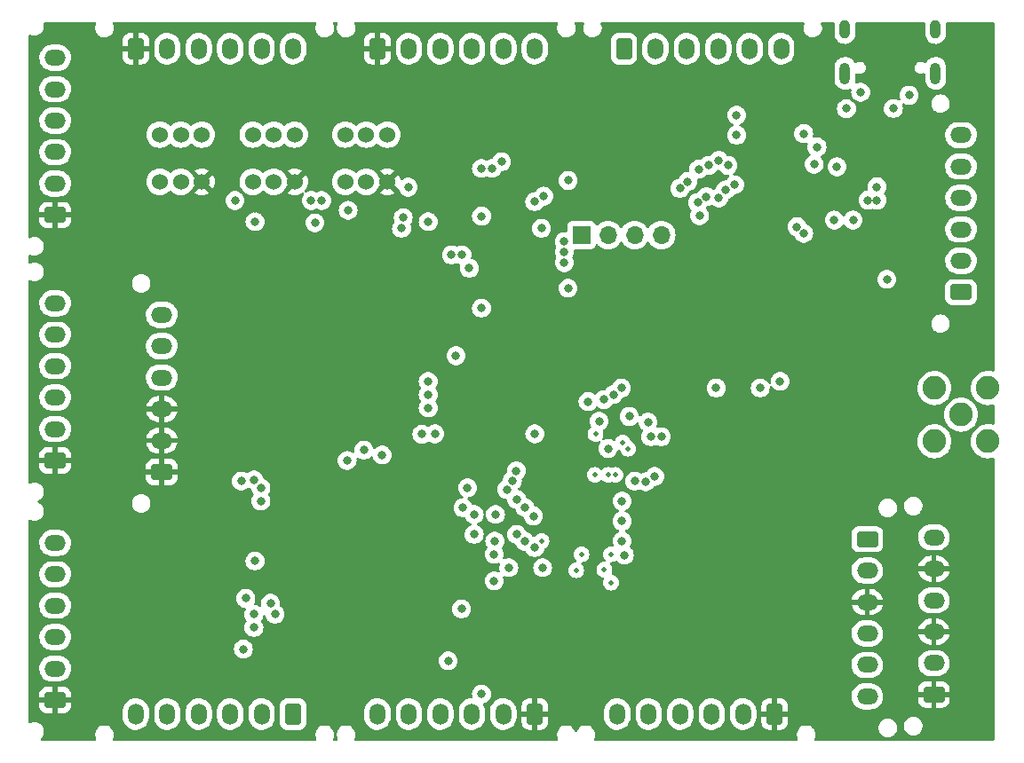
<source format=gbr>
%TF.GenerationSoftware,KiCad,Pcbnew,7.0.7*%
%TF.CreationDate,2023-09-06T20:36:42+03:00*%
%TF.ProjectId,apollo,61706f6c-6c6f-42e6-9b69-6361645f7063,rev?*%
%TF.SameCoordinates,Original*%
%TF.FileFunction,Copper,L3,Inr*%
%TF.FilePolarity,Positive*%
%FSLAX46Y46*%
G04 Gerber Fmt 4.6, Leading zero omitted, Abs format (unit mm)*
G04 Created by KiCad (PCBNEW 7.0.7) date 2023-09-06 20:36:42*
%MOMM*%
%LPD*%
G01*
G04 APERTURE LIST*
G04 Aperture macros list*
%AMRoundRect*
0 Rectangle with rounded corners*
0 $1 Rounding radius*
0 $2 $3 $4 $5 $6 $7 $8 $9 X,Y pos of 4 corners*
0 Add a 4 corners polygon primitive as box body*
4,1,4,$2,$3,$4,$5,$6,$7,$8,$9,$2,$3,0*
0 Add four circle primitives for the rounded corners*
1,1,$1+$1,$2,$3*
1,1,$1+$1,$4,$5*
1,1,$1+$1,$6,$7*
1,1,$1+$1,$8,$9*
0 Add four rect primitives between the rounded corners*
20,1,$1+$1,$2,$3,$4,$5,0*
20,1,$1+$1,$4,$5,$6,$7,0*
20,1,$1+$1,$6,$7,$8,$9,0*
20,1,$1+$1,$8,$9,$2,$3,0*%
G04 Aperture macros list end*
%TA.AperFunction,ComponentPad*%
%ADD10RoundRect,0.250001X0.759999X-0.499999X0.759999X0.499999X-0.759999X0.499999X-0.759999X-0.499999X0*%
%TD*%
%TA.AperFunction,ComponentPad*%
%ADD11O,2.020000X1.500000*%
%TD*%
%TA.AperFunction,ComponentPad*%
%ADD12R,1.700000X1.700000*%
%TD*%
%TA.AperFunction,ComponentPad*%
%ADD13O,1.700000X1.700000*%
%TD*%
%TA.AperFunction,ComponentPad*%
%ADD14RoundRect,0.250001X-0.499999X-0.759999X0.499999X-0.759999X0.499999X0.759999X-0.499999X0.759999X0*%
%TD*%
%TA.AperFunction,ComponentPad*%
%ADD15O,1.500000X2.020000*%
%TD*%
%TA.AperFunction,ComponentPad*%
%ADD16O,1.000000X1.800000*%
%TD*%
%TA.AperFunction,ComponentPad*%
%ADD17O,1.000000X2.100000*%
%TD*%
%TA.AperFunction,ComponentPad*%
%ADD18C,2.250000*%
%TD*%
%TA.AperFunction,ComponentPad*%
%ADD19RoundRect,0.250001X0.499999X0.759999X-0.499999X0.759999X-0.499999X-0.759999X0.499999X-0.759999X0*%
%TD*%
%TA.AperFunction,ComponentPad*%
%ADD20C,1.524000*%
%TD*%
%TA.AperFunction,ComponentPad*%
%ADD21RoundRect,0.250001X-0.759999X0.499999X-0.759999X-0.499999X0.759999X-0.499999X0.759999X0.499999X0*%
%TD*%
%TA.AperFunction,ViaPad*%
%ADD22C,0.800000*%
%TD*%
%TA.AperFunction,ViaPad*%
%ADD23C,0.500000*%
%TD*%
G04 APERTURE END LIST*
D10*
%TO.N,BTN_1*%
%TO.C,J9*%
X121285000Y-102805000D03*
D11*
%TO.N,ADC_01*%
X121285000Y-99805000D03*
%TO.N,ADC_00*%
X121285000Y-96805000D03*
%TO.N,ADC_11*%
X121285000Y-93805000D03*
%TO.N,ADC_10*%
X121285000Y-90805000D03*
%TO.N,GND*%
X121285000Y-87805000D03*
%TD*%
D12*
%TO.N,Net-(J16-Pin_1)*%
%TO.C,J16*%
X171450000Y-81280000D03*
D13*
%TO.N,Net-(J16-Pin_2)*%
X173990000Y-81280000D03*
%TO.N,Net-(J16-Pin_3)*%
X176530000Y-81280000D03*
%TO.N,Net-(J16-Pin_4)*%
X179070000Y-81280000D03*
%TD*%
D14*
%TO.N,BTN_1*%
%TO.C,J11*%
X128970000Y-63500000D03*
D15*
%TO.N,GPIO_01*%
X131970000Y-63500000D03*
%TO.N,GPIO_98*%
X134970000Y-63500000D03*
%TO.N,GPIO_97*%
X137970000Y-63500000D03*
%TO.N,GPIO_96*%
X140970000Y-63500000D03*
%TO.N,GND*%
X143970000Y-63500000D03*
%TD*%
D16*
%TO.N,unconnected-(J2-SHIELD-PadS1)*%
%TO.C,J2*%
X196570500Y-61650000D03*
D17*
X196570500Y-65850000D03*
D16*
X205210500Y-61650000D03*
D17*
X205210500Y-65850000D03*
%TD*%
D10*
%TO.N,BTN_1*%
%TO.C,J15*%
X205050000Y-125140000D03*
D11*
%TO.N,GND*%
X205050000Y-122140000D03*
%TO.N,BTN_1*%
X205050000Y-119140000D03*
%TO.N,GND*%
X205050000Y-116140000D03*
%TO.N,BTN_1*%
X205050000Y-113140000D03*
%TO.N,GND*%
X205050000Y-110140000D03*
%TD*%
D18*
%TO.N,Net-(J5-In)*%
%TO.C,J5*%
X207645000Y-98425000D03*
%TO.N,GND*%
X210185000Y-95885000D03*
X205105000Y-95885000D03*
X210185000Y-100965000D03*
X205105000Y-100965000D03*
%TD*%
D19*
%TO.N,BTN_1*%
%TO.C,J13*%
X167005000Y-127000000D03*
D15*
%TO.N,DAC*%
X164005000Y-127000000D03*
%TO.N,I2C_SDA*%
X161005000Y-127000000D03*
%TO.N,I2C_SCL*%
X158005000Y-127000000D03*
%TO.N,GPIO_45*%
X155005000Y-127000000D03*
%TO.N,GND*%
X152005000Y-127000000D03*
%TD*%
D20*
%TO.N,BTN_1*%
%TO.C,SW4*%
X135255000Y-76200000D03*
%TO.N,GND*%
X133255000Y-76200000D03*
X131255000Y-76200000D03*
%TO.N,N/C*%
X131255000Y-71700000D03*
X133255000Y-71700000D03*
X135255000Y-71700000D03*
%TD*%
D10*
%TO.N,BTN_1*%
%TO.C,J12*%
X121285000Y-125665000D03*
D11*
%TO.N,SPI3_SCK*%
X121285000Y-122665000D03*
%TO.N,SPI3_MISO*%
X121285000Y-119665000D03*
%TO.N,SPI3_MOSI*%
X121285000Y-116665000D03*
%TO.N,SPI3_CE*%
X121285000Y-113665000D03*
%TO.N,GND*%
X121285000Y-110665000D03*
%TD*%
D10*
%TO.N,VCC*%
%TO.C,J14*%
X207645000Y-86755000D03*
D11*
%TO.N,GND*%
X207645000Y-83755000D03*
%TO.N,VCC*%
X207645000Y-80755000D03*
%TO.N,GND*%
X207645000Y-77755000D03*
%TO.N,VCC*%
X207645000Y-74755000D03*
%TO.N,GND*%
X207645000Y-71755000D03*
%TD*%
D21*
%TO.N,T4C2*%
%TO.C,J7*%
X198700000Y-110315000D03*
D11*
%TO.N,T4C1*%
X198700000Y-113315000D03*
%TO.N,BTN_1*%
X198700000Y-116315000D03*
%TO.N,GPIO_58*%
X198700000Y-119315000D03*
%TO.N,GPIO_57*%
X198700000Y-122315000D03*
%TO.N,GND*%
X198700000Y-125315000D03*
%TD*%
D14*
%TO.N,BTN_1*%
%TO.C,J3*%
X152005000Y-63500000D03*
D15*
%TO.N,JTDO*%
X155005000Y-63500000D03*
%TO.N,JTCK*%
X158005000Y-63500000D03*
%TO.N,JSTM*%
X161005000Y-63500000D03*
%TO.N,JTDI*%
X164005000Y-63500000D03*
%TO.N,NJTRST*%
X167005000Y-63500000D03*
%TD*%
D10*
%TO.N,BTN_1*%
%TO.C,J10*%
X121285000Y-79375000D03*
D11*
%TO.N,GPIO_05*%
X121285000Y-76375000D03*
%TO.N,GPIO_04*%
X121285000Y-73375000D03*
%TO.N,GPIO_03*%
X121285000Y-70375000D03*
%TO.N,GPIO_02*%
X121285000Y-67375000D03*
%TO.N,GND*%
X121285000Y-64375000D03*
%TD*%
D20*
%TO.N,BTN_1*%
%TO.C,SW5*%
X144113000Y-76200000D03*
%TO.N,GND*%
X142113000Y-76200000D03*
X140113000Y-76200000D03*
%TO.N,N/C*%
X140113000Y-71700000D03*
X142113000Y-71700000D03*
X144113000Y-71700000D03*
%TD*%
%TO.N,BTN_1*%
%TO.C,SW6*%
X152940000Y-76200000D03*
%TO.N,GND*%
X150940000Y-76200000D03*
X148940000Y-76200000D03*
%TO.N,N/C*%
X148940000Y-71700000D03*
X150940000Y-71700000D03*
X152940000Y-71700000D03*
%TD*%
D10*
%TO.N,BTN_1*%
%TO.C,J4*%
X131445000Y-103900000D03*
D11*
X131445000Y-100900000D03*
X131445000Y-97900000D03*
%TO.N,Net-(J4-Pin_4)*%
X131445000Y-94900000D03*
%TO.N,Net-(J4-Pin_5)*%
X131445000Y-91900000D03*
%TO.N,Net-(J4-Pin_6)*%
X131445000Y-88900000D03*
%TD*%
D19*
%TO.N,BTN_1*%
%TO.C,J8*%
X189865000Y-127000000D03*
D15*
%TO.N,GPIO_44*%
X186865000Y-127000000D03*
%TO.N,GPIO_43*%
X183865000Y-127000000D03*
%TO.N,GPIO_42*%
X180865000Y-127000000D03*
%TO.N,GPIO_41*%
X177865000Y-127000000D03*
%TO.N,GND*%
X174865000Y-127000000D03*
%TD*%
D19*
%TO.N,GND*%
%TO.C,J1*%
X143970000Y-127000000D03*
D15*
%TO.N,UART_CTS*%
X140970000Y-127000000D03*
%TO.N,Net-(J1-Pin_3)*%
X137970000Y-127000000D03*
%TO.N,UART_TX*%
X134970000Y-127000000D03*
%TO.N,UART_RX*%
X131970000Y-127000000D03*
%TO.N,UART_RTS*%
X128970000Y-127000000D03*
%TD*%
D14*
%TO.N,T3C4*%
%TO.C,J6*%
X175500000Y-63500000D03*
D15*
%TO.N,T3C3*%
X178500000Y-63500000D03*
%TO.N,T3C2*%
X181500000Y-63500000D03*
%TO.N,T3C1*%
X184500000Y-63500000D03*
%TO.N,T4C4*%
X187500000Y-63500000D03*
%TO.N,T4C3*%
X190500000Y-63500000D03*
%TD*%
D22*
%TO.N,Net-(J16-Pin_4)*%
X161925000Y-88265000D03*
X170180000Y-86360000D03*
%TO.N,Net-(J16-Pin_3)*%
X160759003Y-84455000D03*
X169809500Y-83914006D03*
%TO.N,Net-(J16-Pin_2)*%
X160059503Y-83185000D03*
X169809500Y-82914503D03*
%TO.N,Net-(J16-Pin_1)*%
X169809500Y-81915000D03*
X159060000Y-83185000D03*
%TO.N,DAC*%
X158750000Y-121920000D03*
X161925000Y-125095000D03*
%TO.N,BOOT*%
X159490023Y-92815023D03*
X140895500Y-106680000D03*
%TO.N,SPI3_SCK*%
X157479379Y-100255523D03*
X140335000Y-112395000D03*
%TO.N,GPIO_01*%
X140335000Y-80010000D03*
X138430000Y-77990500D03*
%TO.N,GPIO_98*%
X145685497Y-77990500D03*
X146050000Y-80124500D03*
%TO.N,GPIO_97*%
X154305000Y-80645000D03*
X146685000Y-77990500D03*
%TO.N,GPIO_96*%
X154460227Y-79644727D03*
X149210940Y-78935986D03*
%TO.N,GPIO_57*%
X175324500Y-106680000D03*
X172085000Y-97179500D03*
%TO.N,GPIO_58*%
X173606153Y-96990975D03*
X176530000Y-104775000D03*
%TO.N,T4C1*%
X174486997Y-96518619D03*
X177575817Y-104840195D03*
%TO.N,T4C2*%
X175260000Y-95885000D03*
X178435000Y-104329500D03*
%TO.N,T3C4*%
X182715437Y-79425062D03*
X180837819Y-76838015D03*
%TO.N,T3C3*%
X182534037Y-78183708D03*
X181591278Y-76181278D03*
%TO.N,T3C2*%
X183369165Y-77634557D03*
X182644485Y-75000634D03*
%TO.N,T3C1*%
X184549110Y-77754548D03*
X183576853Y-74640500D03*
%TO.N,T4C4*%
X185187005Y-76985071D03*
X184542040Y-74162806D03*
%TO.N,T4C3*%
X185420000Y-74640500D03*
X186055000Y-76489500D03*
%TO.N,NJTRST*%
X156845000Y-80010000D03*
X154940000Y-76720500D03*
%TO.N,JTDI*%
X167640000Y-80645000D03*
X170180000Y-76085500D03*
%TO.N,JSTM*%
X167857993Y-77584031D03*
X163830000Y-74295000D03*
%TO.N,JTCK*%
X167005000Y-78105000D03*
X162924503Y-74930000D03*
%TO.N,JTDO*%
X161925000Y-79489500D03*
X161925000Y-74930000D03*
%TO.N,BTN_1*%
X140335000Y-78740000D03*
X144145000Y-78740000D03*
%TO.N,SPI3_CE*%
X156845000Y-95250000D03*
X139027546Y-104764502D03*
%TO.N,SPI3_MOSI*%
X156845000Y-96520000D03*
X140224369Y-104655832D03*
%TO.N,SPI3_MISO*%
X156845000Y-97790000D03*
X140895500Y-105410000D03*
%TO.N,Net-(J1-Pin_3)*%
X139220227Y-120805227D03*
X139451470Y-115956470D03*
%TO.N,UART_TX*%
X156237246Y-100303018D03*
X152448010Y-102283010D03*
X142240000Y-117475000D03*
X140220500Y-118745000D03*
%TO.N,UART_RX*%
X141817477Y-116417477D03*
X140220500Y-117475000D03*
%TO.N,UART_RTS*%
X149110500Y-102812750D03*
X150707477Y-101812477D03*
%TO.N,GPIO_44*%
X167005000Y-100255500D03*
X175324500Y-108585000D03*
%TO.N,GPIO_43*%
X165241449Y-103793724D03*
X175324500Y-110490000D03*
%TO.N,GPIO_42*%
X164863484Y-104719007D03*
X175531500Y-111825856D03*
%TO.N,GPIO_41*%
X164350500Y-105576826D03*
X167754500Y-113030000D03*
%TO.N,I2C_SDA*%
X166871549Y-108097306D03*
X167005000Y-111125000D03*
%TO.N,I2C_SCL*%
X166041813Y-110500849D03*
X166059122Y-107284878D03*
%TO.N,GPIO_45*%
X165277122Y-106502878D03*
X165279000Y-109855000D03*
%TO.N,VCC*%
X202679500Y-67954116D03*
X201180500Y-69215000D03*
X198066560Y-67664657D03*
X197345000Y-79870000D03*
X195546000Y-79870000D03*
X196715227Y-69230227D03*
%TO.N,CSB_ACCEL*%
X163130500Y-111760000D03*
X161225500Y-109855000D03*
%TO.N,CSB_GYRO*%
X160020000Y-116969500D03*
X160159500Y-107315000D03*
%TO.N,INT1_ACC*%
X163130500Y-114300000D03*
X163259500Y-107950000D03*
X164529500Y-113030000D03*
X160590500Y-105410000D03*
%TO.N,INT2__ACC*%
X163195000Y-110490000D03*
X161225500Y-107950000D03*
D23*
%TO.N,CSB_MAG*%
X174282000Y-111760000D03*
X167640000Y-110490000D03*
%TO.N,INT1_MAG*%
X174284009Y-114453147D03*
X170942000Y-113284000D03*
%TO.N,MAG_DRDY*%
X171450000Y-111760000D03*
X173633731Y-113233656D03*
%TO.N,SPI2_SCK*%
X172791056Y-100258944D03*
X172720000Y-104179500D03*
D22*
X177800000Y-99140500D03*
X179070000Y-100539500D03*
%TO.N,SPI2_MISO*%
X173131088Y-99060937D03*
D23*
X175906171Y-101669007D03*
X174689503Y-104179500D03*
D22*
X173990000Y-101664500D03*
D23*
%TO.N,SPI2_MOSI*%
X173990000Y-104179500D03*
D22*
X178070497Y-100539500D03*
D23*
X175396576Y-101115000D03*
D22*
X176011685Y-98605590D03*
%TO.N,USBD-*%
X192635500Y-71615000D03*
X193905500Y-72885000D03*
%TO.N,BTN_1*%
X189765000Y-101600000D03*
X158750000Y-119380000D03*
X195390003Y-84315000D03*
X198350500Y-84315000D03*
X172064270Y-88002323D03*
X141605000Y-97790000D03*
X193255840Y-78602186D03*
X160020000Y-111760000D03*
X197715500Y-84315000D03*
X173355000Y-88265000D03*
X161290000Y-118745000D03*
X175260000Y-118111250D03*
X150495000Y-90170000D03*
X141605000Y-93980000D03*
X150495000Y-93230500D03*
X147320000Y-90805000D03*
X147320000Y-95885000D03*
X195361793Y-78413707D03*
X156845000Y-92710000D03*
X194540500Y-84315000D03*
X185800000Y-109855000D03*
X189269258Y-109855000D03*
X173355000Y-118111250D03*
X186830500Y-103505000D03*
%TO.N,GND*%
X184295000Y-95885000D03*
X198770997Y-77965000D03*
X193639990Y-74524490D03*
X190400000Y-95250000D03*
X192000500Y-80505000D03*
X188495000Y-95885000D03*
X186245000Y-69850000D03*
X192635500Y-81140000D03*
X200560750Y-85519750D03*
X186245000Y-71755000D03*
X199620500Y-76695000D03*
X199620500Y-77965000D03*
X195810500Y-74790000D03*
%TD*%
%TA.AperFunction,Conductor*%
%TO.N,BTN_1*%
G36*
X125134805Y-60980185D02*
G01*
X125180560Y-61032989D01*
X125190504Y-61102147D01*
X125181045Y-61134936D01*
X125123201Y-61264852D01*
X125123199Y-61264858D01*
X125084500Y-61446930D01*
X125084500Y-61633070D01*
X125088129Y-61650142D01*
X125123199Y-61815141D01*
X125123201Y-61815147D01*
X125178742Y-61939891D01*
X125192496Y-61970784D01*
X125198910Y-61985188D01*
X125198909Y-61985188D01*
X125210029Y-62000493D01*
X125308320Y-62135779D01*
X125308321Y-62135780D01*
X125308322Y-62135781D01*
X125308324Y-62135784D01*
X125370924Y-62192148D01*
X125446649Y-62260331D01*
X125607851Y-62353401D01*
X125607853Y-62353401D01*
X125607856Y-62353403D01*
X125696365Y-62382161D01*
X125784880Y-62410921D01*
X125923589Y-62425500D01*
X125923594Y-62425500D01*
X126016406Y-62425500D01*
X126016411Y-62425500D01*
X126155120Y-62410921D01*
X126332149Y-62353401D01*
X126493351Y-62260331D01*
X126610390Y-62154949D01*
X126631675Y-62135784D01*
X126631675Y-62135782D01*
X126631680Y-62135779D01*
X126741090Y-61985189D01*
X126814553Y-61820189D01*
X126816798Y-61815147D01*
X126816800Y-61815141D01*
X126851872Y-61650141D01*
X126855500Y-61633070D01*
X126855500Y-61446930D01*
X126816800Y-61264858D01*
X126816798Y-61264852D01*
X126758955Y-61134936D01*
X126749670Y-61065686D01*
X126779298Y-61002409D01*
X126838433Y-60965196D01*
X126872234Y-60960500D01*
X146067766Y-60960500D01*
X146134805Y-60980185D01*
X146180560Y-61032989D01*
X146190504Y-61102147D01*
X146181045Y-61134936D01*
X146123201Y-61264852D01*
X146123199Y-61264858D01*
X146084500Y-61446930D01*
X146084500Y-61633070D01*
X146088129Y-61650142D01*
X146123199Y-61815141D01*
X146123201Y-61815147D01*
X146178742Y-61939891D01*
X146192496Y-61970784D01*
X146198910Y-61985188D01*
X146198909Y-61985188D01*
X146210029Y-62000493D01*
X146308320Y-62135779D01*
X146308321Y-62135780D01*
X146308322Y-62135781D01*
X146308324Y-62135784D01*
X146370924Y-62192148D01*
X146446649Y-62260331D01*
X146607851Y-62353401D01*
X146607853Y-62353401D01*
X146607856Y-62353403D01*
X146696365Y-62382161D01*
X146784880Y-62410921D01*
X146923589Y-62425500D01*
X146923594Y-62425500D01*
X147016406Y-62425500D01*
X147016411Y-62425500D01*
X147155120Y-62410921D01*
X147332149Y-62353401D01*
X147493351Y-62260331D01*
X147610390Y-62154949D01*
X147631675Y-62135784D01*
X147631675Y-62135782D01*
X147631680Y-62135779D01*
X147741090Y-61985189D01*
X147814553Y-61820189D01*
X147816798Y-61815147D01*
X147816800Y-61815141D01*
X147851872Y-61650141D01*
X147855500Y-61633070D01*
X147855500Y-61446930D01*
X147816800Y-61264858D01*
X147816798Y-61264852D01*
X147758955Y-61134936D01*
X147749670Y-61065686D01*
X147779298Y-61002409D01*
X147838433Y-60965196D01*
X147872234Y-60960500D01*
X148102766Y-60960500D01*
X148169805Y-60980185D01*
X148215560Y-61032989D01*
X148225504Y-61102147D01*
X148216045Y-61134936D01*
X148158201Y-61264852D01*
X148158199Y-61264858D01*
X148119499Y-61446929D01*
X148119500Y-61446930D01*
X148119500Y-61633070D01*
X148123129Y-61650142D01*
X148158199Y-61815141D01*
X148158201Y-61815147D01*
X148213742Y-61939891D01*
X148227496Y-61970784D01*
X148233910Y-61985188D01*
X148233909Y-61985188D01*
X148245029Y-62000493D01*
X148343320Y-62135779D01*
X148343321Y-62135780D01*
X148343322Y-62135781D01*
X148343324Y-62135784D01*
X148405924Y-62192148D01*
X148481649Y-62260331D01*
X148642851Y-62353401D01*
X148642853Y-62353401D01*
X148642856Y-62353403D01*
X148731365Y-62382160D01*
X148819880Y-62410921D01*
X148958589Y-62425500D01*
X148958594Y-62425500D01*
X149051406Y-62425500D01*
X149051411Y-62425500D01*
X149190120Y-62410921D01*
X149367149Y-62353401D01*
X149528351Y-62260331D01*
X149645390Y-62154949D01*
X149666675Y-62135784D01*
X149666675Y-62135782D01*
X149666680Y-62135779D01*
X149776090Y-61985189D01*
X149849553Y-61820189D01*
X149851798Y-61815147D01*
X149851800Y-61815141D01*
X149886872Y-61650141D01*
X149890500Y-61633070D01*
X149890500Y-61446930D01*
X149851800Y-61264858D01*
X149851798Y-61264852D01*
X149793955Y-61134936D01*
X149784670Y-61065686D01*
X149814298Y-61002409D01*
X149873433Y-60965196D01*
X149907234Y-60960500D01*
X169102766Y-60960500D01*
X169169805Y-60980185D01*
X169215560Y-61032989D01*
X169225504Y-61102147D01*
X169216045Y-61134936D01*
X169158201Y-61264852D01*
X169158199Y-61264858D01*
X169119500Y-61446929D01*
X169119500Y-61446930D01*
X169119500Y-61633070D01*
X169123129Y-61650142D01*
X169158199Y-61815141D01*
X169158201Y-61815147D01*
X169213742Y-61939891D01*
X169227496Y-61970784D01*
X169233910Y-61985188D01*
X169233909Y-61985188D01*
X169245029Y-62000493D01*
X169343320Y-62135779D01*
X169343321Y-62135780D01*
X169343322Y-62135781D01*
X169343324Y-62135784D01*
X169405924Y-62192148D01*
X169481649Y-62260331D01*
X169642851Y-62353401D01*
X169642853Y-62353401D01*
X169642856Y-62353403D01*
X169731365Y-62382160D01*
X169819880Y-62410921D01*
X169958589Y-62425500D01*
X169958594Y-62425500D01*
X170051406Y-62425500D01*
X170051411Y-62425500D01*
X170190120Y-62410921D01*
X170367149Y-62353401D01*
X170528351Y-62260331D01*
X170645390Y-62154949D01*
X170666675Y-62135784D01*
X170666675Y-62135782D01*
X170666680Y-62135779D01*
X170776090Y-61985189D01*
X170849553Y-61820189D01*
X170851798Y-61815147D01*
X170851800Y-61815141D01*
X170886872Y-61650141D01*
X170890500Y-61633070D01*
X170890500Y-61446930D01*
X170851800Y-61264858D01*
X170851798Y-61264852D01*
X170793955Y-61134936D01*
X170784670Y-61065686D01*
X170814298Y-61002409D01*
X170873433Y-60965196D01*
X170907234Y-60960500D01*
X171597766Y-60960500D01*
X171664805Y-60980185D01*
X171710560Y-61032989D01*
X171720504Y-61102147D01*
X171711045Y-61134936D01*
X171653201Y-61264852D01*
X171653199Y-61264858D01*
X171614500Y-61446930D01*
X171614500Y-61633070D01*
X171618129Y-61650142D01*
X171653199Y-61815141D01*
X171653201Y-61815147D01*
X171708742Y-61939891D01*
X171722496Y-61970784D01*
X171728910Y-61985188D01*
X171728909Y-61985188D01*
X171740029Y-62000493D01*
X171838320Y-62135779D01*
X171838321Y-62135780D01*
X171838322Y-62135781D01*
X171838324Y-62135784D01*
X171900924Y-62192148D01*
X171976649Y-62260331D01*
X172137851Y-62353401D01*
X172137853Y-62353401D01*
X172137856Y-62353403D01*
X172226365Y-62382160D01*
X172314880Y-62410921D01*
X172453589Y-62425500D01*
X172453594Y-62425500D01*
X172546406Y-62425500D01*
X172546411Y-62425500D01*
X172685120Y-62410921D01*
X172862149Y-62353401D01*
X173023351Y-62260331D01*
X173140390Y-62154949D01*
X173161675Y-62135784D01*
X173161675Y-62135782D01*
X173161680Y-62135779D01*
X173271090Y-61985189D01*
X173344553Y-61820189D01*
X173346798Y-61815147D01*
X173346800Y-61815141D01*
X173381872Y-61650141D01*
X173385500Y-61633070D01*
X173385500Y-61446930D01*
X173346800Y-61264858D01*
X173346798Y-61264852D01*
X173288955Y-61134936D01*
X173279670Y-61065686D01*
X173309298Y-61002409D01*
X173368433Y-60965196D01*
X173402234Y-60960500D01*
X192597766Y-60960500D01*
X192664805Y-60980185D01*
X192710560Y-61032989D01*
X192720504Y-61102147D01*
X192711045Y-61134936D01*
X192653201Y-61264852D01*
X192653199Y-61264858D01*
X192614500Y-61446930D01*
X192614500Y-61633070D01*
X192618129Y-61650142D01*
X192653199Y-61815141D01*
X192653201Y-61815147D01*
X192708742Y-61939891D01*
X192722496Y-61970784D01*
X192728910Y-61985188D01*
X192728909Y-61985188D01*
X192740029Y-62000493D01*
X192838320Y-62135779D01*
X192838321Y-62135780D01*
X192838322Y-62135781D01*
X192838324Y-62135784D01*
X192900924Y-62192148D01*
X192976649Y-62260331D01*
X193137851Y-62353401D01*
X193137853Y-62353401D01*
X193137856Y-62353403D01*
X193226365Y-62382161D01*
X193314880Y-62410921D01*
X193453589Y-62425500D01*
X193453594Y-62425500D01*
X193546406Y-62425500D01*
X193546411Y-62425500D01*
X193685120Y-62410921D01*
X193862149Y-62353401D01*
X194023351Y-62260331D01*
X194140390Y-62154949D01*
X194161675Y-62135784D01*
X194161675Y-62135782D01*
X194161680Y-62135779D01*
X194271090Y-61985189D01*
X194344553Y-61820189D01*
X194346798Y-61815147D01*
X194346800Y-61815141D01*
X194381872Y-61650141D01*
X194385500Y-61633070D01*
X194385500Y-61446930D01*
X194346800Y-61264858D01*
X194346798Y-61264852D01*
X194288955Y-61134936D01*
X194279670Y-61065686D01*
X194309298Y-61002409D01*
X194368433Y-60965196D01*
X194402234Y-60960500D01*
X195456511Y-60960500D01*
X195523550Y-60980185D01*
X195569305Y-61032989D01*
X195579249Y-61102147D01*
X195577973Y-61109461D01*
X195570000Y-61148258D01*
X195570000Y-62100743D01*
X195585425Y-62252439D01*
X195646337Y-62446579D01*
X195646344Y-62446594D01*
X195745089Y-62624499D01*
X195745092Y-62624504D01*
X195877632Y-62778893D01*
X195877634Y-62778895D01*
X196038537Y-62903445D01*
X196038538Y-62903445D01*
X196038542Y-62903448D01*
X196221229Y-62993060D01*
X196418215Y-63044063D01*
X196621436Y-63054369D01*
X196822571Y-63023556D01*
X197013387Y-62952886D01*
X197186071Y-62845252D01*
X197333553Y-62705059D01*
X197449795Y-62538049D01*
X197530040Y-62351058D01*
X197571000Y-62151741D01*
X197571000Y-61199258D01*
X197560605Y-61097045D01*
X197573407Y-61028358D01*
X197621312Y-60977496D01*
X197683970Y-60960500D01*
X204096511Y-60960500D01*
X204163550Y-60980185D01*
X204209305Y-61032989D01*
X204219249Y-61102147D01*
X204217973Y-61109461D01*
X204210000Y-61148258D01*
X204210000Y-62100743D01*
X204225425Y-62252439D01*
X204286337Y-62446579D01*
X204286344Y-62446594D01*
X204385089Y-62624499D01*
X204385092Y-62624504D01*
X204517632Y-62778893D01*
X204517634Y-62778895D01*
X204678537Y-62903445D01*
X204678538Y-62903445D01*
X204678542Y-62903448D01*
X204861229Y-62993060D01*
X205058215Y-63044063D01*
X205261436Y-63054369D01*
X205462571Y-63023556D01*
X205653387Y-62952886D01*
X205826071Y-62845252D01*
X205973553Y-62705059D01*
X206089795Y-62538049D01*
X206170040Y-62351058D01*
X206211000Y-62151741D01*
X206211000Y-61199258D01*
X206200605Y-61097045D01*
X206213407Y-61028358D01*
X206261312Y-60977496D01*
X206323970Y-60960500D01*
X210695500Y-60960500D01*
X210762539Y-60980185D01*
X210808294Y-61032989D01*
X210819500Y-61084500D01*
X210819500Y-94208348D01*
X210799815Y-94275387D01*
X210747011Y-94321142D01*
X210677853Y-94331086D01*
X210666553Y-94328922D01*
X210505724Y-94290310D01*
X210440070Y-94274548D01*
X210440068Y-94274547D01*
X210440066Y-94274547D01*
X210185000Y-94254474D01*
X209929935Y-94274547D01*
X209929931Y-94274547D01*
X209929930Y-94274548D01*
X209830314Y-94298464D01*
X209681135Y-94334279D01*
X209444760Y-94432188D01*
X209444757Y-94432190D01*
X209226603Y-94565875D01*
X209226598Y-94565878D01*
X209032044Y-94732044D01*
X208865878Y-94926598D01*
X208865875Y-94926603D01*
X208732190Y-95144757D01*
X208732188Y-95144760D01*
X208634279Y-95381135D01*
X208606950Y-95494966D01*
X208574650Y-95629508D01*
X208574547Y-95629935D01*
X208554474Y-95884999D01*
X208574547Y-96140064D01*
X208574547Y-96140067D01*
X208574548Y-96140070D01*
X208634278Y-96388860D01*
X208634279Y-96388864D01*
X208732188Y-96625239D01*
X208732190Y-96625242D01*
X208865875Y-96843396D01*
X208865878Y-96843401D01*
X208904206Y-96888277D01*
X209032044Y-97037956D01*
X209111571Y-97105878D01*
X209226598Y-97204121D01*
X209226600Y-97204122D01*
X209226601Y-97204123D01*
X209391652Y-97305266D01*
X209444757Y-97337809D01*
X209444760Y-97337811D01*
X209647341Y-97421722D01*
X209681140Y-97435722D01*
X209929930Y-97495452D01*
X210185000Y-97515526D01*
X210440070Y-97495452D01*
X210666554Y-97441077D01*
X210736335Y-97444568D01*
X210793152Y-97485231D01*
X210818966Y-97550157D01*
X210819500Y-97561651D01*
X210819500Y-99288348D01*
X210799815Y-99355387D01*
X210747011Y-99401142D01*
X210677853Y-99411086D01*
X210666553Y-99408922D01*
X210505724Y-99370310D01*
X210440070Y-99354548D01*
X210440068Y-99354547D01*
X210440066Y-99354547D01*
X210185000Y-99334474D01*
X209929935Y-99354547D01*
X209929931Y-99354547D01*
X209929930Y-99354548D01*
X209809771Y-99383396D01*
X209681135Y-99414279D01*
X209444760Y-99512188D01*
X209444757Y-99512190D01*
X209226603Y-99645875D01*
X209226598Y-99645878D01*
X209032044Y-99812044D01*
X208865878Y-100006598D01*
X208865875Y-100006603D01*
X208732190Y-100224757D01*
X208732188Y-100224760D01*
X208634279Y-100461135D01*
X208625746Y-100496678D01*
X208583495Y-100672666D01*
X208574547Y-100709935D01*
X208554474Y-100965000D01*
X208574547Y-101220064D01*
X208574547Y-101220067D01*
X208574548Y-101220070D01*
X208603656Y-101341312D01*
X208634279Y-101468864D01*
X208732188Y-101705239D01*
X208732190Y-101705242D01*
X208865875Y-101923396D01*
X208865878Y-101923401D01*
X208928479Y-101996697D01*
X209032044Y-102117956D01*
X209156579Y-102224319D01*
X209226598Y-102284121D01*
X209226600Y-102284122D01*
X209226601Y-102284123D01*
X209417955Y-102401385D01*
X209444757Y-102417809D01*
X209444760Y-102417811D01*
X209681135Y-102515720D01*
X209681140Y-102515722D01*
X209929930Y-102575452D01*
X210185000Y-102595526D01*
X210440070Y-102575452D01*
X210666554Y-102521077D01*
X210736335Y-102524568D01*
X210793152Y-102565231D01*
X210818966Y-102630157D01*
X210819500Y-102641651D01*
X210819500Y-129415500D01*
X210799815Y-129482539D01*
X210747011Y-129528294D01*
X210695500Y-129539500D01*
X193767234Y-129539500D01*
X193700195Y-129519815D01*
X193654440Y-129467011D01*
X193644496Y-129397853D01*
X193653955Y-129365064D01*
X193711798Y-129235147D01*
X193711800Y-129235141D01*
X193722263Y-129185919D01*
X193750500Y-129053070D01*
X193750500Y-128866930D01*
X193711800Y-128684858D01*
X193711798Y-128684852D01*
X193669632Y-128590147D01*
X193636090Y-128514811D01*
X193558538Y-128408070D01*
X199774500Y-128408070D01*
X199776003Y-128415141D01*
X199813199Y-128590141D01*
X199813201Y-128590147D01*
X199855370Y-128684858D01*
X199887966Y-128758069D01*
X199888910Y-128760188D01*
X199888909Y-128760188D01*
X199888910Y-128760189D01*
X199998320Y-128910779D01*
X199998321Y-128910780D01*
X199998322Y-128910781D01*
X199998324Y-128910784D01*
X200082469Y-128986547D01*
X200136649Y-129035331D01*
X200297851Y-129128401D01*
X200297853Y-129128401D01*
X200297856Y-129128403D01*
X200386365Y-129157160D01*
X200474880Y-129185921D01*
X200613589Y-129200500D01*
X200613594Y-129200500D01*
X200706406Y-129200500D01*
X200706411Y-129200500D01*
X200845120Y-129185921D01*
X201022149Y-129128401D01*
X201183351Y-129035331D01*
X201291709Y-128937764D01*
X201321675Y-128910784D01*
X201321675Y-128910782D01*
X201321680Y-128910779D01*
X201431090Y-128760189D01*
X201506800Y-128590142D01*
X201545500Y-128408070D01*
X201545500Y-128233070D01*
X202204500Y-128233070D01*
X202205903Y-128239669D01*
X202243199Y-128415141D01*
X202243201Y-128415147D01*
X202318910Y-128585188D01*
X202318909Y-128585188D01*
X202322512Y-128590147D01*
X202428320Y-128735779D01*
X202428321Y-128735780D01*
X202428322Y-128735781D01*
X202428324Y-128735784D01*
X202512469Y-128811547D01*
X202566649Y-128860331D01*
X202727851Y-128953401D01*
X202727853Y-128953401D01*
X202727856Y-128953403D01*
X202816365Y-128982161D01*
X202904880Y-129010921D01*
X203043589Y-129025500D01*
X203043594Y-129025500D01*
X203136406Y-129025500D01*
X203136411Y-129025500D01*
X203275120Y-129010921D01*
X203452149Y-128953401D01*
X203613351Y-128860331D01*
X203726923Y-128758070D01*
X203751675Y-128735784D01*
X203751675Y-128735782D01*
X203751680Y-128735779D01*
X203861090Y-128585189D01*
X203936800Y-128415142D01*
X203975500Y-128233070D01*
X203975500Y-128046930D01*
X203936800Y-127864858D01*
X203936798Y-127864852D01*
X203906386Y-127796547D01*
X203861090Y-127694811D01*
X203751680Y-127544221D01*
X203751677Y-127544218D01*
X203751675Y-127544215D01*
X203624269Y-127429500D01*
X203613351Y-127419669D01*
X203452149Y-127326599D01*
X203452143Y-127326596D01*
X203275124Y-127269080D01*
X203275122Y-127269079D01*
X203235488Y-127264913D01*
X203136411Y-127254500D01*
X203043589Y-127254500D01*
X202956895Y-127263611D01*
X202904877Y-127269079D01*
X202904875Y-127269080D01*
X202727856Y-127326596D01*
X202727850Y-127326599D01*
X202566650Y-127419668D01*
X202428324Y-127544215D01*
X202428322Y-127544218D01*
X202318909Y-127694811D01*
X202243201Y-127864852D01*
X202243199Y-127864858D01*
X202214901Y-127997996D01*
X202204500Y-128046930D01*
X202204500Y-128233070D01*
X201545500Y-128233070D01*
X201545500Y-128221930D01*
X201506800Y-128039858D01*
X201506798Y-128039852D01*
X201464419Y-127944669D01*
X201431090Y-127869811D01*
X201321680Y-127719221D01*
X201321677Y-127719218D01*
X201321675Y-127719215D01*
X201231536Y-127638055D01*
X201183351Y-127594669D01*
X201022149Y-127501599D01*
X201022143Y-127501596D01*
X200845124Y-127444080D01*
X200845122Y-127444079D01*
X200805488Y-127439913D01*
X200706411Y-127429500D01*
X200613589Y-127429500D01*
X200526895Y-127438611D01*
X200474877Y-127444079D01*
X200474875Y-127444080D01*
X200297856Y-127501596D01*
X200297850Y-127501599D01*
X200136650Y-127594668D01*
X199998324Y-127719215D01*
X199998322Y-127719218D01*
X199888909Y-127869811D01*
X199813201Y-128039852D01*
X199813199Y-128039858D01*
X199786067Y-128167510D01*
X199774500Y-128221930D01*
X199774500Y-128408070D01*
X193558538Y-128408070D01*
X193526680Y-128364221D01*
X193526677Y-128364218D01*
X193526675Y-128364215D01*
X193436536Y-128283055D01*
X193388351Y-128239669D01*
X193227149Y-128146599D01*
X193227143Y-128146596D01*
X193050124Y-128089080D01*
X193050122Y-128089079D01*
X193010488Y-128084913D01*
X192911411Y-128074500D01*
X192818589Y-128074500D01*
X192731895Y-128083611D01*
X192679877Y-128089079D01*
X192679875Y-128089080D01*
X192502856Y-128146596D01*
X192502850Y-128146599D01*
X192341650Y-128239668D01*
X192203324Y-128364215D01*
X192203322Y-128364218D01*
X192093909Y-128514811D01*
X192018201Y-128684852D01*
X192018199Y-128684858D01*
X191979500Y-128866930D01*
X191979500Y-129053069D01*
X192018199Y-129235141D01*
X192018201Y-129235147D01*
X192076045Y-129365064D01*
X192085330Y-129434314D01*
X192055702Y-129497591D01*
X191996567Y-129534804D01*
X191962766Y-129539500D01*
X172767234Y-129539500D01*
X172700195Y-129519815D01*
X172654440Y-129467011D01*
X172644496Y-129397853D01*
X172653955Y-129365064D01*
X172711798Y-129235147D01*
X172711800Y-129235141D01*
X172722263Y-129185919D01*
X172750500Y-129053070D01*
X172750500Y-128866930D01*
X172711800Y-128684858D01*
X172711798Y-128684852D01*
X172669632Y-128590147D01*
X172636090Y-128514811D01*
X172526680Y-128364221D01*
X172526677Y-128364218D01*
X172526675Y-128364215D01*
X172436536Y-128283055D01*
X172388351Y-128239669D01*
X172227149Y-128146599D01*
X172227143Y-128146596D01*
X172050124Y-128089080D01*
X172050122Y-128089079D01*
X172010488Y-128084913D01*
X171911411Y-128074500D01*
X171818589Y-128074500D01*
X171731895Y-128083611D01*
X171679877Y-128089079D01*
X171679875Y-128089080D01*
X171502856Y-128146596D01*
X171502850Y-128146599D01*
X171341650Y-128239668D01*
X171203324Y-128364215D01*
X171203322Y-128364218D01*
X171093910Y-128514809D01*
X171048278Y-128617299D01*
X171003027Y-128670536D01*
X170936178Y-128690856D01*
X170868954Y-128671810D01*
X170822699Y-128619443D01*
X170821751Y-128617369D01*
X170776090Y-128514811D01*
X170666680Y-128364221D01*
X170666677Y-128364218D01*
X170666675Y-128364215D01*
X170576536Y-128283055D01*
X170528351Y-128239669D01*
X170367149Y-128146599D01*
X170367143Y-128146596D01*
X170190124Y-128089080D01*
X170190122Y-128089079D01*
X170150488Y-128084913D01*
X170051411Y-128074500D01*
X169958589Y-128074500D01*
X169871895Y-128083611D01*
X169819877Y-128089079D01*
X169819875Y-128089080D01*
X169642856Y-128146596D01*
X169642850Y-128146599D01*
X169481650Y-128239668D01*
X169343324Y-128364215D01*
X169343322Y-128364218D01*
X169233909Y-128514811D01*
X169158201Y-128684852D01*
X169158199Y-128684858D01*
X169119500Y-128866930D01*
X169119500Y-129053069D01*
X169158199Y-129235141D01*
X169158201Y-129235147D01*
X169216045Y-129365064D01*
X169225330Y-129434314D01*
X169195702Y-129497591D01*
X169136567Y-129534804D01*
X169102766Y-129539500D01*
X149907234Y-129539500D01*
X149840195Y-129519815D01*
X149794440Y-129467011D01*
X149784496Y-129397853D01*
X149793955Y-129365064D01*
X149851798Y-129235147D01*
X149851800Y-129235141D01*
X149862263Y-129185919D01*
X149890500Y-129053070D01*
X149890500Y-128866930D01*
X149851800Y-128684858D01*
X149851798Y-128684852D01*
X149809632Y-128590147D01*
X149776090Y-128514811D01*
X149666680Y-128364221D01*
X149666677Y-128364218D01*
X149666675Y-128364215D01*
X149576536Y-128283055D01*
X149528351Y-128239669D01*
X149367149Y-128146599D01*
X149367143Y-128146596D01*
X149190124Y-128089080D01*
X149190122Y-128089079D01*
X149150488Y-128084913D01*
X149051411Y-128074500D01*
X148958589Y-128074500D01*
X148871895Y-128083611D01*
X148819877Y-128089079D01*
X148819875Y-128089080D01*
X148642856Y-128146596D01*
X148642850Y-128146599D01*
X148481650Y-128239668D01*
X148343324Y-128364215D01*
X148343322Y-128364218D01*
X148233909Y-128514811D01*
X148158201Y-128684852D01*
X148158199Y-128684858D01*
X148119500Y-128866930D01*
X148119500Y-129053069D01*
X148158199Y-129235141D01*
X148158201Y-129235147D01*
X148216045Y-129365064D01*
X148225330Y-129434314D01*
X148195702Y-129497591D01*
X148136567Y-129534804D01*
X148102766Y-129539500D01*
X147872234Y-129539500D01*
X147805195Y-129519815D01*
X147759440Y-129467011D01*
X147749496Y-129397853D01*
X147758955Y-129365064D01*
X147816798Y-129235147D01*
X147816800Y-129235141D01*
X147827263Y-129185919D01*
X147855500Y-129053070D01*
X147855500Y-128866930D01*
X147816800Y-128684858D01*
X147816798Y-128684852D01*
X147774632Y-128590147D01*
X147741090Y-128514811D01*
X147631680Y-128364221D01*
X147631677Y-128364218D01*
X147631675Y-128364215D01*
X147541536Y-128283055D01*
X147493351Y-128239669D01*
X147332149Y-128146599D01*
X147332143Y-128146596D01*
X147155124Y-128089080D01*
X147155122Y-128089079D01*
X147115488Y-128084913D01*
X147016411Y-128074500D01*
X146923589Y-128074500D01*
X146836895Y-128083611D01*
X146784877Y-128089079D01*
X146784875Y-128089080D01*
X146607856Y-128146596D01*
X146607850Y-128146599D01*
X146446650Y-128239668D01*
X146308324Y-128364215D01*
X146308322Y-128364218D01*
X146198909Y-128514811D01*
X146123201Y-128684852D01*
X146123199Y-128684858D01*
X146084500Y-128866930D01*
X146084500Y-129053069D01*
X146123199Y-129235141D01*
X146123201Y-129235147D01*
X146181045Y-129365064D01*
X146190330Y-129434314D01*
X146160702Y-129497591D01*
X146101567Y-129534804D01*
X146067766Y-129539500D01*
X126872234Y-129539500D01*
X126805195Y-129519815D01*
X126759440Y-129467011D01*
X126749496Y-129397853D01*
X126758955Y-129365064D01*
X126816798Y-129235147D01*
X126816800Y-129235141D01*
X126827263Y-129185919D01*
X126855500Y-129053070D01*
X126855500Y-128866930D01*
X126816800Y-128684858D01*
X126816798Y-128684852D01*
X126774632Y-128590147D01*
X126741090Y-128514811D01*
X126631680Y-128364221D01*
X126631677Y-128364218D01*
X126631675Y-128364215D01*
X126541536Y-128283055D01*
X126493351Y-128239669D01*
X126332149Y-128146599D01*
X126332143Y-128146596D01*
X126155124Y-128089080D01*
X126155122Y-128089079D01*
X126115488Y-128084913D01*
X126016411Y-128074500D01*
X125923589Y-128074500D01*
X125836895Y-128083611D01*
X125784877Y-128089079D01*
X125784875Y-128089080D01*
X125607856Y-128146596D01*
X125607850Y-128146599D01*
X125446650Y-128239668D01*
X125308324Y-128364215D01*
X125308322Y-128364218D01*
X125198909Y-128514811D01*
X125123201Y-128684852D01*
X125123199Y-128684858D01*
X125084500Y-128866930D01*
X125084500Y-129053069D01*
X125123199Y-129235141D01*
X125123201Y-129235147D01*
X125181045Y-129365064D01*
X125190330Y-129434314D01*
X125160702Y-129497591D01*
X125101567Y-129534804D01*
X125067766Y-129539500D01*
X120000160Y-129539500D01*
X119933121Y-129519815D01*
X119887366Y-129467011D01*
X119877422Y-129397853D01*
X119906447Y-129334297D01*
X119917188Y-129323350D01*
X119930381Y-129311470D01*
X119986680Y-129260779D01*
X120096090Y-129110189D01*
X120171800Y-128940142D01*
X120210500Y-128758070D01*
X120210500Y-128571930D01*
X120171800Y-128389858D01*
X120171798Y-128389852D01*
X120135288Y-128307851D01*
X120096090Y-128219811D01*
X119986680Y-128069221D01*
X119986677Y-128069218D01*
X119986675Y-128069215D01*
X119896536Y-127988055D01*
X119848351Y-127944669D01*
X119687149Y-127851599D01*
X119687143Y-127851596D01*
X119510124Y-127794080D01*
X119510122Y-127794079D01*
X119470488Y-127789913D01*
X119371411Y-127779500D01*
X119278589Y-127779500D01*
X119191895Y-127788611D01*
X119139877Y-127794079D01*
X119139875Y-127794080D01*
X118962856Y-127851596D01*
X118962850Y-127851599D01*
X118931496Y-127869701D01*
X118863595Y-127886171D01*
X118797569Y-127863317D01*
X118754380Y-127808395D01*
X118745500Y-127762317D01*
X118745500Y-127316151D01*
X127719500Y-127316151D01*
X127734622Y-127484186D01*
X127734623Y-127484192D01*
X127794503Y-127701160D01*
X127794508Y-127701173D01*
X127892167Y-127903966D01*
X127892171Y-127903974D01*
X128024473Y-128086072D01*
X128024474Y-128086074D01*
X128187176Y-128241633D01*
X128375033Y-128365636D01*
X128582004Y-128454100D01*
X128582007Y-128454101D01*
X128582012Y-128454103D01*
X128801463Y-128504191D01*
X129026330Y-128514290D01*
X129249387Y-128484075D01*
X129463464Y-128414517D01*
X129661681Y-128307852D01*
X129837666Y-128167508D01*
X129985765Y-127997996D01*
X130101215Y-127804764D01*
X130180307Y-127594024D01*
X130200240Y-127484186D01*
X130220500Y-127372549D01*
X130220500Y-127316151D01*
X130719500Y-127316151D01*
X130734622Y-127484186D01*
X130734623Y-127484192D01*
X130794503Y-127701160D01*
X130794508Y-127701173D01*
X130892167Y-127903966D01*
X130892171Y-127903974D01*
X131024473Y-128086072D01*
X131024474Y-128086074D01*
X131187176Y-128241633D01*
X131375033Y-128365636D01*
X131582004Y-128454100D01*
X131582007Y-128454101D01*
X131582012Y-128454103D01*
X131801463Y-128504191D01*
X132026330Y-128514290D01*
X132249387Y-128484075D01*
X132463464Y-128414517D01*
X132661681Y-128307852D01*
X132837666Y-128167508D01*
X132985765Y-127997996D01*
X133101215Y-127804764D01*
X133180307Y-127594024D01*
X133200240Y-127484186D01*
X133220500Y-127372549D01*
X133220500Y-127316151D01*
X133719500Y-127316151D01*
X133734622Y-127484186D01*
X133734623Y-127484192D01*
X133794503Y-127701160D01*
X133794508Y-127701173D01*
X133892167Y-127903966D01*
X133892171Y-127903974D01*
X134024473Y-128086072D01*
X134024474Y-128086074D01*
X134187176Y-128241633D01*
X134375033Y-128365636D01*
X134582004Y-128454100D01*
X134582007Y-128454101D01*
X134582012Y-128454103D01*
X134801463Y-128504191D01*
X135026330Y-128514290D01*
X135249387Y-128484075D01*
X135463464Y-128414517D01*
X135661681Y-128307852D01*
X135837666Y-128167508D01*
X135985765Y-127997996D01*
X136101215Y-127804764D01*
X136180307Y-127594024D01*
X136200240Y-127484186D01*
X136220500Y-127372549D01*
X136220500Y-127316151D01*
X136719500Y-127316151D01*
X136734622Y-127484186D01*
X136734623Y-127484192D01*
X136794503Y-127701160D01*
X136794508Y-127701173D01*
X136892167Y-127903966D01*
X136892171Y-127903974D01*
X137024473Y-128086072D01*
X137024474Y-128086074D01*
X137187176Y-128241633D01*
X137375033Y-128365636D01*
X137582004Y-128454100D01*
X137582007Y-128454101D01*
X137582012Y-128454103D01*
X137801463Y-128504191D01*
X138026330Y-128514290D01*
X138249387Y-128484075D01*
X138463464Y-128414517D01*
X138661681Y-128307852D01*
X138837666Y-128167508D01*
X138985765Y-127997996D01*
X139101215Y-127804764D01*
X139180307Y-127594024D01*
X139200240Y-127484186D01*
X139220500Y-127372549D01*
X139220500Y-127316151D01*
X139719500Y-127316151D01*
X139734622Y-127484186D01*
X139734623Y-127484192D01*
X139794503Y-127701160D01*
X139794508Y-127701173D01*
X139892167Y-127903966D01*
X139892171Y-127903974D01*
X140024473Y-128086072D01*
X140024474Y-128086074D01*
X140187176Y-128241633D01*
X140375033Y-128365636D01*
X140582004Y-128454100D01*
X140582007Y-128454101D01*
X140582012Y-128454103D01*
X140801463Y-128504191D01*
X141026330Y-128514290D01*
X141249387Y-128484075D01*
X141463464Y-128414517D01*
X141661681Y-128307852D01*
X141837666Y-128167508D01*
X141985765Y-127997996D01*
X142098078Y-127810015D01*
X142719500Y-127810015D01*
X142730000Y-127912795D01*
X142730001Y-127912797D01*
X142757315Y-127995225D01*
X142785186Y-128079335D01*
X142785187Y-128079337D01*
X142877286Y-128228651D01*
X142877289Y-128228655D01*
X143001344Y-128352710D01*
X143001348Y-128352713D01*
X143150662Y-128444812D01*
X143150664Y-128444813D01*
X143150666Y-128444814D01*
X143317203Y-128499999D01*
X143419992Y-128510500D01*
X143419997Y-128510500D01*
X144520003Y-128510500D01*
X144520008Y-128510500D01*
X144622797Y-128499999D01*
X144789334Y-128444814D01*
X144938655Y-128352711D01*
X145062711Y-128228655D01*
X145154814Y-128079334D01*
X145209999Y-127912797D01*
X145220500Y-127810008D01*
X145220500Y-127316151D01*
X150754500Y-127316151D01*
X150769622Y-127484186D01*
X150769623Y-127484192D01*
X150829503Y-127701160D01*
X150829508Y-127701173D01*
X150927167Y-127903966D01*
X150927171Y-127903974D01*
X151059473Y-128086072D01*
X151059474Y-128086074D01*
X151222176Y-128241633D01*
X151410033Y-128365636D01*
X151617004Y-128454100D01*
X151617007Y-128454101D01*
X151617012Y-128454103D01*
X151836463Y-128504191D01*
X152061330Y-128514290D01*
X152284387Y-128484075D01*
X152498464Y-128414517D01*
X152696681Y-128307852D01*
X152872666Y-128167508D01*
X153020765Y-127997996D01*
X153136215Y-127804764D01*
X153215307Y-127594024D01*
X153235240Y-127484186D01*
X153255500Y-127372549D01*
X153255500Y-127316151D01*
X153754500Y-127316151D01*
X153769622Y-127484186D01*
X153769623Y-127484192D01*
X153829503Y-127701160D01*
X153829508Y-127701173D01*
X153927167Y-127903966D01*
X153927171Y-127903974D01*
X154059473Y-128086072D01*
X154059474Y-128086074D01*
X154222176Y-128241633D01*
X154410033Y-128365636D01*
X154617004Y-128454100D01*
X154617007Y-128454101D01*
X154617012Y-128454103D01*
X154836463Y-128504191D01*
X155061330Y-128514290D01*
X155284387Y-128484075D01*
X155498464Y-128414517D01*
X155696681Y-128307852D01*
X155872666Y-128167508D01*
X156020765Y-127997996D01*
X156136215Y-127804764D01*
X156215307Y-127594024D01*
X156235240Y-127484186D01*
X156255500Y-127372549D01*
X156255500Y-127316151D01*
X156754500Y-127316151D01*
X156769622Y-127484186D01*
X156769623Y-127484192D01*
X156829503Y-127701160D01*
X156829508Y-127701173D01*
X156927167Y-127903966D01*
X156927171Y-127903974D01*
X157059473Y-128086072D01*
X157059474Y-128086074D01*
X157222176Y-128241633D01*
X157410033Y-128365636D01*
X157617004Y-128454100D01*
X157617007Y-128454101D01*
X157617012Y-128454103D01*
X157836463Y-128504191D01*
X158061330Y-128514290D01*
X158284387Y-128484075D01*
X158498464Y-128414517D01*
X158696681Y-128307852D01*
X158872666Y-128167508D01*
X159020765Y-127997996D01*
X159136215Y-127804764D01*
X159215307Y-127594024D01*
X159235240Y-127484186D01*
X159255500Y-127372549D01*
X159255500Y-127316151D01*
X159754500Y-127316151D01*
X159769622Y-127484186D01*
X159769623Y-127484192D01*
X159829503Y-127701160D01*
X159829508Y-127701173D01*
X159927167Y-127903966D01*
X159927171Y-127903974D01*
X160059473Y-128086072D01*
X160059474Y-128086074D01*
X160222176Y-128241633D01*
X160410033Y-128365636D01*
X160617004Y-128454100D01*
X160617007Y-128454101D01*
X160617012Y-128454103D01*
X160836463Y-128504191D01*
X161061330Y-128514290D01*
X161284387Y-128484075D01*
X161498464Y-128414517D01*
X161696681Y-128307852D01*
X161872666Y-128167508D01*
X162020765Y-127997996D01*
X162136215Y-127804764D01*
X162215307Y-127594024D01*
X162235240Y-127484186D01*
X162255500Y-127372549D01*
X162255500Y-126683852D01*
X162255500Y-126683851D01*
X162255500Y-126683845D01*
X162250424Y-126627450D01*
X162754499Y-126627450D01*
X162754500Y-127316147D01*
X162754500Y-127316151D01*
X162769622Y-127484186D01*
X162769623Y-127484192D01*
X162829503Y-127701160D01*
X162829508Y-127701173D01*
X162927167Y-127903966D01*
X162927171Y-127903974D01*
X163059473Y-128086072D01*
X163059474Y-128086074D01*
X163222176Y-128241633D01*
X163410033Y-128365636D01*
X163617004Y-128454100D01*
X163617007Y-128454101D01*
X163617012Y-128454103D01*
X163836463Y-128504191D01*
X164061330Y-128514290D01*
X164284387Y-128484075D01*
X164498464Y-128414517D01*
X164696681Y-128307852D01*
X164872666Y-128167508D01*
X165020765Y-127997996D01*
X165133100Y-127809977D01*
X165755000Y-127809977D01*
X165765493Y-127912689D01*
X165765494Y-127912696D01*
X165820641Y-128079118D01*
X165820643Y-128079123D01*
X165912684Y-128228344D01*
X166036655Y-128352315D01*
X166185876Y-128444356D01*
X166185881Y-128444358D01*
X166352303Y-128499505D01*
X166352310Y-128499506D01*
X166455014Y-128509999D01*
X166455027Y-128510000D01*
X166755000Y-128510000D01*
X166755000Y-127622403D01*
X166774685Y-127555364D01*
X166827489Y-127509609D01*
X166896646Y-127499665D01*
X166968527Y-127510000D01*
X166968530Y-127510000D01*
X167041470Y-127510000D01*
X167041473Y-127510000D01*
X167113353Y-127499665D01*
X167182510Y-127509609D01*
X167235314Y-127555363D01*
X167254999Y-127622403D01*
X167254999Y-128509999D01*
X167255001Y-128510000D01*
X167554973Y-128510000D01*
X167554985Y-128509999D01*
X167657689Y-128499506D01*
X167657696Y-128499505D01*
X167824118Y-128444358D01*
X167824123Y-128444356D01*
X167973344Y-128352315D01*
X168097315Y-128228344D01*
X168189356Y-128079123D01*
X168189358Y-128079118D01*
X168244505Y-127912696D01*
X168244506Y-127912689D01*
X168255000Y-127809977D01*
X168255000Y-127316151D01*
X173614500Y-127316151D01*
X173629622Y-127484186D01*
X173629623Y-127484192D01*
X173689503Y-127701160D01*
X173689508Y-127701173D01*
X173787167Y-127903966D01*
X173787171Y-127903974D01*
X173919473Y-128086072D01*
X173919474Y-128086074D01*
X174082176Y-128241633D01*
X174270033Y-128365636D01*
X174477004Y-128454100D01*
X174477007Y-128454101D01*
X174477012Y-128454103D01*
X174696463Y-128504191D01*
X174921330Y-128514290D01*
X175144387Y-128484075D01*
X175358464Y-128414517D01*
X175556681Y-128307852D01*
X175732666Y-128167508D01*
X175880765Y-127997996D01*
X175996215Y-127804764D01*
X176075307Y-127594024D01*
X176095240Y-127484186D01*
X176115500Y-127372549D01*
X176115500Y-127316151D01*
X176614500Y-127316151D01*
X176629622Y-127484186D01*
X176629623Y-127484192D01*
X176689503Y-127701160D01*
X176689508Y-127701173D01*
X176787167Y-127903966D01*
X176787171Y-127903974D01*
X176919473Y-128086072D01*
X176919474Y-128086074D01*
X177082176Y-128241633D01*
X177270033Y-128365636D01*
X177477004Y-128454100D01*
X177477007Y-128454101D01*
X177477012Y-128454103D01*
X177696463Y-128504191D01*
X177921330Y-128514290D01*
X178144387Y-128484075D01*
X178358464Y-128414517D01*
X178556681Y-128307852D01*
X178732666Y-128167508D01*
X178880765Y-127997996D01*
X178996215Y-127804764D01*
X179075307Y-127594024D01*
X179115500Y-127372547D01*
X179115500Y-127316151D01*
X179614500Y-127316151D01*
X179629622Y-127484186D01*
X179629623Y-127484192D01*
X179689503Y-127701160D01*
X179689508Y-127701173D01*
X179787167Y-127903966D01*
X179787171Y-127903974D01*
X179919473Y-128086072D01*
X179919474Y-128086074D01*
X180082176Y-128241633D01*
X180270033Y-128365636D01*
X180477004Y-128454100D01*
X180477007Y-128454101D01*
X180477012Y-128454103D01*
X180696463Y-128504191D01*
X180921330Y-128514290D01*
X181144387Y-128484075D01*
X181358464Y-128414517D01*
X181556681Y-128307852D01*
X181732666Y-128167508D01*
X181880765Y-127997996D01*
X181996215Y-127804764D01*
X182075307Y-127594024D01*
X182095240Y-127484186D01*
X182115500Y-127372549D01*
X182115500Y-127316151D01*
X182614500Y-127316151D01*
X182629622Y-127484186D01*
X182629623Y-127484192D01*
X182689503Y-127701160D01*
X182689508Y-127701173D01*
X182787167Y-127903966D01*
X182787171Y-127903974D01*
X182919473Y-128086072D01*
X182919474Y-128086074D01*
X183082176Y-128241633D01*
X183270033Y-128365636D01*
X183477004Y-128454100D01*
X183477007Y-128454101D01*
X183477012Y-128454103D01*
X183696463Y-128504191D01*
X183921330Y-128514290D01*
X184144387Y-128484075D01*
X184358464Y-128414517D01*
X184556681Y-128307852D01*
X184732666Y-128167508D01*
X184880765Y-127997996D01*
X184996215Y-127804764D01*
X185075307Y-127594024D01*
X185095240Y-127484186D01*
X185115500Y-127372549D01*
X185115500Y-127316151D01*
X185614500Y-127316151D01*
X185629622Y-127484186D01*
X185629623Y-127484192D01*
X185689503Y-127701160D01*
X185689508Y-127701173D01*
X185787167Y-127903966D01*
X185787171Y-127903974D01*
X185919473Y-128086072D01*
X185919474Y-128086074D01*
X186082176Y-128241633D01*
X186270033Y-128365636D01*
X186477004Y-128454100D01*
X186477007Y-128454101D01*
X186477012Y-128454103D01*
X186696463Y-128504191D01*
X186921330Y-128514290D01*
X187144387Y-128484075D01*
X187358464Y-128414517D01*
X187556681Y-128307852D01*
X187732666Y-128167508D01*
X187880765Y-127997996D01*
X187993100Y-127809977D01*
X188615000Y-127809977D01*
X188625493Y-127912689D01*
X188625494Y-127912696D01*
X188680641Y-128079118D01*
X188680643Y-128079123D01*
X188772684Y-128228344D01*
X188896655Y-128352315D01*
X189045876Y-128444356D01*
X189045881Y-128444358D01*
X189212303Y-128499505D01*
X189212310Y-128499506D01*
X189315014Y-128509999D01*
X189315027Y-128510000D01*
X189615000Y-128510000D01*
X189615000Y-127622403D01*
X189634685Y-127555364D01*
X189687489Y-127509609D01*
X189756646Y-127499665D01*
X189828527Y-127510000D01*
X189828530Y-127510000D01*
X189901470Y-127510000D01*
X189901473Y-127510000D01*
X189973353Y-127499665D01*
X190042512Y-127509609D01*
X190095316Y-127555364D01*
X190115000Y-127622403D01*
X190115000Y-128510000D01*
X190414973Y-128510000D01*
X190414985Y-128509999D01*
X190517689Y-128499506D01*
X190517696Y-128499505D01*
X190684118Y-128444358D01*
X190684123Y-128444356D01*
X190833344Y-128352315D01*
X190957315Y-128228344D01*
X191049356Y-128079123D01*
X191049358Y-128079118D01*
X191104505Y-127912696D01*
X191104506Y-127912689D01*
X191115000Y-127809977D01*
X191115000Y-127250000D01*
X190488769Y-127250000D01*
X190421730Y-127230315D01*
X190375975Y-127177511D01*
X190366031Y-127108353D01*
X190369792Y-127091064D01*
X190375000Y-127073327D01*
X190375000Y-126926672D01*
X190369792Y-126908936D01*
X190369792Y-126839066D01*
X190407566Y-126780288D01*
X190471121Y-126751262D01*
X190488769Y-126750000D01*
X191115000Y-126750000D01*
X191115000Y-126190023D01*
X191114999Y-126190014D01*
X191104506Y-126087310D01*
X191104505Y-126087303D01*
X191049358Y-125920881D01*
X191049356Y-125920876D01*
X190957315Y-125771655D01*
X190833344Y-125647684D01*
X190684123Y-125555643D01*
X190684118Y-125555641D01*
X190517696Y-125500494D01*
X190517689Y-125500493D01*
X190414985Y-125490000D01*
X190115000Y-125490000D01*
X190115000Y-126377596D01*
X190095315Y-126444635D01*
X190042511Y-126490390D01*
X189973355Y-126500334D01*
X189901476Y-126490000D01*
X189901473Y-126490000D01*
X189828527Y-126490000D01*
X189828523Y-126490000D01*
X189756645Y-126500334D01*
X189687487Y-126490390D01*
X189634684Y-126444634D01*
X189615000Y-126377596D01*
X189615000Y-125490000D01*
X189315014Y-125490000D01*
X189212310Y-125500493D01*
X189212303Y-125500494D01*
X189045881Y-125555641D01*
X189045876Y-125555643D01*
X188896655Y-125647684D01*
X188772684Y-125771655D01*
X188680643Y-125920876D01*
X188680641Y-125920881D01*
X188625494Y-126087303D01*
X188625493Y-126087310D01*
X188615000Y-126190014D01*
X188615000Y-126750000D01*
X189241231Y-126750000D01*
X189308270Y-126769685D01*
X189354025Y-126822489D01*
X189363969Y-126891647D01*
X189360208Y-126908936D01*
X189355000Y-126926672D01*
X189355000Y-127073327D01*
X189360208Y-127091064D01*
X189360208Y-127160934D01*
X189322434Y-127219712D01*
X189258879Y-127248738D01*
X189241231Y-127250000D01*
X188615000Y-127250000D01*
X188615000Y-127809977D01*
X187993100Y-127809977D01*
X187996215Y-127804764D01*
X188075307Y-127594024D01*
X188095240Y-127484186D01*
X188115500Y-127372549D01*
X188115500Y-126683852D01*
X188115500Y-126683851D01*
X188115500Y-126683845D01*
X188100377Y-126515812D01*
X188097566Y-126505627D01*
X188040496Y-126298839D01*
X188040491Y-126298826D01*
X187942832Y-126096033D01*
X187942828Y-126096025D01*
X187810526Y-125913927D01*
X187810525Y-125913925D01*
X187810329Y-125913738D01*
X187647825Y-125758368D01*
X187647823Y-125758366D01*
X187459966Y-125634363D01*
X187252995Y-125545899D01*
X187252982Y-125545895D01*
X187033542Y-125495810D01*
X187033538Y-125495809D01*
X187033537Y-125495809D01*
X187033536Y-125495808D01*
X187033531Y-125495808D01*
X186808674Y-125485710D01*
X186808673Y-125485710D01*
X186808670Y-125485710D01*
X186585613Y-125515925D01*
X186585610Y-125515925D01*
X186585609Y-125515926D01*
X186371534Y-125585483D01*
X186173321Y-125692146D01*
X186173318Y-125692148D01*
X185997336Y-125832489D01*
X185920302Y-125920662D01*
X185849235Y-126002004D01*
X185846441Y-126006681D01*
X185733787Y-126195232D01*
X185733786Y-126195234D01*
X185654692Y-126405976D01*
X185614500Y-126627450D01*
X185614500Y-127316151D01*
X185115500Y-127316151D01*
X185115500Y-126683852D01*
X185115500Y-126683851D01*
X185115500Y-126683845D01*
X185100377Y-126515812D01*
X185097566Y-126505627D01*
X185040496Y-126298839D01*
X185040491Y-126298826D01*
X184942832Y-126096033D01*
X184942828Y-126096025D01*
X184810526Y-125913927D01*
X184810525Y-125913925D01*
X184810329Y-125913738D01*
X184647825Y-125758368D01*
X184647823Y-125758366D01*
X184459966Y-125634363D01*
X184252995Y-125545899D01*
X184252982Y-125545895D01*
X184033542Y-125495810D01*
X184033538Y-125495809D01*
X184033537Y-125495809D01*
X184033536Y-125495808D01*
X184033531Y-125495808D01*
X183808674Y-125485710D01*
X183808673Y-125485710D01*
X183808670Y-125485710D01*
X183585613Y-125515925D01*
X183585610Y-125515925D01*
X183585609Y-125515926D01*
X183371534Y-125585483D01*
X183173321Y-125692146D01*
X183173318Y-125692148D01*
X182997336Y-125832489D01*
X182920302Y-125920662D01*
X182849235Y-126002004D01*
X182846441Y-126006681D01*
X182733787Y-126195232D01*
X182733786Y-126195234D01*
X182654692Y-126405976D01*
X182614500Y-126627450D01*
X182614500Y-127316151D01*
X182115500Y-127316151D01*
X182115500Y-126683852D01*
X182115500Y-126683851D01*
X182115500Y-126683845D01*
X182100377Y-126515812D01*
X182097566Y-126505627D01*
X182040496Y-126298839D01*
X182040491Y-126298826D01*
X181942832Y-126096033D01*
X181942828Y-126096025D01*
X181810526Y-125913927D01*
X181810525Y-125913925D01*
X181810329Y-125913738D01*
X181647825Y-125758368D01*
X181647823Y-125758366D01*
X181459966Y-125634363D01*
X181252995Y-125545899D01*
X181252982Y-125545895D01*
X181033542Y-125495810D01*
X181033538Y-125495809D01*
X181033537Y-125495809D01*
X181033536Y-125495808D01*
X181033531Y-125495808D01*
X180808674Y-125485710D01*
X180808673Y-125485710D01*
X180808670Y-125485710D01*
X180585613Y-125515925D01*
X180585610Y-125515925D01*
X180585609Y-125515926D01*
X180371534Y-125585483D01*
X180173321Y-125692146D01*
X180173318Y-125692148D01*
X179997336Y-125832489D01*
X179920302Y-125920662D01*
X179849235Y-126002004D01*
X179846441Y-126006681D01*
X179733787Y-126195232D01*
X179733786Y-126195234D01*
X179654692Y-126405976D01*
X179614500Y-126627450D01*
X179614500Y-127316151D01*
X179115500Y-127316151D01*
X179115500Y-126683845D01*
X179100377Y-126515812D01*
X179097566Y-126505627D01*
X179040496Y-126298839D01*
X179040491Y-126298826D01*
X178942832Y-126096033D01*
X178942828Y-126096025D01*
X178810526Y-125913927D01*
X178810525Y-125913925D01*
X178810329Y-125913738D01*
X178647825Y-125758368D01*
X178647823Y-125758366D01*
X178459966Y-125634363D01*
X178252995Y-125545899D01*
X178252982Y-125545895D01*
X178033542Y-125495810D01*
X178033538Y-125495809D01*
X178033537Y-125495809D01*
X178033536Y-125495808D01*
X178033531Y-125495808D01*
X177808674Y-125485710D01*
X177808673Y-125485710D01*
X177808670Y-125485710D01*
X177585613Y-125515925D01*
X177585610Y-125515925D01*
X177585609Y-125515926D01*
X177371534Y-125585483D01*
X177173321Y-125692146D01*
X177173318Y-125692148D01*
X176997336Y-125832489D01*
X176920302Y-125920662D01*
X176849235Y-126002004D01*
X176846441Y-126006681D01*
X176733787Y-126195232D01*
X176733786Y-126195234D01*
X176654692Y-126405976D01*
X176614500Y-126627450D01*
X176614500Y-127316151D01*
X176115500Y-127316151D01*
X176115500Y-126683852D01*
X176115500Y-126683851D01*
X176115500Y-126683845D01*
X176100377Y-126515812D01*
X176097566Y-126505627D01*
X176040496Y-126298839D01*
X176040491Y-126298826D01*
X175942832Y-126096033D01*
X175942828Y-126096025D01*
X175810526Y-125913927D01*
X175810525Y-125913925D01*
X175810329Y-125913738D01*
X175647825Y-125758368D01*
X175647823Y-125758366D01*
X175459966Y-125634363D01*
X175252995Y-125545899D01*
X175252982Y-125545895D01*
X175033542Y-125495810D01*
X175033538Y-125495809D01*
X175033537Y-125495809D01*
X175033536Y-125495808D01*
X175033531Y-125495808D01*
X174808674Y-125485710D01*
X174808673Y-125485710D01*
X174808670Y-125485710D01*
X174585613Y-125515925D01*
X174585610Y-125515925D01*
X174585609Y-125515926D01*
X174371534Y-125585483D01*
X174173321Y-125692146D01*
X174173318Y-125692148D01*
X173997336Y-125832489D01*
X173920302Y-125920662D01*
X173849235Y-126002004D01*
X173846441Y-126006681D01*
X173733787Y-126195232D01*
X173733786Y-126195234D01*
X173654692Y-126405976D01*
X173614500Y-126627450D01*
X173614500Y-127316151D01*
X168255000Y-127316151D01*
X168255000Y-127250000D01*
X167628769Y-127250000D01*
X167561730Y-127230315D01*
X167515975Y-127177511D01*
X167506031Y-127108353D01*
X167509792Y-127091064D01*
X167515000Y-127073327D01*
X167515000Y-126926672D01*
X167509792Y-126908936D01*
X167509792Y-126839066D01*
X167547566Y-126780288D01*
X167611121Y-126751262D01*
X167628769Y-126750000D01*
X168255000Y-126750000D01*
X168255000Y-126190023D01*
X168254999Y-126190014D01*
X168244506Y-126087310D01*
X168244505Y-126087303D01*
X168189358Y-125920881D01*
X168189356Y-125920876D01*
X168097315Y-125771655D01*
X167973344Y-125647684D01*
X167824123Y-125555643D01*
X167824118Y-125555641D01*
X167657696Y-125500494D01*
X167657689Y-125500493D01*
X167554985Y-125490000D01*
X167254999Y-125490000D01*
X167254999Y-126377596D01*
X167235314Y-126444636D01*
X167182510Y-126490390D01*
X167113353Y-126500334D01*
X167041474Y-126490000D01*
X167041473Y-126490000D01*
X166968527Y-126490000D01*
X166968523Y-126490000D01*
X166896645Y-126500334D01*
X166827487Y-126490390D01*
X166774684Y-126444634D01*
X166755000Y-126377596D01*
X166755000Y-125490000D01*
X166455014Y-125490000D01*
X166352310Y-125500493D01*
X166352303Y-125500494D01*
X166185881Y-125555641D01*
X166185876Y-125555643D01*
X166036655Y-125647684D01*
X165912684Y-125771655D01*
X165820643Y-125920876D01*
X165820641Y-125920881D01*
X165765494Y-126087303D01*
X165765493Y-126087310D01*
X165755000Y-126190014D01*
X165755000Y-126750000D01*
X166381231Y-126750000D01*
X166448270Y-126769685D01*
X166494025Y-126822489D01*
X166503969Y-126891647D01*
X166500208Y-126908936D01*
X166495000Y-126926672D01*
X166495000Y-127073327D01*
X166500208Y-127091064D01*
X166500208Y-127160934D01*
X166462434Y-127219712D01*
X166398879Y-127248738D01*
X166381231Y-127250000D01*
X165755000Y-127250000D01*
X165755000Y-127809977D01*
X165133100Y-127809977D01*
X165136215Y-127804764D01*
X165215307Y-127594024D01*
X165235240Y-127484186D01*
X165255500Y-127372549D01*
X165255500Y-126683852D01*
X165255500Y-126683851D01*
X165255500Y-126683845D01*
X165240377Y-126515812D01*
X165237566Y-126505627D01*
X165180496Y-126298839D01*
X165180491Y-126298826D01*
X165082832Y-126096033D01*
X165082828Y-126096025D01*
X164950526Y-125913927D01*
X164950525Y-125913925D01*
X164950329Y-125913738D01*
X164787825Y-125758368D01*
X164787823Y-125758366D01*
X164599966Y-125634363D01*
X164392995Y-125545899D01*
X164392982Y-125545895D01*
X164173542Y-125495810D01*
X164173538Y-125495809D01*
X164173537Y-125495809D01*
X164173536Y-125495808D01*
X164173531Y-125495808D01*
X163948674Y-125485710D01*
X163948673Y-125485710D01*
X163948670Y-125485710D01*
X163725613Y-125515925D01*
X163725610Y-125515925D01*
X163725609Y-125515926D01*
X163511534Y-125585483D01*
X163313321Y-125692146D01*
X163313318Y-125692148D01*
X163137336Y-125832489D01*
X163060302Y-125920662D01*
X162989235Y-126002004D01*
X162986441Y-126006681D01*
X162873787Y-126195232D01*
X162873786Y-126195234D01*
X162794692Y-126405976D01*
X162754499Y-126627450D01*
X162250424Y-126627450D01*
X162240377Y-126515812D01*
X162237566Y-126505627D01*
X162180496Y-126298839D01*
X162180491Y-126298826D01*
X162101556Y-126134914D01*
X162090204Y-126065973D01*
X162117926Y-126001838D01*
X162175922Y-125962873D01*
X162187496Y-125959823D01*
X162193216Y-125958606D01*
X162204803Y-125956144D01*
X162377730Y-125879151D01*
X162530871Y-125767888D01*
X162657533Y-125627216D01*
X162752179Y-125463284D01*
X162782057Y-125371330D01*
X197185710Y-125371330D01*
X197215925Y-125594387D01*
X197215926Y-125594390D01*
X197285483Y-125808465D01*
X197392146Y-126006678D01*
X197392148Y-126006681D01*
X197532489Y-126182663D01*
X197532491Y-126182664D01*
X197532492Y-126182666D01*
X197702004Y-126330765D01*
X197895236Y-126446215D01*
X198105976Y-126525307D01*
X198327450Y-126565500D01*
X198327453Y-126565500D01*
X199016148Y-126565500D01*
X199016155Y-126565500D01*
X199184188Y-126550377D01*
X199184192Y-126550376D01*
X199401160Y-126490496D01*
X199401162Y-126490495D01*
X199401170Y-126490493D01*
X199603973Y-126392829D01*
X199786078Y-126260522D01*
X199941632Y-126097825D01*
X200065635Y-125909968D01*
X200154103Y-125702988D01*
X200157071Y-125689985D01*
X203540000Y-125689985D01*
X203550493Y-125792689D01*
X203550494Y-125792696D01*
X203605641Y-125959118D01*
X203605643Y-125959123D01*
X203697684Y-126108344D01*
X203821655Y-126232315D01*
X203970876Y-126324356D01*
X203970881Y-126324358D01*
X204137303Y-126379505D01*
X204137310Y-126379506D01*
X204240014Y-126389999D01*
X204240027Y-126390000D01*
X204800000Y-126390000D01*
X204800000Y-125762403D01*
X204819685Y-125695364D01*
X204872489Y-125649609D01*
X204941646Y-125639665D01*
X205013527Y-125650000D01*
X205013530Y-125650000D01*
X205086470Y-125650000D01*
X205086473Y-125650000D01*
X205158353Y-125639665D01*
X205227512Y-125649609D01*
X205280316Y-125695364D01*
X205300000Y-125762403D01*
X205300000Y-126390000D01*
X205859973Y-126390000D01*
X205859985Y-126389999D01*
X205962689Y-126379506D01*
X205962696Y-126379505D01*
X206129118Y-126324358D01*
X206129123Y-126324356D01*
X206278344Y-126232315D01*
X206402315Y-126108344D01*
X206494356Y-125959123D01*
X206494358Y-125959118D01*
X206549505Y-125792696D01*
X206549506Y-125792689D01*
X206559999Y-125689985D01*
X206560000Y-125689972D01*
X206560000Y-125390000D01*
X205673769Y-125390000D01*
X205606730Y-125370315D01*
X205560975Y-125317511D01*
X205551031Y-125248353D01*
X205554792Y-125231064D01*
X205560000Y-125213327D01*
X205560000Y-125066672D01*
X205554792Y-125048936D01*
X205554792Y-124979066D01*
X205592566Y-124920288D01*
X205656121Y-124891262D01*
X205673769Y-124890000D01*
X206559999Y-124890000D01*
X206560000Y-124590027D01*
X206559999Y-124590014D01*
X206549506Y-124487310D01*
X206549505Y-124487303D01*
X206494358Y-124320881D01*
X206494356Y-124320876D01*
X206402315Y-124171655D01*
X206278344Y-124047684D01*
X206129123Y-123955643D01*
X206129118Y-123955641D01*
X205962696Y-123900494D01*
X205962689Y-123900493D01*
X205859985Y-123890000D01*
X205300000Y-123890000D01*
X205300000Y-124517596D01*
X205280315Y-124584635D01*
X205227511Y-124630390D01*
X205158355Y-124640334D01*
X205086476Y-124630000D01*
X205086473Y-124630000D01*
X205013527Y-124630000D01*
X205013523Y-124630000D01*
X204941645Y-124640334D01*
X204872487Y-124630390D01*
X204819684Y-124584634D01*
X204800000Y-124517596D01*
X204800000Y-123890000D01*
X204240014Y-123890000D01*
X204137310Y-123900493D01*
X204137303Y-123900494D01*
X203970881Y-123955641D01*
X203970876Y-123955643D01*
X203821655Y-124047684D01*
X203697684Y-124171655D01*
X203605643Y-124320876D01*
X203605641Y-124320881D01*
X203550494Y-124487303D01*
X203550493Y-124487310D01*
X203540000Y-124590014D01*
X203540000Y-124890000D01*
X204426231Y-124890000D01*
X204493270Y-124909685D01*
X204539025Y-124962489D01*
X204548969Y-125031647D01*
X204545208Y-125048936D01*
X204540000Y-125066672D01*
X204540000Y-125213327D01*
X204545208Y-125231064D01*
X204545208Y-125300934D01*
X204507434Y-125359712D01*
X204443879Y-125388738D01*
X204426231Y-125390000D01*
X203540000Y-125390000D01*
X203540000Y-125689985D01*
X200157071Y-125689985D01*
X200204191Y-125483537D01*
X200214290Y-125258670D01*
X200184075Y-125035613D01*
X200114517Y-124821536D01*
X200007852Y-124623319D01*
X199899388Y-124487310D01*
X199867510Y-124447336D01*
X199838638Y-124422111D01*
X199697996Y-124299235D01*
X199504764Y-124183785D01*
X199386775Y-124139503D01*
X199294023Y-124104692D01*
X199072550Y-124064500D01*
X199072547Y-124064500D01*
X198383845Y-124064500D01*
X198345399Y-124067960D01*
X198215813Y-124079622D01*
X198215807Y-124079623D01*
X197998839Y-124139503D01*
X197998826Y-124139508D01*
X197796033Y-124237167D01*
X197796025Y-124237171D01*
X197613927Y-124369473D01*
X197613925Y-124369474D01*
X197458366Y-124532176D01*
X197334363Y-124720033D01*
X197245899Y-124927004D01*
X197245895Y-124927017D01*
X197195810Y-125146457D01*
X197195808Y-125146468D01*
X197185710Y-125371325D01*
X197185710Y-125371330D01*
X162782057Y-125371330D01*
X162810674Y-125283256D01*
X162830460Y-125095000D01*
X162810674Y-124906744D01*
X162752179Y-124726716D01*
X162657533Y-124562784D01*
X162530871Y-124422112D01*
X162530870Y-124422111D01*
X162377734Y-124310851D01*
X162377729Y-124310848D01*
X162204807Y-124233857D01*
X162204802Y-124233855D01*
X162059000Y-124202865D01*
X162019646Y-124194500D01*
X161830354Y-124194500D01*
X161797897Y-124201398D01*
X161645197Y-124233855D01*
X161645192Y-124233857D01*
X161472270Y-124310848D01*
X161472265Y-124310851D01*
X161319129Y-124422111D01*
X161192466Y-124562785D01*
X161097821Y-124726715D01*
X161097818Y-124726722D01*
X161044766Y-124890000D01*
X161039326Y-124906744D01*
X161019540Y-125095000D01*
X161036742Y-125258674D01*
X161039327Y-125283261D01*
X161052614Y-125324155D01*
X161054609Y-125393996D01*
X161018528Y-125453829D01*
X160955826Y-125484656D01*
X160951328Y-125485350D01*
X160948670Y-125485710D01*
X160725613Y-125515925D01*
X160725610Y-125515925D01*
X160725609Y-125515926D01*
X160511534Y-125585483D01*
X160313321Y-125692146D01*
X160313318Y-125692148D01*
X160137336Y-125832489D01*
X160060302Y-125920662D01*
X159989235Y-126002004D01*
X159986441Y-126006681D01*
X159873787Y-126195232D01*
X159873786Y-126195234D01*
X159794692Y-126405976D01*
X159754500Y-126627450D01*
X159754500Y-127316151D01*
X159255500Y-127316151D01*
X159255500Y-126683852D01*
X159255500Y-126683851D01*
X159255500Y-126683845D01*
X159240377Y-126515812D01*
X159237566Y-126505627D01*
X159180496Y-126298839D01*
X159180491Y-126298826D01*
X159082832Y-126096033D01*
X159082828Y-126096025D01*
X158950526Y-125913927D01*
X158950525Y-125913925D01*
X158950329Y-125913738D01*
X158787825Y-125758368D01*
X158787823Y-125758366D01*
X158599966Y-125634363D01*
X158392995Y-125545899D01*
X158392982Y-125545895D01*
X158173542Y-125495810D01*
X158173538Y-125495809D01*
X158173537Y-125495809D01*
X158173536Y-125495808D01*
X158173531Y-125495808D01*
X157948674Y-125485710D01*
X157948673Y-125485710D01*
X157948670Y-125485710D01*
X157725613Y-125515925D01*
X157725610Y-125515925D01*
X157725609Y-125515926D01*
X157511534Y-125585483D01*
X157313321Y-125692146D01*
X157313318Y-125692148D01*
X157137336Y-125832489D01*
X157060302Y-125920662D01*
X156989235Y-126002004D01*
X156986441Y-126006681D01*
X156873787Y-126195232D01*
X156873786Y-126195234D01*
X156794692Y-126405976D01*
X156754500Y-126627450D01*
X156754500Y-127316151D01*
X156255500Y-127316151D01*
X156255500Y-126683852D01*
X156255500Y-126683851D01*
X156255500Y-126683845D01*
X156240377Y-126515812D01*
X156237566Y-126505627D01*
X156180496Y-126298839D01*
X156180491Y-126298826D01*
X156082832Y-126096033D01*
X156082828Y-126096025D01*
X155950526Y-125913927D01*
X155950525Y-125913925D01*
X155950329Y-125913738D01*
X155787825Y-125758368D01*
X155787823Y-125758366D01*
X155599966Y-125634363D01*
X155392995Y-125545899D01*
X155392982Y-125545895D01*
X155173542Y-125495810D01*
X155173538Y-125495809D01*
X155173537Y-125495809D01*
X155173536Y-125495808D01*
X155173531Y-125495808D01*
X154948674Y-125485710D01*
X154948673Y-125485710D01*
X154948670Y-125485710D01*
X154725613Y-125515925D01*
X154725610Y-125515925D01*
X154725609Y-125515926D01*
X154511534Y-125585483D01*
X154313321Y-125692146D01*
X154313318Y-125692148D01*
X154137336Y-125832489D01*
X154060302Y-125920662D01*
X153989235Y-126002004D01*
X153986441Y-126006681D01*
X153873787Y-126195232D01*
X153873786Y-126195234D01*
X153794692Y-126405976D01*
X153754500Y-126627450D01*
X153754500Y-127316151D01*
X153255500Y-127316151D01*
X153255500Y-126683852D01*
X153255500Y-126683851D01*
X153255500Y-126683845D01*
X153240377Y-126515812D01*
X153237566Y-126505627D01*
X153180496Y-126298839D01*
X153180491Y-126298826D01*
X153082832Y-126096033D01*
X153082828Y-126096025D01*
X152950526Y-125913927D01*
X152950525Y-125913925D01*
X152950329Y-125913738D01*
X152787825Y-125758368D01*
X152787823Y-125758366D01*
X152599966Y-125634363D01*
X152392995Y-125545899D01*
X152392982Y-125545895D01*
X152173542Y-125495810D01*
X152173538Y-125495809D01*
X152173537Y-125495809D01*
X152173536Y-125495808D01*
X152173531Y-125495808D01*
X151948674Y-125485710D01*
X151948673Y-125485710D01*
X151948670Y-125485710D01*
X151725613Y-125515925D01*
X151725610Y-125515925D01*
X151725609Y-125515926D01*
X151511534Y-125585483D01*
X151313321Y-125692146D01*
X151313318Y-125692148D01*
X151137336Y-125832489D01*
X151060302Y-125920662D01*
X150989235Y-126002004D01*
X150986441Y-126006681D01*
X150873787Y-126195232D01*
X150873786Y-126195234D01*
X150794692Y-126405976D01*
X150754500Y-126627450D01*
X150754500Y-127316151D01*
X145220500Y-127316151D01*
X145220500Y-126189992D01*
X145209999Y-126087203D01*
X145154814Y-125920666D01*
X145151319Y-125915000D01*
X145062713Y-125771348D01*
X145062710Y-125771344D01*
X144938655Y-125647289D01*
X144938651Y-125647286D01*
X144789337Y-125555187D01*
X144789335Y-125555186D01*
X144670852Y-125515925D01*
X144622797Y-125500001D01*
X144622795Y-125500000D01*
X144520015Y-125489500D01*
X144520008Y-125489500D01*
X143419992Y-125489500D01*
X143419984Y-125489500D01*
X143317204Y-125500000D01*
X143317203Y-125500001D01*
X143150664Y-125555186D01*
X143150662Y-125555187D01*
X143001348Y-125647286D01*
X143001344Y-125647289D01*
X142877289Y-125771344D01*
X142877286Y-125771348D01*
X142785187Y-125920662D01*
X142785186Y-125920664D01*
X142730001Y-126087203D01*
X142730000Y-126087204D01*
X142719500Y-126189984D01*
X142719500Y-127810015D01*
X142098078Y-127810015D01*
X142101215Y-127804764D01*
X142180307Y-127594024D01*
X142200240Y-127484186D01*
X142220500Y-127372549D01*
X142220500Y-126683851D01*
X142220500Y-126683845D01*
X142205377Y-126515812D01*
X142202566Y-126505627D01*
X142145496Y-126298839D01*
X142145491Y-126298826D01*
X142047832Y-126096033D01*
X142047828Y-126096025D01*
X141915526Y-125913927D01*
X141915525Y-125913925D01*
X141915329Y-125913738D01*
X141752825Y-125758368D01*
X141752823Y-125758366D01*
X141564966Y-125634363D01*
X141357995Y-125545899D01*
X141357982Y-125545895D01*
X141138542Y-125495810D01*
X141138538Y-125495809D01*
X141138537Y-125495809D01*
X141138536Y-125495808D01*
X141138531Y-125495808D01*
X140913674Y-125485710D01*
X140913673Y-125485710D01*
X140913670Y-125485710D01*
X140690613Y-125515925D01*
X140690610Y-125515925D01*
X140690609Y-125515926D01*
X140476534Y-125585483D01*
X140278321Y-125692146D01*
X140278318Y-125692148D01*
X140102336Y-125832489D01*
X140025302Y-125920662D01*
X139954235Y-126002004D01*
X139951441Y-126006681D01*
X139838787Y-126195232D01*
X139838786Y-126195234D01*
X139759692Y-126405976D01*
X139719500Y-126627450D01*
X139719500Y-127316151D01*
X139220500Y-127316151D01*
X139220500Y-126683851D01*
X139220500Y-126683845D01*
X139205377Y-126515812D01*
X139202566Y-126505627D01*
X139145496Y-126298839D01*
X139145491Y-126298826D01*
X139047832Y-126096033D01*
X139047828Y-126096025D01*
X138915526Y-125913927D01*
X138915525Y-125913925D01*
X138915329Y-125913738D01*
X138752825Y-125758368D01*
X138752823Y-125758366D01*
X138564966Y-125634363D01*
X138357995Y-125545899D01*
X138357982Y-125545895D01*
X138138542Y-125495810D01*
X138138538Y-125495809D01*
X138138537Y-125495809D01*
X138138536Y-125495808D01*
X138138531Y-125495808D01*
X137913674Y-125485710D01*
X137913673Y-125485710D01*
X137913670Y-125485710D01*
X137690613Y-125515925D01*
X137690610Y-125515925D01*
X137690609Y-125515926D01*
X137476534Y-125585483D01*
X137278321Y-125692146D01*
X137278318Y-125692148D01*
X137102336Y-125832489D01*
X137025302Y-125920662D01*
X136954235Y-126002004D01*
X136951441Y-126006681D01*
X136838787Y-126195232D01*
X136838786Y-126195234D01*
X136759692Y-126405976D01*
X136719500Y-126627450D01*
X136719500Y-127316151D01*
X136220500Y-127316151D01*
X136220500Y-126683851D01*
X136220500Y-126683845D01*
X136205377Y-126515812D01*
X136202566Y-126505627D01*
X136145496Y-126298839D01*
X136145491Y-126298826D01*
X136047832Y-126096033D01*
X136047828Y-126096025D01*
X135915526Y-125913927D01*
X135915525Y-125913925D01*
X135915329Y-125913738D01*
X135752825Y-125758368D01*
X135752823Y-125758366D01*
X135564966Y-125634363D01*
X135357995Y-125545899D01*
X135357982Y-125545895D01*
X135138542Y-125495810D01*
X135138538Y-125495809D01*
X135138537Y-125495809D01*
X135138536Y-125495808D01*
X135138531Y-125495808D01*
X134913674Y-125485710D01*
X134913673Y-125485710D01*
X134913670Y-125485710D01*
X134690613Y-125515925D01*
X134690610Y-125515925D01*
X134690609Y-125515926D01*
X134476534Y-125585483D01*
X134278321Y-125692146D01*
X134278318Y-125692148D01*
X134102336Y-125832489D01*
X134025302Y-125920662D01*
X133954235Y-126002004D01*
X133951441Y-126006681D01*
X133838787Y-126195232D01*
X133838786Y-126195234D01*
X133759692Y-126405976D01*
X133719500Y-126627450D01*
X133719500Y-127316151D01*
X133220500Y-127316151D01*
X133220500Y-126683851D01*
X133220500Y-126683845D01*
X133205377Y-126515812D01*
X133202566Y-126505627D01*
X133145496Y-126298839D01*
X133145491Y-126298826D01*
X133047832Y-126096033D01*
X133047828Y-126096025D01*
X132915526Y-125913927D01*
X132915525Y-125913925D01*
X132915329Y-125913738D01*
X132752825Y-125758368D01*
X132752823Y-125758366D01*
X132564966Y-125634363D01*
X132357995Y-125545899D01*
X132357982Y-125545895D01*
X132138542Y-125495810D01*
X132138538Y-125495809D01*
X132138537Y-125495809D01*
X132138536Y-125495808D01*
X132138531Y-125495808D01*
X131913674Y-125485710D01*
X131913673Y-125485710D01*
X131913670Y-125485710D01*
X131690613Y-125515925D01*
X131690610Y-125515925D01*
X131690609Y-125515926D01*
X131476534Y-125585483D01*
X131278321Y-125692146D01*
X131278318Y-125692148D01*
X131102336Y-125832489D01*
X131025302Y-125920662D01*
X130954235Y-126002004D01*
X130951441Y-126006681D01*
X130838787Y-126195232D01*
X130838786Y-126195234D01*
X130759692Y-126405976D01*
X130719500Y-126627450D01*
X130719500Y-127316151D01*
X130220500Y-127316151D01*
X130220500Y-126683851D01*
X130220500Y-126683845D01*
X130205377Y-126515812D01*
X130202566Y-126505627D01*
X130145496Y-126298839D01*
X130145491Y-126298826D01*
X130047832Y-126096033D01*
X130047828Y-126096025D01*
X129915526Y-125913927D01*
X129915525Y-125913925D01*
X129915329Y-125913738D01*
X129752825Y-125758368D01*
X129752823Y-125758366D01*
X129564966Y-125634363D01*
X129357995Y-125545899D01*
X129357982Y-125545895D01*
X129138542Y-125495810D01*
X129138538Y-125495809D01*
X129138537Y-125495809D01*
X129138536Y-125495808D01*
X129138531Y-125495808D01*
X128913674Y-125485710D01*
X128913673Y-125485710D01*
X128913670Y-125485710D01*
X128690613Y-125515925D01*
X128690610Y-125515925D01*
X128690609Y-125515926D01*
X128476534Y-125585483D01*
X128278321Y-125692146D01*
X128278318Y-125692148D01*
X128102336Y-125832489D01*
X128025302Y-125920662D01*
X127954235Y-126002004D01*
X127951441Y-126006681D01*
X127838787Y-126195232D01*
X127838786Y-126195234D01*
X127759692Y-126405976D01*
X127719500Y-126627450D01*
X127719500Y-127316151D01*
X118745500Y-127316151D01*
X118745500Y-126214985D01*
X119775000Y-126214985D01*
X119785493Y-126317689D01*
X119785494Y-126317696D01*
X119840641Y-126484118D01*
X119840643Y-126484123D01*
X119932684Y-126633344D01*
X120056655Y-126757315D01*
X120205876Y-126849356D01*
X120205881Y-126849358D01*
X120372303Y-126904505D01*
X120372310Y-126904506D01*
X120475014Y-126914999D01*
X120475027Y-126915000D01*
X121034999Y-126915000D01*
X121034999Y-126287403D01*
X121054683Y-126220364D01*
X121107487Y-126174609D01*
X121176646Y-126164665D01*
X121248527Y-126175000D01*
X121248530Y-126175000D01*
X121321470Y-126175000D01*
X121321473Y-126175000D01*
X121393353Y-126164665D01*
X121462512Y-126174609D01*
X121515316Y-126220364D01*
X121535000Y-126287403D01*
X121535000Y-126915000D01*
X122094973Y-126915000D01*
X122094985Y-126914999D01*
X122197689Y-126904506D01*
X122197696Y-126904505D01*
X122364118Y-126849358D01*
X122364123Y-126849356D01*
X122513344Y-126757315D01*
X122637315Y-126633344D01*
X122729356Y-126484123D01*
X122729358Y-126484118D01*
X122784505Y-126317696D01*
X122784506Y-126317689D01*
X122794999Y-126214985D01*
X122795000Y-126214972D01*
X122795000Y-125915000D01*
X121908769Y-125915000D01*
X121841730Y-125895315D01*
X121795975Y-125842511D01*
X121786031Y-125773353D01*
X121789792Y-125756064D01*
X121795000Y-125738327D01*
X121795000Y-125591672D01*
X121789792Y-125573936D01*
X121789792Y-125504066D01*
X121827566Y-125445288D01*
X121891121Y-125416262D01*
X121908769Y-125415000D01*
X122795000Y-125415000D01*
X122795000Y-125115027D01*
X122794999Y-125115014D01*
X122784506Y-125012310D01*
X122784505Y-125012303D01*
X122729358Y-124845881D01*
X122729356Y-124845876D01*
X122637315Y-124696655D01*
X122513344Y-124572684D01*
X122364123Y-124480643D01*
X122364118Y-124480641D01*
X122197696Y-124425494D01*
X122197689Y-124425493D01*
X122094985Y-124415000D01*
X121535000Y-124415000D01*
X121535000Y-125042596D01*
X121515315Y-125109635D01*
X121462511Y-125155390D01*
X121393355Y-125165334D01*
X121321476Y-125155000D01*
X121321473Y-125155000D01*
X121248527Y-125155000D01*
X121248523Y-125155000D01*
X121176645Y-125165334D01*
X121107487Y-125155390D01*
X121054684Y-125109634D01*
X121035000Y-125042596D01*
X121035000Y-124415000D01*
X120475014Y-124415000D01*
X120372310Y-124425493D01*
X120372303Y-124425494D01*
X120205881Y-124480641D01*
X120205876Y-124480643D01*
X120056655Y-124572684D01*
X119932684Y-124696655D01*
X119840643Y-124845876D01*
X119840641Y-124845881D01*
X119785494Y-125012303D01*
X119785493Y-125012310D01*
X119775000Y-125115014D01*
X119775000Y-125415000D01*
X120661231Y-125415000D01*
X120728270Y-125434685D01*
X120774025Y-125487489D01*
X120783969Y-125556647D01*
X120780208Y-125573936D01*
X120775000Y-125591672D01*
X120775000Y-125738327D01*
X120780208Y-125756064D01*
X120780208Y-125825934D01*
X120742434Y-125884712D01*
X120678879Y-125913738D01*
X120661231Y-125915000D01*
X119775000Y-125915000D01*
X119775000Y-126214985D01*
X118745500Y-126214985D01*
X118745500Y-122721330D01*
X119770710Y-122721330D01*
X119800925Y-122944387D01*
X119800926Y-122944390D01*
X119870483Y-123158465D01*
X119977146Y-123356678D01*
X119977148Y-123356681D01*
X120117489Y-123532663D01*
X120117491Y-123532664D01*
X120117492Y-123532666D01*
X120287004Y-123680765D01*
X120480236Y-123796215D01*
X120690976Y-123875307D01*
X120912450Y-123915500D01*
X120912453Y-123915500D01*
X121601148Y-123915500D01*
X121601155Y-123915500D01*
X121769188Y-123900377D01*
X121806788Y-123890000D01*
X121986160Y-123840496D01*
X121986162Y-123840495D01*
X121986170Y-123840493D01*
X122188973Y-123742829D01*
X122371078Y-123610522D01*
X122526632Y-123447825D01*
X122650635Y-123259968D01*
X122719940Y-123097823D01*
X122739100Y-123052995D01*
X122739099Y-123052995D01*
X122739103Y-123052988D01*
X122789191Y-122833537D01*
X122799290Y-122608670D01*
X122769075Y-122385613D01*
X122699517Y-122171536D01*
X122652236Y-122083674D01*
X122592853Y-121973321D01*
X122592851Y-121973318D01*
X122550331Y-121920000D01*
X157844540Y-121920000D01*
X157864326Y-122108256D01*
X157864327Y-122108259D01*
X157922818Y-122288277D01*
X157922821Y-122288284D01*
X158017467Y-122452216D01*
X158085693Y-122527988D01*
X158144129Y-122592888D01*
X158297265Y-122704148D01*
X158297270Y-122704151D01*
X158470192Y-122781142D01*
X158470197Y-122781144D01*
X158655354Y-122820500D01*
X158655355Y-122820500D01*
X158844644Y-122820500D01*
X158844646Y-122820500D01*
X159029803Y-122781144D01*
X159202730Y-122704151D01*
X159355871Y-122592888D01*
X159482533Y-122452216D01*
X159529232Y-122371330D01*
X197185710Y-122371330D01*
X197215925Y-122594387D01*
X197215926Y-122594390D01*
X197285483Y-122808465D01*
X197392146Y-123006678D01*
X197392148Y-123006681D01*
X197532489Y-123182663D01*
X197532491Y-123182664D01*
X197532492Y-123182666D01*
X197702004Y-123330765D01*
X197895236Y-123446215D01*
X198105976Y-123525307D01*
X198327450Y-123565500D01*
X198327453Y-123565500D01*
X199016148Y-123565500D01*
X199016155Y-123565500D01*
X199184188Y-123550377D01*
X199248362Y-123532666D01*
X199401160Y-123490496D01*
X199401162Y-123490495D01*
X199401170Y-123490493D01*
X199603973Y-123392829D01*
X199786078Y-123260522D01*
X199941632Y-123097825D01*
X200065635Y-122909968D01*
X200154103Y-122702988D01*
X200204191Y-122483537D01*
X200214290Y-122258670D01*
X200205846Y-122196330D01*
X203535710Y-122196330D01*
X203565925Y-122419387D01*
X203565926Y-122419390D01*
X203635483Y-122633465D01*
X203742146Y-122831678D01*
X203742148Y-122831681D01*
X203882489Y-123007663D01*
X203882491Y-123007664D01*
X203882492Y-123007666D01*
X204052004Y-123155765D01*
X204245236Y-123271215D01*
X204455976Y-123350307D01*
X204677450Y-123390500D01*
X204677453Y-123390500D01*
X205366148Y-123390500D01*
X205366155Y-123390500D01*
X205534188Y-123375377D01*
X205601931Y-123356681D01*
X205751160Y-123315496D01*
X205751162Y-123315495D01*
X205751170Y-123315493D01*
X205953973Y-123217829D01*
X206136078Y-123085522D01*
X206291632Y-122922825D01*
X206415635Y-122734968D01*
X206504103Y-122527988D01*
X206554191Y-122308537D01*
X206564290Y-122083670D01*
X206534075Y-121860613D01*
X206464517Y-121646536D01*
X206452024Y-121623321D01*
X206357853Y-121448321D01*
X206357851Y-121448318D01*
X206342941Y-121429622D01*
X206269431Y-121337443D01*
X206217510Y-121272336D01*
X206188638Y-121247111D01*
X206047996Y-121124235D01*
X205854764Y-121008785D01*
X205736775Y-120964503D01*
X205644023Y-120929692D01*
X205422550Y-120889500D01*
X205422547Y-120889500D01*
X204733845Y-120889500D01*
X204695399Y-120892960D01*
X204565813Y-120904622D01*
X204565807Y-120904623D01*
X204348839Y-120964503D01*
X204348826Y-120964508D01*
X204146033Y-121062167D01*
X204146025Y-121062171D01*
X203963927Y-121194473D01*
X203963925Y-121194474D01*
X203808366Y-121357176D01*
X203684363Y-121545033D01*
X203595899Y-121752004D01*
X203595895Y-121752017D01*
X203545810Y-121971457D01*
X203545808Y-121971468D01*
X203535710Y-122196325D01*
X203535710Y-122196330D01*
X200205846Y-122196330D01*
X200184075Y-122035613D01*
X200114517Y-121821536D01*
X200007852Y-121623319D01*
X199936452Y-121533787D01*
X199867510Y-121447336D01*
X199847235Y-121429622D01*
X199697996Y-121299235D01*
X199504764Y-121183785D01*
X199386775Y-121139503D01*
X199294023Y-121104692D01*
X199072550Y-121064500D01*
X199072547Y-121064500D01*
X198383845Y-121064500D01*
X198345399Y-121067960D01*
X198215813Y-121079622D01*
X198215807Y-121079623D01*
X197998839Y-121139503D01*
X197998826Y-121139508D01*
X197796033Y-121237167D01*
X197796025Y-121237171D01*
X197613927Y-121369473D01*
X197613925Y-121369474D01*
X197458366Y-121532176D01*
X197334363Y-121720033D01*
X197245899Y-121927004D01*
X197245895Y-121927017D01*
X197195810Y-122146457D01*
X197195808Y-122146468D01*
X197185710Y-122371325D01*
X197185710Y-122371330D01*
X159529232Y-122371330D01*
X159577179Y-122288284D01*
X159635674Y-122108256D01*
X159655460Y-121920000D01*
X159635674Y-121731744D01*
X159577179Y-121551716D01*
X159482533Y-121387784D01*
X159355871Y-121247112D01*
X159355870Y-121247111D01*
X159202734Y-121135851D01*
X159202729Y-121135848D01*
X159029807Y-121058857D01*
X159029802Y-121058855D01*
X158884000Y-121027865D01*
X158844646Y-121019500D01*
X158655354Y-121019500D01*
X158622897Y-121026398D01*
X158470197Y-121058855D01*
X158470192Y-121058857D01*
X158297270Y-121135848D01*
X158297265Y-121135851D01*
X158144129Y-121247111D01*
X158017466Y-121387785D01*
X157922821Y-121551715D01*
X157922818Y-121551722D01*
X157868311Y-121719478D01*
X157864326Y-121731744D01*
X157844540Y-121920000D01*
X122550331Y-121920000D01*
X122452510Y-121797336D01*
X122452508Y-121797334D01*
X122282996Y-121649235D01*
X122089764Y-121533785D01*
X121941432Y-121478115D01*
X121879023Y-121454692D01*
X121657550Y-121414500D01*
X121657547Y-121414500D01*
X120968845Y-121414500D01*
X120930399Y-121417960D01*
X120800813Y-121429622D01*
X120800807Y-121429623D01*
X120583839Y-121489503D01*
X120583826Y-121489508D01*
X120381033Y-121587167D01*
X120381025Y-121587171D01*
X120198927Y-121719473D01*
X120198925Y-121719474D01*
X120043366Y-121882176D01*
X119919363Y-122070033D01*
X119830899Y-122277004D01*
X119830895Y-122277017D01*
X119780810Y-122496457D01*
X119780808Y-122496468D01*
X119770710Y-122721325D01*
X119770710Y-122721330D01*
X118745500Y-122721330D01*
X118745500Y-119721330D01*
X119770710Y-119721330D01*
X119800925Y-119944387D01*
X119800926Y-119944390D01*
X119870483Y-120158465D01*
X119977146Y-120356678D01*
X119977148Y-120356681D01*
X120117489Y-120532663D01*
X120117491Y-120532664D01*
X120117492Y-120532666D01*
X120287004Y-120680765D01*
X120480236Y-120796215D01*
X120690976Y-120875307D01*
X120912450Y-120915500D01*
X120912453Y-120915500D01*
X121601148Y-120915500D01*
X121601155Y-120915500D01*
X121769188Y-120900377D01*
X121769192Y-120900376D01*
X121986160Y-120840496D01*
X121986162Y-120840495D01*
X121986170Y-120840493D01*
X122059401Y-120805227D01*
X138314767Y-120805227D01*
X138334553Y-120993483D01*
X138334554Y-120993486D01*
X138393045Y-121173504D01*
X138393048Y-121173511D01*
X138487694Y-121337443D01*
X138587529Y-121448321D01*
X138614356Y-121478115D01*
X138767492Y-121589375D01*
X138767497Y-121589378D01*
X138940419Y-121666369D01*
X138940424Y-121666371D01*
X139125581Y-121705727D01*
X139125582Y-121705727D01*
X139314871Y-121705727D01*
X139314873Y-121705727D01*
X139500030Y-121666371D01*
X139672957Y-121589378D01*
X139826098Y-121478115D01*
X139952760Y-121337443D01*
X140047406Y-121173511D01*
X140105901Y-120993483D01*
X140125687Y-120805227D01*
X140105901Y-120616971D01*
X140047406Y-120436943D01*
X139952760Y-120273011D01*
X139826098Y-120132339D01*
X139826097Y-120132338D01*
X139672961Y-120021078D01*
X139672956Y-120021075D01*
X139500034Y-119944084D01*
X139500029Y-119944082D01*
X139339530Y-119909968D01*
X139314873Y-119904727D01*
X139125581Y-119904727D01*
X139100933Y-119909966D01*
X138940424Y-119944082D01*
X138940419Y-119944084D01*
X138767497Y-120021075D01*
X138767492Y-120021078D01*
X138614356Y-120132338D01*
X138487693Y-120273012D01*
X138393048Y-120436942D01*
X138393045Y-120436949D01*
X138351277Y-120565499D01*
X138334553Y-120616971D01*
X138314767Y-120805227D01*
X122059401Y-120805227D01*
X122188973Y-120742829D01*
X122371078Y-120610522D01*
X122526632Y-120447825D01*
X122650635Y-120259968D01*
X122719940Y-120097823D01*
X122739100Y-120052995D01*
X122739099Y-120052995D01*
X122739103Y-120052988D01*
X122789191Y-119833537D01*
X122799290Y-119608670D01*
X122769075Y-119385613D01*
X122699517Y-119171536D01*
X122592852Y-118973319D01*
X122542105Y-118909685D01*
X122452510Y-118797336D01*
X122400823Y-118752178D01*
X122282996Y-118649235D01*
X122089764Y-118533785D01*
X121971775Y-118489503D01*
X121879023Y-118454692D01*
X121657550Y-118414500D01*
X121657547Y-118414500D01*
X120968845Y-118414500D01*
X120930399Y-118417960D01*
X120800813Y-118429622D01*
X120800807Y-118429623D01*
X120583839Y-118489503D01*
X120583826Y-118489508D01*
X120381033Y-118587167D01*
X120381025Y-118587171D01*
X120198927Y-118719473D01*
X120198925Y-118719474D01*
X120043366Y-118882176D01*
X119919363Y-119070033D01*
X119830899Y-119277004D01*
X119830895Y-119277017D01*
X119780810Y-119496457D01*
X119780808Y-119496468D01*
X119771533Y-119702995D01*
X119770710Y-119721330D01*
X118745500Y-119721330D01*
X118745500Y-116721330D01*
X119770710Y-116721330D01*
X119800925Y-116944387D01*
X119800926Y-116944390D01*
X119870483Y-117158465D01*
X119977146Y-117356678D01*
X119977148Y-117356681D01*
X120117489Y-117532663D01*
X120117491Y-117532664D01*
X120117492Y-117532666D01*
X120287004Y-117680765D01*
X120480236Y-117796215D01*
X120676836Y-117870000D01*
X120690976Y-117875307D01*
X120912450Y-117915500D01*
X120912453Y-117915500D01*
X121601148Y-117915500D01*
X121601155Y-117915500D01*
X121769188Y-117900377D01*
X121806788Y-117890000D01*
X121986160Y-117840496D01*
X121986162Y-117840495D01*
X121986170Y-117840493D01*
X122188973Y-117742829D01*
X122371078Y-117610522D01*
X122526632Y-117447825D01*
X122650635Y-117259968D01*
X122694322Y-117157759D01*
X122739100Y-117052995D01*
X122739099Y-117052995D01*
X122739103Y-117052988D01*
X122789191Y-116833537D01*
X122799290Y-116608670D01*
X122769075Y-116385613D01*
X122699517Y-116171536D01*
X122652236Y-116083674D01*
X122592853Y-115973321D01*
X122592851Y-115973318D01*
X122579415Y-115956470D01*
X138546010Y-115956470D01*
X138565796Y-116144726D01*
X138565797Y-116144729D01*
X138624288Y-116324747D01*
X138624289Y-116324749D01*
X138624291Y-116324754D01*
X138718937Y-116488686D01*
X138826975Y-116608674D01*
X138845599Y-116629358D01*
X138998735Y-116740618D01*
X138998740Y-116740621D01*
X139171662Y-116817612D01*
X139171663Y-116817612D01*
X139171667Y-116817614D01*
X139350820Y-116855694D01*
X139412301Y-116888885D01*
X139446078Y-116950048D01*
X139441426Y-117019762D01*
X139432427Y-117038982D01*
X139393320Y-117106718D01*
X139393318Y-117106722D01*
X139334827Y-117286740D01*
X139334826Y-117286744D01*
X139315040Y-117475000D01*
X139334826Y-117663256D01*
X139334827Y-117663259D01*
X139393318Y-117843277D01*
X139393321Y-117843284D01*
X139487967Y-118007216D01*
X139505805Y-118027027D01*
X139536035Y-118090018D01*
X139527410Y-118159354D01*
X139505808Y-118192968D01*
X139487966Y-118212784D01*
X139393321Y-118376715D01*
X139393318Y-118376722D01*
X139342285Y-118533787D01*
X139334826Y-118556744D01*
X139315040Y-118745000D01*
X139334826Y-118933256D01*
X139334827Y-118933259D01*
X139393318Y-119113277D01*
X139393321Y-119113284D01*
X139487967Y-119277216D01*
X139614629Y-119417888D01*
X139767765Y-119529148D01*
X139767770Y-119529151D01*
X139940692Y-119606142D01*
X139940697Y-119606144D01*
X140125854Y-119645500D01*
X140125855Y-119645500D01*
X140315144Y-119645500D01*
X140315146Y-119645500D01*
X140500303Y-119606144D01*
X140673230Y-119529151D01*
X140826371Y-119417888D01*
X140868292Y-119371330D01*
X197185710Y-119371330D01*
X197215925Y-119594387D01*
X197215926Y-119594390D01*
X197285483Y-119808465D01*
X197392146Y-120006678D01*
X197392148Y-120006681D01*
X197532489Y-120182663D01*
X197532491Y-120182664D01*
X197532492Y-120182666D01*
X197702004Y-120330765D01*
X197895236Y-120446215D01*
X198105976Y-120525307D01*
X198327450Y-120565500D01*
X198327453Y-120565500D01*
X199016148Y-120565500D01*
X199016155Y-120565500D01*
X199184188Y-120550377D01*
X199248362Y-120532666D01*
X199401160Y-120490496D01*
X199401162Y-120490495D01*
X199401170Y-120490493D01*
X199603973Y-120392829D01*
X199786078Y-120260522D01*
X199941632Y-120097825D01*
X200065635Y-119909968D01*
X200154103Y-119702988D01*
X200204191Y-119483537D01*
X200208392Y-119390000D01*
X203562449Y-119390000D01*
X203566415Y-119419278D01*
X203635945Y-119633268D01*
X203742565Y-119831401D01*
X203742567Y-119831404D01*
X203882854Y-120007320D01*
X204052292Y-120155352D01*
X204052300Y-120155359D01*
X204245446Y-120270759D01*
X204245451Y-120270761D01*
X204456110Y-120349824D01*
X204677494Y-120390000D01*
X204800000Y-120390000D01*
X204800000Y-119762403D01*
X204819685Y-119695364D01*
X204872489Y-119649609D01*
X204941646Y-119639665D01*
X205013527Y-119650000D01*
X205013530Y-119650000D01*
X205086470Y-119650000D01*
X205086473Y-119650000D01*
X205158353Y-119639665D01*
X205227512Y-119649609D01*
X205280316Y-119695364D01*
X205300000Y-119762403D01*
X205300000Y-120390000D01*
X205366126Y-120390000D01*
X205366129Y-120389999D01*
X205534096Y-120374883D01*
X205534102Y-120374882D01*
X205750984Y-120315026D01*
X205750997Y-120315021D01*
X205953708Y-120217401D01*
X205953716Y-120217397D01*
X206135741Y-120085148D01*
X206135749Y-120085142D01*
X206291237Y-119922513D01*
X206415191Y-119734733D01*
X206503624Y-119527830D01*
X206503627Y-119527821D01*
X206535084Y-119390000D01*
X205673769Y-119390000D01*
X205606730Y-119370315D01*
X205560975Y-119317511D01*
X205551031Y-119248353D01*
X205554792Y-119231064D01*
X205560000Y-119213327D01*
X205560000Y-119066672D01*
X205554792Y-119048936D01*
X205554792Y-118979066D01*
X205592566Y-118920288D01*
X205656121Y-118891262D01*
X205673769Y-118890000D01*
X206537550Y-118890000D01*
X206537550Y-118889999D01*
X206533584Y-118860721D01*
X206464054Y-118646731D01*
X206357434Y-118448598D01*
X206357432Y-118448595D01*
X206217145Y-118272679D01*
X206047707Y-118124647D01*
X206047699Y-118124640D01*
X205854553Y-118009240D01*
X205854548Y-118009238D01*
X205643889Y-117930175D01*
X205422506Y-117890000D01*
X205300000Y-117890000D01*
X205300000Y-118517596D01*
X205280315Y-118584635D01*
X205227511Y-118630390D01*
X205158355Y-118640334D01*
X205086476Y-118630000D01*
X205086473Y-118630000D01*
X205013527Y-118630000D01*
X205013523Y-118630000D01*
X204941645Y-118640334D01*
X204872487Y-118630390D01*
X204819684Y-118584634D01*
X204800000Y-118517596D01*
X204800000Y-117890000D01*
X204733870Y-117890000D01*
X204565903Y-117905116D01*
X204565897Y-117905117D01*
X204349015Y-117964973D01*
X204349002Y-117964978D01*
X204146291Y-118062598D01*
X204146283Y-118062602D01*
X203964258Y-118194851D01*
X203964250Y-118194857D01*
X203808762Y-118357486D01*
X203684808Y-118545266D01*
X203596375Y-118752169D01*
X203596372Y-118752178D01*
X203564915Y-118889999D01*
X203564916Y-118890000D01*
X204426231Y-118890000D01*
X204493270Y-118909685D01*
X204539025Y-118962489D01*
X204548969Y-119031647D01*
X204545208Y-119048936D01*
X204540000Y-119066672D01*
X204540000Y-119213327D01*
X204545208Y-119231064D01*
X204545208Y-119300934D01*
X204507434Y-119359712D01*
X204443879Y-119388738D01*
X204426231Y-119390000D01*
X203562449Y-119390000D01*
X200208392Y-119390000D01*
X200214290Y-119258670D01*
X200184075Y-119035613D01*
X200114517Y-118821536D01*
X200007852Y-118623319D01*
X199936452Y-118533787D01*
X199867510Y-118447336D01*
X199847235Y-118429622D01*
X199697996Y-118299235D01*
X199504764Y-118183785D01*
X199361404Y-118129981D01*
X199294023Y-118104692D01*
X199072550Y-118064500D01*
X199072547Y-118064500D01*
X198383845Y-118064500D01*
X198345399Y-118067960D01*
X198215813Y-118079622D01*
X198215807Y-118079623D01*
X197998839Y-118139503D01*
X197998826Y-118139508D01*
X197796033Y-118237167D01*
X197796025Y-118237171D01*
X197613927Y-118369473D01*
X197613925Y-118369474D01*
X197458366Y-118532176D01*
X197334363Y-118720033D01*
X197245899Y-118927004D01*
X197245895Y-118927017D01*
X197195810Y-119146457D01*
X197195808Y-119146468D01*
X197185710Y-119371325D01*
X197185710Y-119371330D01*
X140868292Y-119371330D01*
X140953033Y-119277216D01*
X141047679Y-119113284D01*
X141106174Y-118933256D01*
X141125960Y-118745000D01*
X141106174Y-118556744D01*
X141047679Y-118376716D01*
X140953033Y-118212784D01*
X140935193Y-118192971D01*
X140904964Y-118129981D01*
X140913589Y-118060646D01*
X140935194Y-118027028D01*
X140935195Y-118027027D01*
X140953033Y-118007216D01*
X141047679Y-117843284D01*
X141106174Y-117663256D01*
X141106930Y-117656062D01*
X141133513Y-117591451D01*
X141190810Y-117551465D01*
X141260629Y-117548805D01*
X141320803Y-117584314D01*
X141352227Y-117646718D01*
X141353568Y-117656044D01*
X141354326Y-117663256D01*
X141354327Y-117663259D01*
X141412818Y-117843277D01*
X141412821Y-117843284D01*
X141507467Y-118007216D01*
X141626579Y-118139503D01*
X141634129Y-118147888D01*
X141787265Y-118259148D01*
X141787270Y-118259151D01*
X141960192Y-118336142D01*
X141960197Y-118336144D01*
X142145354Y-118375500D01*
X142145355Y-118375500D01*
X142334644Y-118375500D01*
X142334646Y-118375500D01*
X142519803Y-118336144D01*
X142692730Y-118259151D01*
X142845871Y-118147888D01*
X142972533Y-118007216D01*
X143067179Y-117843284D01*
X143125674Y-117663256D01*
X143145460Y-117475000D01*
X143125674Y-117286744D01*
X143067179Y-117106716D01*
X142987957Y-116969500D01*
X159114540Y-116969500D01*
X159134326Y-117157756D01*
X159134327Y-117157759D01*
X159192818Y-117337777D01*
X159192821Y-117337784D01*
X159287467Y-117501716D01*
X159385440Y-117610526D01*
X159414129Y-117642388D01*
X159567265Y-117753648D01*
X159567270Y-117753651D01*
X159740192Y-117830642D01*
X159740197Y-117830644D01*
X159925354Y-117870000D01*
X159925355Y-117870000D01*
X160114644Y-117870000D01*
X160114646Y-117870000D01*
X160299803Y-117830644D01*
X160472730Y-117753651D01*
X160625871Y-117642388D01*
X160752533Y-117501716D01*
X160847179Y-117337784D01*
X160905674Y-117157756D01*
X160925460Y-116969500D01*
X160905674Y-116781244D01*
X160850747Y-116612196D01*
X160847181Y-116601222D01*
X160847180Y-116601221D01*
X160847179Y-116601216D01*
X160826270Y-116565000D01*
X197212449Y-116565000D01*
X197216415Y-116594278D01*
X197285945Y-116808268D01*
X197392565Y-117006401D01*
X197392567Y-117006404D01*
X197532854Y-117182320D01*
X197702292Y-117330352D01*
X197702300Y-117330359D01*
X197895446Y-117445759D01*
X197895451Y-117445761D01*
X198106110Y-117524824D01*
X198327494Y-117565000D01*
X198450000Y-117565000D01*
X198450000Y-116937403D01*
X198469685Y-116870364D01*
X198522489Y-116824609D01*
X198591646Y-116814665D01*
X198663527Y-116825000D01*
X198663530Y-116825000D01*
X198736470Y-116825000D01*
X198736473Y-116825000D01*
X198808353Y-116814665D01*
X198877512Y-116824609D01*
X198930316Y-116870364D01*
X198950000Y-116937403D01*
X198949999Y-117564999D01*
X198950000Y-117565000D01*
X199016126Y-117565000D01*
X199016129Y-117564999D01*
X199184096Y-117549883D01*
X199184102Y-117549882D01*
X199400984Y-117490026D01*
X199400997Y-117490021D01*
X199603708Y-117392401D01*
X199603716Y-117392397D01*
X199785741Y-117260148D01*
X199785749Y-117260142D01*
X199941237Y-117097513D01*
X200065191Y-116909733D01*
X200153624Y-116702830D01*
X200153627Y-116702821D01*
X200185084Y-116565000D01*
X199323769Y-116565000D01*
X199256730Y-116545315D01*
X199210975Y-116492511D01*
X199201031Y-116423353D01*
X199204792Y-116406064D01*
X199210000Y-116388327D01*
X199210000Y-116241672D01*
X199204792Y-116223936D01*
X199204792Y-116196330D01*
X203535710Y-116196330D01*
X203565925Y-116419387D01*
X203565926Y-116419390D01*
X203635483Y-116633465D01*
X203742146Y-116831678D01*
X203742148Y-116831681D01*
X203882489Y-117007663D01*
X203882491Y-117007664D01*
X203882492Y-117007666D01*
X204052004Y-117155765D01*
X204245236Y-117271215D01*
X204422590Y-117337777D01*
X204455976Y-117350307D01*
X204677450Y-117390500D01*
X204677453Y-117390500D01*
X205366148Y-117390500D01*
X205366155Y-117390500D01*
X205534188Y-117375377D01*
X205601931Y-117356681D01*
X205751160Y-117315496D01*
X205751162Y-117315495D01*
X205751170Y-117315493D01*
X205953973Y-117217829D01*
X206136078Y-117085522D01*
X206291632Y-116922825D01*
X206415635Y-116734968D01*
X206434493Y-116690849D01*
X206504100Y-116527995D01*
X206504099Y-116527995D01*
X206504103Y-116527988D01*
X206554191Y-116308537D01*
X206564290Y-116083670D01*
X206534075Y-115860613D01*
X206464517Y-115646536D01*
X206457409Y-115633328D01*
X206357853Y-115448321D01*
X206357851Y-115448318D01*
X206357341Y-115447679D01*
X206285167Y-115357175D01*
X206217510Y-115272336D01*
X206177754Y-115237602D01*
X206047996Y-115124235D01*
X205854764Y-115008785D01*
X205736775Y-114964503D01*
X205644023Y-114929692D01*
X205422550Y-114889500D01*
X205422547Y-114889500D01*
X204733845Y-114889500D01*
X204695399Y-114892960D01*
X204565813Y-114904622D01*
X204565807Y-114904623D01*
X204348839Y-114964503D01*
X204348826Y-114964508D01*
X204146033Y-115062167D01*
X204146025Y-115062171D01*
X203963927Y-115194473D01*
X203963925Y-115194474D01*
X203808366Y-115357176D01*
X203684363Y-115545033D01*
X203595899Y-115752004D01*
X203595895Y-115752017D01*
X203545810Y-115971457D01*
X203545808Y-115971468D01*
X203536203Y-116185348D01*
X203535710Y-116196330D01*
X199204792Y-116196330D01*
X199204792Y-116154066D01*
X199242566Y-116095288D01*
X199306121Y-116066262D01*
X199323769Y-116065000D01*
X200187550Y-116065000D01*
X200187550Y-116064999D01*
X200183584Y-116035721D01*
X200114054Y-115821731D01*
X200007434Y-115623598D01*
X200007432Y-115623595D01*
X199867145Y-115447679D01*
X199697707Y-115299647D01*
X199697699Y-115299640D01*
X199504553Y-115184240D01*
X199504548Y-115184238D01*
X199293889Y-115105175D01*
X199072506Y-115065000D01*
X198950000Y-115065000D01*
X198950000Y-115692596D01*
X198930315Y-115759635D01*
X198877511Y-115805390D01*
X198808355Y-115815334D01*
X198736476Y-115805000D01*
X198736473Y-115805000D01*
X198663527Y-115805000D01*
X198663523Y-115805000D01*
X198591645Y-115815334D01*
X198522487Y-115805390D01*
X198469684Y-115759634D01*
X198450000Y-115692596D01*
X198450000Y-115065000D01*
X198383870Y-115065000D01*
X198215903Y-115080116D01*
X198215897Y-115080117D01*
X197999015Y-115139973D01*
X197999002Y-115139978D01*
X197796291Y-115237598D01*
X197796283Y-115237602D01*
X197614258Y-115369851D01*
X197614250Y-115369857D01*
X197458762Y-115532486D01*
X197334808Y-115720266D01*
X197246375Y-115927169D01*
X197246372Y-115927178D01*
X197214915Y-116064999D01*
X197214916Y-116065000D01*
X198076231Y-116065000D01*
X198143270Y-116084685D01*
X198189025Y-116137489D01*
X198198969Y-116206647D01*
X198195208Y-116223936D01*
X198190000Y-116241672D01*
X198190000Y-116388327D01*
X198195208Y-116406064D01*
X198195208Y-116475934D01*
X198157434Y-116534712D01*
X198093879Y-116563738D01*
X198076231Y-116565000D01*
X197212449Y-116565000D01*
X160826270Y-116565000D01*
X160752533Y-116437284D01*
X160625871Y-116296612D01*
X160550254Y-116241673D01*
X160472734Y-116185351D01*
X160472729Y-116185348D01*
X160299807Y-116108357D01*
X160299802Y-116108355D01*
X160154000Y-116077365D01*
X160114646Y-116069000D01*
X159925354Y-116069000D01*
X159892897Y-116075898D01*
X159740197Y-116108355D01*
X159740192Y-116108357D01*
X159567270Y-116185348D01*
X159567265Y-116185351D01*
X159414129Y-116296611D01*
X159287466Y-116437285D01*
X159192821Y-116601215D01*
X159192818Y-116601222D01*
X159134327Y-116781240D01*
X159134326Y-116781244D01*
X159114540Y-116969500D01*
X142987957Y-116969500D01*
X142972533Y-116942784D01*
X142845871Y-116802112D01*
X142751232Y-116733353D01*
X142708566Y-116678023D01*
X142702916Y-116612242D01*
X142702471Y-116612196D01*
X142702713Y-116609886D01*
X142702587Y-116608410D01*
X142702828Y-116607247D01*
X142703145Y-116605749D01*
X142703151Y-116605733D01*
X142722937Y-116417477D01*
X142703151Y-116229221D01*
X142644656Y-116049193D01*
X142550010Y-115885261D01*
X142423348Y-115744589D01*
X142423347Y-115744588D01*
X142270211Y-115633328D01*
X142270206Y-115633325D01*
X142097284Y-115556334D01*
X142097279Y-115556332D01*
X141951478Y-115525342D01*
X141912123Y-115516977D01*
X141722831Y-115516977D01*
X141690374Y-115523875D01*
X141537674Y-115556332D01*
X141537669Y-115556334D01*
X141364747Y-115633325D01*
X141364742Y-115633328D01*
X141211606Y-115744588D01*
X141084943Y-115885262D01*
X140990298Y-116049192D01*
X140990295Y-116049199D01*
X140933520Y-116223936D01*
X140931803Y-116229221D01*
X140915366Y-116385609D01*
X140912624Y-116411706D01*
X140912017Y-116417477D01*
X140931328Y-116601216D01*
X140931804Y-116605738D01*
X140933155Y-116612094D01*
X140930346Y-116612690D01*
X140931958Y-116670009D01*
X140895850Y-116729826D01*
X140833136Y-116760625D01*
X140763725Y-116752630D01*
X140739161Y-116738750D01*
X140673234Y-116690851D01*
X140673229Y-116690848D01*
X140500307Y-116613857D01*
X140500302Y-116613855D01*
X140321149Y-116575776D01*
X140259667Y-116542584D01*
X140225891Y-116481421D01*
X140230543Y-116411706D01*
X140239536Y-116392499D01*
X140278649Y-116324754D01*
X140337144Y-116144726D01*
X140356930Y-115956470D01*
X140337144Y-115768214D01*
X140278649Y-115588186D01*
X140184003Y-115424254D01*
X140057341Y-115283582D01*
X140057340Y-115283581D01*
X139904204Y-115172321D01*
X139904199Y-115172318D01*
X139731277Y-115095327D01*
X139731272Y-115095325D01*
X139585471Y-115064335D01*
X139546116Y-115055970D01*
X139356824Y-115055970D01*
X139327669Y-115062167D01*
X139171667Y-115095325D01*
X139171662Y-115095327D01*
X138998740Y-115172318D01*
X138998735Y-115172321D01*
X138845599Y-115283581D01*
X138718936Y-115424255D01*
X138624291Y-115588185D01*
X138624288Y-115588192D01*
X138565797Y-115768210D01*
X138565796Y-115768214D01*
X138546010Y-115956470D01*
X122579415Y-115956470D01*
X122579414Y-115956469D01*
X122502972Y-115860613D01*
X122452510Y-115797336D01*
X122452508Y-115797334D01*
X122282996Y-115649235D01*
X122089764Y-115533785D01*
X121971775Y-115489503D01*
X121879023Y-115454692D01*
X121657550Y-115414500D01*
X121657547Y-115414500D01*
X120968845Y-115414500D01*
X120930399Y-115417960D01*
X120800813Y-115429622D01*
X120800807Y-115429623D01*
X120583839Y-115489503D01*
X120583826Y-115489508D01*
X120381033Y-115587167D01*
X120381025Y-115587171D01*
X120198927Y-115719473D01*
X120198925Y-115719474D01*
X120043366Y-115882176D01*
X119919363Y-116070033D01*
X119830899Y-116277004D01*
X119830895Y-116277017D01*
X119780810Y-116496457D01*
X119780808Y-116496468D01*
X119774656Y-116633464D01*
X119770710Y-116721330D01*
X118745500Y-116721330D01*
X118745500Y-113721330D01*
X119770710Y-113721330D01*
X119800925Y-113944387D01*
X119800926Y-113944390D01*
X119870483Y-114158465D01*
X119977146Y-114356678D01*
X119977148Y-114356681D01*
X120117489Y-114532663D01*
X120117491Y-114532664D01*
X120117492Y-114532666D01*
X120287004Y-114680765D01*
X120480236Y-114796215D01*
X120690976Y-114875307D01*
X120912450Y-114915500D01*
X120912453Y-114915500D01*
X121601148Y-114915500D01*
X121601155Y-114915500D01*
X121769188Y-114900377D01*
X121769192Y-114900376D01*
X121986160Y-114840496D01*
X121986162Y-114840495D01*
X121986170Y-114840493D01*
X122188973Y-114742829D01*
X122371078Y-114610522D01*
X122526632Y-114447825D01*
X122624210Y-114300000D01*
X162225040Y-114300000D01*
X162244826Y-114488256D01*
X162244827Y-114488259D01*
X162303318Y-114668277D01*
X162303321Y-114668284D01*
X162397967Y-114832216D01*
X162485735Y-114929692D01*
X162524629Y-114972888D01*
X162677765Y-115084148D01*
X162677770Y-115084151D01*
X162850692Y-115161142D01*
X162850697Y-115161144D01*
X163035854Y-115200500D01*
X163035855Y-115200500D01*
X163225144Y-115200500D01*
X163225146Y-115200500D01*
X163410303Y-115161144D01*
X163583230Y-115084151D01*
X163736371Y-114972888D01*
X163863033Y-114832216D01*
X163957679Y-114668284D01*
X164016174Y-114488256D01*
X164035960Y-114300000D01*
X164016174Y-114111744D01*
X163978940Y-113997153D01*
X163976946Y-113927313D01*
X164013026Y-113867480D01*
X164075727Y-113836652D01*
X164145141Y-113844617D01*
X164147308Y-113845557D01*
X164249697Y-113891144D01*
X164434854Y-113930500D01*
X164434855Y-113930500D01*
X164624144Y-113930500D01*
X164624146Y-113930500D01*
X164809303Y-113891144D01*
X164982230Y-113814151D01*
X165135371Y-113702888D01*
X165262033Y-113562216D01*
X165356679Y-113398284D01*
X165415174Y-113218256D01*
X165434960Y-113030000D01*
X166849040Y-113030000D01*
X166868826Y-113218256D01*
X166868827Y-113218259D01*
X166927318Y-113398277D01*
X166927321Y-113398284D01*
X167021967Y-113562216D01*
X167133720Y-113686330D01*
X167148629Y-113702888D01*
X167301765Y-113814148D01*
X167301770Y-113814151D01*
X167474692Y-113891142D01*
X167474697Y-113891144D01*
X167659854Y-113930500D01*
X167659855Y-113930500D01*
X167849144Y-113930500D01*
X167849146Y-113930500D01*
X168034303Y-113891144D01*
X168207230Y-113814151D01*
X168360371Y-113702888D01*
X168487033Y-113562216D01*
X168581679Y-113398284D01*
X168618812Y-113284002D01*
X170186751Y-113284002D01*
X170205685Y-113452056D01*
X170261545Y-113611694D01*
X170261547Y-113611697D01*
X170351518Y-113754884D01*
X170351523Y-113754890D01*
X170471109Y-113874476D01*
X170471115Y-113874481D01*
X170614302Y-113964452D01*
X170614305Y-113964454D01*
X170614309Y-113964455D01*
X170614310Y-113964456D01*
X170664891Y-113982155D01*
X170773943Y-114020314D01*
X170941997Y-114039249D01*
X170942000Y-114039249D01*
X170942003Y-114039249D01*
X171110056Y-114020314D01*
X171149017Y-114006681D01*
X171269690Y-113964456D01*
X171269692Y-113964454D01*
X171269694Y-113964454D01*
X171269697Y-113964452D01*
X171412884Y-113874481D01*
X171412885Y-113874480D01*
X171412890Y-113874477D01*
X171532477Y-113754890D01*
X171545143Y-113734733D01*
X171622452Y-113611697D01*
X171622454Y-113611694D01*
X171622454Y-113611692D01*
X171622456Y-113611690D01*
X171678313Y-113452059D01*
X171678313Y-113452058D01*
X171678314Y-113452056D01*
X171697249Y-113284002D01*
X171697249Y-113283997D01*
X171691577Y-113233658D01*
X172878482Y-113233658D01*
X172897416Y-113401712D01*
X172953276Y-113561350D01*
X172953278Y-113561353D01*
X173043249Y-113704540D01*
X173043254Y-113704546D01*
X173162840Y-113824132D01*
X173162846Y-113824137D01*
X173306033Y-113914108D01*
X173306036Y-113914110D01*
X173306040Y-113914111D01*
X173306041Y-113914112D01*
X173392571Y-113944390D01*
X173465675Y-113969970D01*
X173496152Y-113973404D01*
X173560566Y-114000470D01*
X173600122Y-114058065D01*
X173602259Y-114127902D01*
X173599311Y-114137578D01*
X173547695Y-114285089D01*
X173528760Y-114453144D01*
X173528760Y-114453149D01*
X173547694Y-114621203D01*
X173603554Y-114780841D01*
X173603556Y-114780844D01*
X173693527Y-114924031D01*
X173693532Y-114924037D01*
X173813118Y-115043623D01*
X173813124Y-115043628D01*
X173956311Y-115133599D01*
X173956314Y-115133601D01*
X173956318Y-115133602D01*
X173956319Y-115133603D01*
X173974524Y-115139973D01*
X174115952Y-115189461D01*
X174284006Y-115208396D01*
X174284009Y-115208396D01*
X174284012Y-115208396D01*
X174452065Y-115189461D01*
X174466986Y-115184240D01*
X174611699Y-115133603D01*
X174611701Y-115133601D01*
X174611703Y-115133601D01*
X174611706Y-115133599D01*
X174754893Y-115043628D01*
X174754894Y-115043627D01*
X174754899Y-115043624D01*
X174874486Y-114924037D01*
X174886685Y-114904623D01*
X174964461Y-114780844D01*
X174964463Y-114780841D01*
X174964463Y-114780839D01*
X174964465Y-114780837D01*
X175020322Y-114621206D01*
X175020322Y-114621205D01*
X175020323Y-114621203D01*
X175039258Y-114453149D01*
X175039258Y-114453144D01*
X175020323Y-114285090D01*
X174976015Y-114158465D01*
X174964465Y-114125457D01*
X174964464Y-114125456D01*
X174964463Y-114125452D01*
X174964461Y-114125449D01*
X174874490Y-113982262D01*
X174874485Y-113982256D01*
X174754899Y-113862670D01*
X174754893Y-113862665D01*
X174611706Y-113772694D01*
X174611703Y-113772692D01*
X174452065Y-113716833D01*
X174421584Y-113713398D01*
X174357170Y-113686330D01*
X174317617Y-113628734D01*
X174315480Y-113558897D01*
X174318429Y-113549223D01*
X174370044Y-113401717D01*
X174370044Y-113401715D01*
X174373468Y-113371330D01*
X197185710Y-113371330D01*
X197215925Y-113594387D01*
X197215926Y-113594390D01*
X197285483Y-113808465D01*
X197392146Y-114006678D01*
X197392148Y-114006681D01*
X197532489Y-114182663D01*
X197532491Y-114182664D01*
X197532492Y-114182666D01*
X197702004Y-114330765D01*
X197895236Y-114446215D01*
X198105976Y-114525307D01*
X198327450Y-114565500D01*
X198327453Y-114565500D01*
X199016148Y-114565500D01*
X199016155Y-114565500D01*
X199184188Y-114550377D01*
X199248362Y-114532666D01*
X199401160Y-114490496D01*
X199401162Y-114490495D01*
X199401170Y-114490493D01*
X199603973Y-114392829D01*
X199786078Y-114260522D01*
X199941632Y-114097825D01*
X200065635Y-113909968D01*
X200154103Y-113702988D01*
X200204191Y-113483537D01*
X200208392Y-113390000D01*
X203562449Y-113390000D01*
X203566415Y-113419278D01*
X203635945Y-113633268D01*
X203742565Y-113831401D01*
X203742567Y-113831404D01*
X203882854Y-114007320D01*
X204052292Y-114155352D01*
X204052300Y-114155359D01*
X204245446Y-114270759D01*
X204245451Y-114270761D01*
X204456110Y-114349824D01*
X204677494Y-114390000D01*
X204800000Y-114390000D01*
X204800000Y-113762403D01*
X204819685Y-113695364D01*
X204872489Y-113649609D01*
X204941646Y-113639665D01*
X205013527Y-113650000D01*
X205013530Y-113650000D01*
X205086470Y-113650000D01*
X205086473Y-113650000D01*
X205158353Y-113639665D01*
X205227512Y-113649609D01*
X205280316Y-113695364D01*
X205300000Y-113762403D01*
X205300000Y-114390000D01*
X205366126Y-114390000D01*
X205366129Y-114389999D01*
X205534096Y-114374883D01*
X205534102Y-114374882D01*
X205750984Y-114315026D01*
X205750997Y-114315021D01*
X205953708Y-114217401D01*
X205953716Y-114217397D01*
X206135741Y-114085148D01*
X206135749Y-114085142D01*
X206291237Y-113922513D01*
X206415191Y-113734733D01*
X206503624Y-113527830D01*
X206503627Y-113527821D01*
X206535084Y-113390000D01*
X205673769Y-113390000D01*
X205606730Y-113370315D01*
X205560975Y-113317511D01*
X205551031Y-113248353D01*
X205554792Y-113231064D01*
X205560000Y-113213327D01*
X205560000Y-113066672D01*
X205554792Y-113048936D01*
X205554792Y-112979066D01*
X205592566Y-112920288D01*
X205656121Y-112891262D01*
X205673769Y-112890000D01*
X206537550Y-112890000D01*
X206537550Y-112889999D01*
X206533584Y-112860721D01*
X206464054Y-112646731D01*
X206357434Y-112448598D01*
X206357432Y-112448595D01*
X206217145Y-112272679D01*
X206047707Y-112124647D01*
X206047699Y-112124640D01*
X205854553Y-112009240D01*
X205854548Y-112009238D01*
X205643889Y-111930175D01*
X205422506Y-111890000D01*
X205300000Y-111890000D01*
X205300000Y-112517596D01*
X205280315Y-112584635D01*
X205227511Y-112630390D01*
X205158355Y-112640334D01*
X205086476Y-112630000D01*
X205086473Y-112630000D01*
X205013527Y-112630000D01*
X205013523Y-112630000D01*
X204941645Y-112640334D01*
X204872487Y-112630390D01*
X204819684Y-112584634D01*
X204800000Y-112517596D01*
X204800000Y-111890000D01*
X204733870Y-111890000D01*
X204565903Y-111905116D01*
X204565897Y-111905117D01*
X204349015Y-111964973D01*
X204349002Y-111964978D01*
X204146291Y-112062598D01*
X204146283Y-112062602D01*
X203964258Y-112194851D01*
X203964250Y-112194857D01*
X203808762Y-112357486D01*
X203684808Y-112545266D01*
X203596375Y-112752169D01*
X203596372Y-112752178D01*
X203564915Y-112889999D01*
X203564916Y-112890000D01*
X204426231Y-112890000D01*
X204493270Y-112909685D01*
X204539025Y-112962489D01*
X204548969Y-113031647D01*
X204545208Y-113048936D01*
X204540000Y-113066672D01*
X204540000Y-113213327D01*
X204545208Y-113231064D01*
X204545208Y-113300934D01*
X204507434Y-113359712D01*
X204443879Y-113388738D01*
X204426231Y-113390000D01*
X203562449Y-113390000D01*
X200208392Y-113390000D01*
X200214290Y-113258670D01*
X200184075Y-113035613D01*
X200114517Y-112821536D01*
X200109985Y-112813115D01*
X200030608Y-112665607D01*
X200007852Y-112623319D01*
X199936452Y-112533787D01*
X199867510Y-112447336D01*
X199867508Y-112447334D01*
X199697996Y-112299235D01*
X199504764Y-112183785D01*
X199374681Y-112134964D01*
X199294023Y-112104692D01*
X199072550Y-112064500D01*
X199072547Y-112064500D01*
X198383845Y-112064500D01*
X198345399Y-112067960D01*
X198215813Y-112079622D01*
X198215807Y-112079623D01*
X197998839Y-112139503D01*
X197998826Y-112139508D01*
X197796033Y-112237167D01*
X197796025Y-112237171D01*
X197613927Y-112369473D01*
X197613925Y-112369474D01*
X197458366Y-112532176D01*
X197334363Y-112720033D01*
X197245899Y-112927004D01*
X197245895Y-112927017D01*
X197195810Y-113146457D01*
X197195808Y-113146468D01*
X197185710Y-113371325D01*
X197185710Y-113371330D01*
X174373468Y-113371330D01*
X174388980Y-113233658D01*
X174388980Y-113233653D01*
X174370045Y-113065599D01*
X174331800Y-112956302D01*
X174314187Y-112905966D01*
X174314186Y-112905965D01*
X174314185Y-112905961D01*
X174314183Y-112905958D01*
X174224212Y-112762771D01*
X174224207Y-112762765D01*
X174188372Y-112726930D01*
X174154887Y-112665607D01*
X174159871Y-112595915D01*
X174201743Y-112539982D01*
X174267207Y-112515565D01*
X174276053Y-112515249D01*
X174282003Y-112515249D01*
X174450056Y-112496314D01*
X174450059Y-112496313D01*
X174609690Y-112440456D01*
X174689627Y-112390227D01*
X174756862Y-112371227D01*
X174823698Y-112391594D01*
X174847746Y-112412246D01*
X174917308Y-112489503D01*
X174925629Y-112498744D01*
X175078765Y-112610004D01*
X175078770Y-112610007D01*
X175251692Y-112686998D01*
X175251697Y-112687000D01*
X175436854Y-112726356D01*
X175436855Y-112726356D01*
X175626144Y-112726356D01*
X175626146Y-112726356D01*
X175811303Y-112687000D01*
X175984230Y-112610007D01*
X176137371Y-112498744D01*
X176264033Y-112358072D01*
X176358679Y-112194140D01*
X176417174Y-112014112D01*
X176436960Y-111825856D01*
X176417174Y-111637600D01*
X176358679Y-111457572D01*
X176264033Y-111293640D01*
X176204736Y-111227784D01*
X176137376Y-111152972D01*
X176137373Y-111152970D01*
X176137372Y-111152969D01*
X176137371Y-111152968D01*
X176117917Y-111138833D01*
X176075253Y-111083505D01*
X176069274Y-111013891D01*
X176083417Y-110976517D01*
X176147793Y-110865015D01*
X197189500Y-110865015D01*
X197200000Y-110967795D01*
X197200001Y-110967797D01*
X197218521Y-111023687D01*
X197255186Y-111134335D01*
X197255187Y-111134337D01*
X197347286Y-111283651D01*
X197347289Y-111283655D01*
X197471344Y-111407710D01*
X197471348Y-111407713D01*
X197620662Y-111499812D01*
X197620664Y-111499813D01*
X197620666Y-111499814D01*
X197787203Y-111554999D01*
X197889992Y-111565500D01*
X197889997Y-111565500D01*
X199510003Y-111565500D01*
X199510008Y-111565500D01*
X199612797Y-111554999D01*
X199779334Y-111499814D01*
X199928655Y-111407711D01*
X200052711Y-111283655D01*
X200144814Y-111134334D01*
X200199999Y-110967797D01*
X200210500Y-110865008D01*
X200210500Y-110196330D01*
X203535710Y-110196330D01*
X203565925Y-110419387D01*
X203565926Y-110419390D01*
X203635483Y-110633465D01*
X203742146Y-110831678D01*
X203742148Y-110831681D01*
X203882489Y-111007663D01*
X203882491Y-111007664D01*
X203882492Y-111007666D01*
X204052004Y-111155765D01*
X204245236Y-111271215D01*
X204455976Y-111350307D01*
X204677450Y-111390500D01*
X204677453Y-111390500D01*
X205366148Y-111390500D01*
X205366155Y-111390500D01*
X205534188Y-111375377D01*
X205534192Y-111375376D01*
X205751160Y-111315496D01*
X205751162Y-111315495D01*
X205751170Y-111315493D01*
X205953973Y-111217829D01*
X206136078Y-111085522D01*
X206291632Y-110922825D01*
X206415635Y-110734968D01*
X206504103Y-110527988D01*
X206554191Y-110308537D01*
X206564290Y-110083670D01*
X206534075Y-109860613D01*
X206464517Y-109646536D01*
X206455002Y-109628855D01*
X206380014Y-109489503D01*
X206357852Y-109448319D01*
X206285167Y-109357175D01*
X206217510Y-109272336D01*
X206160227Y-109222289D01*
X206047996Y-109124235D01*
X205854764Y-109008785D01*
X205720647Y-108958450D01*
X205644023Y-108929692D01*
X205422550Y-108889500D01*
X205422547Y-108889500D01*
X204733845Y-108889500D01*
X204695399Y-108892960D01*
X204565813Y-108904622D01*
X204565807Y-108904623D01*
X204348839Y-108964503D01*
X204348826Y-108964508D01*
X204146033Y-109062167D01*
X204146025Y-109062171D01*
X203963927Y-109194473D01*
X203963925Y-109194474D01*
X203808366Y-109357176D01*
X203684363Y-109545033D01*
X203595899Y-109752004D01*
X203595895Y-109752017D01*
X203545810Y-109971457D01*
X203545808Y-109971468D01*
X203535710Y-110196325D01*
X203535710Y-110196330D01*
X200210500Y-110196330D01*
X200210500Y-109764992D01*
X200199999Y-109662203D01*
X200144814Y-109495666D01*
X200141015Y-109489507D01*
X200052713Y-109346348D01*
X200052710Y-109346344D01*
X199928655Y-109222289D01*
X199928651Y-109222286D01*
X199779337Y-109130187D01*
X199779335Y-109130186D01*
X199696065Y-109102593D01*
X199612797Y-109075001D01*
X199612795Y-109075000D01*
X199510015Y-109064500D01*
X199510008Y-109064500D01*
X197889992Y-109064500D01*
X197889984Y-109064500D01*
X197787204Y-109075000D01*
X197787203Y-109075001D01*
X197620664Y-109130186D01*
X197620662Y-109130187D01*
X197471348Y-109222286D01*
X197471344Y-109222289D01*
X197347289Y-109346344D01*
X197347286Y-109346348D01*
X197255187Y-109495662D01*
X197255186Y-109495664D01*
X197200001Y-109662203D01*
X197200000Y-109662204D01*
X197189500Y-109764984D01*
X197189500Y-110865015D01*
X176147793Y-110865015D01*
X176151679Y-110858284D01*
X176210174Y-110678256D01*
X176229960Y-110490000D01*
X176210174Y-110301744D01*
X176151679Y-110121716D01*
X176057033Y-109957784D01*
X175930371Y-109817112D01*
X175919956Y-109809545D01*
X175777234Y-109705851D01*
X175777229Y-109705848D01*
X175653543Y-109650779D01*
X175600306Y-109605529D01*
X175579985Y-109538680D01*
X175599031Y-109471456D01*
X175651397Y-109425201D01*
X175653543Y-109424221D01*
X175705998Y-109400865D01*
X175777230Y-109369151D01*
X175930371Y-109257888D01*
X176057033Y-109117216D01*
X176151679Y-108953284D01*
X176210174Y-108773256D01*
X176229960Y-108585000D01*
X176210174Y-108396744D01*
X176151679Y-108216716D01*
X176057033Y-108052784D01*
X175930371Y-107912112D01*
X175930370Y-107912111D01*
X175777234Y-107800851D01*
X175777229Y-107800848D01*
X175653543Y-107745779D01*
X175600306Y-107700529D01*
X175579985Y-107633680D01*
X175599031Y-107566456D01*
X175651397Y-107520201D01*
X175653543Y-107519221D01*
X175706193Y-107495779D01*
X175777230Y-107464151D01*
X175854419Y-107408070D01*
X199774500Y-107408070D01*
X199776003Y-107415141D01*
X199813199Y-107590141D01*
X199813201Y-107590147D01*
X199868078Y-107713400D01*
X199887966Y-107758069D01*
X199888910Y-107760188D01*
X199888909Y-107760188D01*
X199918450Y-107800848D01*
X199998320Y-107910779D01*
X199998321Y-107910780D01*
X199998322Y-107910781D01*
X199998324Y-107910784D01*
X200050193Y-107957486D01*
X200136649Y-108035331D01*
X200297851Y-108128401D01*
X200297853Y-108128401D01*
X200297856Y-108128403D01*
X200352083Y-108146022D01*
X200474880Y-108185921D01*
X200613589Y-108200500D01*
X200613594Y-108200500D01*
X200706406Y-108200500D01*
X200706411Y-108200500D01*
X200845120Y-108185921D01*
X201022149Y-108128401D01*
X201183351Y-108035331D01*
X201320201Y-107912111D01*
X201321675Y-107910784D01*
X201321675Y-107910782D01*
X201321680Y-107910779D01*
X201431090Y-107760189D01*
X201506800Y-107590142D01*
X201545500Y-107408070D01*
X201545500Y-107233070D01*
X202204500Y-107233070D01*
X202212725Y-107271768D01*
X202243199Y-107415141D01*
X202243201Y-107415147D01*
X202279104Y-107495784D01*
X202317366Y-107581722D01*
X202318910Y-107585188D01*
X202318909Y-107585188D01*
X202322512Y-107590147D01*
X202428320Y-107735779D01*
X202428321Y-107735780D01*
X202428322Y-107735781D01*
X202428324Y-107735784D01*
X202500590Y-107800851D01*
X202566649Y-107860331D01*
X202727851Y-107953401D01*
X202727853Y-107953401D01*
X202727856Y-107953403D01*
X202816365Y-107982161D01*
X202904880Y-108010921D01*
X203043589Y-108025500D01*
X203043594Y-108025500D01*
X203136406Y-108025500D01*
X203136411Y-108025500D01*
X203275120Y-108010921D01*
X203452149Y-107953401D01*
X203613351Y-107860331D01*
X203726923Y-107758070D01*
X203751675Y-107735784D01*
X203751675Y-107735782D01*
X203751680Y-107735779D01*
X203861090Y-107585189D01*
X203932670Y-107424418D01*
X203936798Y-107415147D01*
X203936800Y-107415141D01*
X203940057Y-107399821D01*
X203975500Y-107233070D01*
X203975500Y-107046930D01*
X203936800Y-106864858D01*
X203936798Y-106864852D01*
X203885280Y-106749143D01*
X203861090Y-106694811D01*
X203751680Y-106544221D01*
X203751677Y-106544218D01*
X203751675Y-106544215D01*
X203652380Y-106454811D01*
X203613351Y-106419669D01*
X203452149Y-106326599D01*
X203452143Y-106326596D01*
X203275124Y-106269080D01*
X203275122Y-106269079D01*
X203235488Y-106264913D01*
X203136411Y-106254500D01*
X203043589Y-106254500D01*
X202956895Y-106263611D01*
X202904877Y-106269079D01*
X202904875Y-106269080D01*
X202727856Y-106326596D01*
X202727850Y-106326599D01*
X202566650Y-106419668D01*
X202428324Y-106544215D01*
X202428322Y-106544218D01*
X202318909Y-106694811D01*
X202243201Y-106864852D01*
X202243199Y-106864858D01*
X202214304Y-107000803D01*
X202204500Y-107046930D01*
X202204500Y-107233070D01*
X201545500Y-107233070D01*
X201545500Y-107221930D01*
X201506800Y-107039858D01*
X201506798Y-107039852D01*
X201464419Y-106944669D01*
X201431090Y-106869811D01*
X201321680Y-106719221D01*
X201321677Y-106719218D01*
X201321675Y-106719215D01*
X201216879Y-106624858D01*
X201183351Y-106594669D01*
X201022149Y-106501599D01*
X201022143Y-106501596D01*
X200845124Y-106444080D01*
X200845122Y-106444079D01*
X200805488Y-106439913D01*
X200706411Y-106429500D01*
X200613589Y-106429500D01*
X200533022Y-106437968D01*
X200474877Y-106444079D01*
X200474875Y-106444080D01*
X200297856Y-106501596D01*
X200297850Y-106501599D01*
X200136650Y-106594668D01*
X199998324Y-106719215D01*
X199998322Y-106719218D01*
X199888909Y-106869811D01*
X199813201Y-107039852D01*
X199813199Y-107039858D01*
X199779840Y-107196806D01*
X199774500Y-107221930D01*
X199774500Y-107408070D01*
X175854419Y-107408070D01*
X175930371Y-107352888D01*
X176057033Y-107212216D01*
X176151679Y-107048284D01*
X176210174Y-106868256D01*
X176229960Y-106680000D01*
X176210174Y-106491744D01*
X176151679Y-106311716D01*
X176057033Y-106147784D01*
X175930371Y-106007112D01*
X175930370Y-106007111D01*
X175777234Y-105895851D01*
X175777229Y-105895848D01*
X175604307Y-105818857D01*
X175604302Y-105818855D01*
X175458500Y-105787865D01*
X175419146Y-105779500D01*
X175229854Y-105779500D01*
X175197397Y-105786398D01*
X175044697Y-105818855D01*
X175044692Y-105818857D01*
X174871770Y-105895848D01*
X174871765Y-105895851D01*
X174718629Y-106007111D01*
X174591966Y-106147785D01*
X174497321Y-106311715D01*
X174497318Y-106311722D01*
X174443042Y-106478769D01*
X174438826Y-106491744D01*
X174419040Y-106680000D01*
X174438826Y-106868256D01*
X174438827Y-106868259D01*
X174497318Y-107048277D01*
X174497321Y-107048284D01*
X174591967Y-107212216D01*
X174711696Y-107345188D01*
X174718629Y-107352888D01*
X174871765Y-107464148D01*
X174871770Y-107464151D01*
X174995456Y-107519221D01*
X175048693Y-107564472D01*
X175069014Y-107631321D01*
X175049968Y-107698544D01*
X174997602Y-107744799D01*
X174995456Y-107745779D01*
X174871770Y-107800848D01*
X174871765Y-107800851D01*
X174718629Y-107912111D01*
X174591966Y-108052785D01*
X174497321Y-108216715D01*
X174497318Y-108216722D01*
X174464319Y-108318284D01*
X174438826Y-108396744D01*
X174419040Y-108585000D01*
X174438826Y-108773256D01*
X174438827Y-108773259D01*
X174497318Y-108953277D01*
X174497321Y-108953284D01*
X174591967Y-109117216D01*
X174718629Y-109257887D01*
X174718629Y-109257888D01*
X174871765Y-109369148D01*
X174871770Y-109369151D01*
X174995456Y-109424221D01*
X175048693Y-109469472D01*
X175069014Y-109536321D01*
X175049968Y-109603544D01*
X174997602Y-109649799D01*
X174995456Y-109650779D01*
X174871770Y-109705848D01*
X174871765Y-109705851D01*
X174718629Y-109817111D01*
X174591966Y-109957785D01*
X174497321Y-110121715D01*
X174497318Y-110121722D01*
X174446862Y-110277012D01*
X174438826Y-110301744D01*
X174419040Y-110490000D01*
X174438826Y-110678256D01*
X174438827Y-110678259D01*
X174495410Y-110852406D01*
X174497405Y-110922248D01*
X174461324Y-110982080D01*
X174398623Y-111012908D01*
X174363596Y-111013944D01*
X174282004Y-111004751D01*
X174281997Y-111004751D01*
X174113943Y-111023685D01*
X173954305Y-111079545D01*
X173954302Y-111079547D01*
X173811115Y-111169518D01*
X173811109Y-111169523D01*
X173691523Y-111289109D01*
X173691518Y-111289115D01*
X173601547Y-111432302D01*
X173601545Y-111432305D01*
X173545685Y-111591943D01*
X173526751Y-111759997D01*
X173526751Y-111760002D01*
X173545685Y-111928056D01*
X173601545Y-112087694D01*
X173601547Y-112087697D01*
X173691518Y-112230884D01*
X173691523Y-112230890D01*
X173727359Y-112266726D01*
X173760844Y-112328049D01*
X173755860Y-112397741D01*
X173713988Y-112453674D01*
X173648524Y-112478091D01*
X173639678Y-112478407D01*
X173633728Y-112478407D01*
X173465674Y-112497341D01*
X173306036Y-112553201D01*
X173306033Y-112553203D01*
X173162846Y-112643174D01*
X173162840Y-112643179D01*
X173043254Y-112762765D01*
X173043249Y-112762771D01*
X172953278Y-112905958D01*
X172953276Y-112905961D01*
X172897416Y-113065599D01*
X172878482Y-113233653D01*
X172878482Y-113233658D01*
X171691577Y-113233658D01*
X171678314Y-113115943D01*
X171647860Y-113028913D01*
X171622456Y-112956310D01*
X171622455Y-112956309D01*
X171622454Y-112956305D01*
X171622452Y-112956302D01*
X171532481Y-112813115D01*
X171532476Y-112813109D01*
X171438498Y-112719131D01*
X171405013Y-112657808D01*
X171409997Y-112588116D01*
X171451869Y-112532183D01*
X171512296Y-112508230D01*
X171618055Y-112496314D01*
X171618057Y-112496313D01*
X171618059Y-112496313D01*
X171777690Y-112440456D01*
X171777692Y-112440454D01*
X171777694Y-112440454D01*
X171777697Y-112440452D01*
X171920884Y-112350481D01*
X171920885Y-112350480D01*
X171920890Y-112350477D01*
X172040477Y-112230890D01*
X172046157Y-112221850D01*
X172130452Y-112087697D01*
X172130454Y-112087694D01*
X172130454Y-112087692D01*
X172130456Y-112087690D01*
X172186313Y-111928059D01*
X172186313Y-111928058D01*
X172186314Y-111928056D01*
X172205249Y-111760002D01*
X172205249Y-111759997D01*
X172186314Y-111591943D01*
X172151792Y-111493284D01*
X172130456Y-111432310D01*
X172130455Y-111432309D01*
X172130454Y-111432305D01*
X172130452Y-111432302D01*
X172040481Y-111289115D01*
X172040476Y-111289109D01*
X171920890Y-111169523D01*
X171920884Y-111169518D01*
X171777697Y-111079547D01*
X171777694Y-111079545D01*
X171618056Y-111023685D01*
X171450003Y-111004751D01*
X171449997Y-111004751D01*
X171281943Y-111023685D01*
X171122305Y-111079545D01*
X171122302Y-111079547D01*
X170979115Y-111169518D01*
X170979109Y-111169523D01*
X170859523Y-111289109D01*
X170859518Y-111289115D01*
X170769547Y-111432302D01*
X170769545Y-111432305D01*
X170713685Y-111591943D01*
X170694751Y-111759997D01*
X170694751Y-111760002D01*
X170713685Y-111928056D01*
X170769545Y-112087694D01*
X170769547Y-112087697D01*
X170859518Y-112230884D01*
X170859523Y-112230890D01*
X170953501Y-112324868D01*
X170986986Y-112386191D01*
X170982002Y-112455883D01*
X170940130Y-112511816D01*
X170879704Y-112535769D01*
X170773944Y-112547685D01*
X170614305Y-112603545D01*
X170614302Y-112603547D01*
X170471115Y-112693518D01*
X170471109Y-112693523D01*
X170351523Y-112813109D01*
X170351518Y-112813115D01*
X170261547Y-112956302D01*
X170261545Y-112956305D01*
X170205685Y-113115943D01*
X170186751Y-113283997D01*
X170186751Y-113284002D01*
X168618812Y-113284002D01*
X168640174Y-113218256D01*
X168659960Y-113030000D01*
X168640174Y-112841744D01*
X168581679Y-112661716D01*
X168487033Y-112497784D01*
X168360371Y-112357112D01*
X168360370Y-112357111D01*
X168207234Y-112245851D01*
X168207229Y-112245848D01*
X168034307Y-112168857D01*
X168034302Y-112168855D01*
X167874852Y-112134964D01*
X167849146Y-112129500D01*
X167659854Y-112129500D01*
X167544035Y-112154117D01*
X167480044Y-112167719D01*
X167415063Y-112162759D01*
X167413783Y-112168516D01*
X167364143Y-112217685D01*
X167355672Y-112221850D01*
X167301767Y-112245850D01*
X167301765Y-112245851D01*
X167148629Y-112357111D01*
X167021966Y-112497785D01*
X166927321Y-112661715D01*
X166927318Y-112661722D01*
X166875392Y-112821536D01*
X166868826Y-112841744D01*
X166849040Y-113030000D01*
X165434960Y-113030000D01*
X165415174Y-112841744D01*
X165356679Y-112661716D01*
X165262033Y-112497784D01*
X165135371Y-112357112D01*
X165135370Y-112357111D01*
X164982234Y-112245851D01*
X164982229Y-112245848D01*
X164809307Y-112168857D01*
X164809302Y-112168855D01*
X164649852Y-112134964D01*
X164624146Y-112129500D01*
X164434854Y-112129500D01*
X164409148Y-112134964D01*
X164249697Y-112168855D01*
X164147307Y-112214443D01*
X164078057Y-112223727D01*
X164014781Y-112194099D01*
X163977568Y-112134964D01*
X163978233Y-112065097D01*
X163978915Y-112062925D01*
X164016174Y-111948256D01*
X164035960Y-111760000D01*
X164016174Y-111571744D01*
X163957679Y-111391716D01*
X163906369Y-111302845D01*
X163860963Y-111224198D01*
X163844490Y-111156297D01*
X163867343Y-111090271D01*
X163876201Y-111079225D01*
X163927533Y-111022216D01*
X164022179Y-110858284D01*
X164080674Y-110678256D01*
X164100460Y-110490000D01*
X164080674Y-110301744D01*
X164022179Y-110121716D01*
X163927533Y-109957784D01*
X163834986Y-109855000D01*
X164373540Y-109855000D01*
X164393326Y-110043256D01*
X164393327Y-110043259D01*
X164451818Y-110223277D01*
X164451821Y-110223284D01*
X164546467Y-110387216D01*
X164639016Y-110490002D01*
X164673129Y-110527888D01*
X164826265Y-110639148D01*
X164826270Y-110639151D01*
X164999191Y-110716142D01*
X164999194Y-110716142D01*
X164999197Y-110716144D01*
X165107190Y-110739098D01*
X165168672Y-110772290D01*
X165199340Y-110822068D01*
X165214630Y-110869123D01*
X165214634Y-110869133D01*
X165309280Y-111033065D01*
X165417243Y-111152970D01*
X165435942Y-111173737D01*
X165589078Y-111284997D01*
X165589083Y-111285000D01*
X165762005Y-111361991D01*
X165762010Y-111361993D01*
X165947167Y-111401349D01*
X165947168Y-111401349D01*
X166057858Y-111401349D01*
X166124897Y-111421034D01*
X166170652Y-111473838D01*
X166175789Y-111487031D01*
X166177818Y-111493278D01*
X166177821Y-111493284D01*
X166272467Y-111657216D01*
X166365016Y-111760002D01*
X166399129Y-111797888D01*
X166552265Y-111909148D01*
X166552270Y-111909151D01*
X166725192Y-111986142D01*
X166725197Y-111986144D01*
X166910354Y-112025500D01*
X166910355Y-112025500D01*
X167099644Y-112025500D01*
X167099646Y-112025500D01*
X167279454Y-111987281D01*
X167344435Y-111992239D01*
X167345716Y-111986483D01*
X167395357Y-111937314D01*
X167403805Y-111933159D01*
X167457730Y-111909151D01*
X167610871Y-111797888D01*
X167737533Y-111657216D01*
X167832179Y-111493284D01*
X167890674Y-111313256D01*
X167895150Y-111270667D01*
X167921733Y-111206055D01*
X167961809Y-111174186D01*
X167961794Y-111174162D01*
X167962009Y-111174026D01*
X167964675Y-111171907D01*
X167967676Y-111170460D01*
X167967690Y-111170456D01*
X167969183Y-111169518D01*
X168110884Y-111080481D01*
X168110885Y-111080480D01*
X168110890Y-111080477D01*
X168230477Y-110960890D01*
X168288132Y-110869133D01*
X168320452Y-110817697D01*
X168320454Y-110817694D01*
X168320454Y-110817692D01*
X168320456Y-110817690D01*
X168376313Y-110658059D01*
X168376313Y-110658058D01*
X168376314Y-110658056D01*
X168395249Y-110490002D01*
X168395249Y-110489997D01*
X168376314Y-110321943D01*
X168323684Y-110171536D01*
X168320456Y-110162310D01*
X168320455Y-110162309D01*
X168320454Y-110162305D01*
X168320452Y-110162302D01*
X168230481Y-110019115D01*
X168230476Y-110019109D01*
X168110890Y-109899523D01*
X168110884Y-109899518D01*
X167967697Y-109809547D01*
X167967694Y-109809545D01*
X167808056Y-109753685D01*
X167640003Y-109734751D01*
X167639997Y-109734751D01*
X167471943Y-109753685D01*
X167312305Y-109809545D01*
X167312302Y-109809547D01*
X167169115Y-109899518D01*
X167169109Y-109899523D01*
X167049521Y-110019111D01*
X167030787Y-110048926D01*
X166978451Y-110095216D01*
X166909397Y-110105862D01*
X166845549Y-110077485D01*
X166818408Y-110044950D01*
X166774349Y-109968637D01*
X166774347Y-109968634D01*
X166647683Y-109827960D01*
X166494547Y-109716700D01*
X166494542Y-109716697D01*
X166321620Y-109639706D01*
X166321616Y-109639705D01*
X166213619Y-109616749D01*
X166152138Y-109583556D01*
X166121470Y-109533777D01*
X166109086Y-109495664D01*
X166106179Y-109486716D01*
X166011533Y-109322784D01*
X165884871Y-109182112D01*
X165884870Y-109182111D01*
X165731734Y-109070851D01*
X165731729Y-109070848D01*
X165558807Y-108993857D01*
X165558802Y-108993855D01*
X165392220Y-108958448D01*
X165373646Y-108954500D01*
X165184354Y-108954500D01*
X165165780Y-108958448D01*
X164999197Y-108993855D01*
X164999192Y-108993857D01*
X164826270Y-109070848D01*
X164826265Y-109070851D01*
X164673129Y-109182111D01*
X164546466Y-109322785D01*
X164451821Y-109486715D01*
X164451818Y-109486722D01*
X164398513Y-109650779D01*
X164393326Y-109666744D01*
X164373540Y-109855000D01*
X163834986Y-109855000D01*
X163800871Y-109817112D01*
X163790456Y-109809545D01*
X163647734Y-109705851D01*
X163647729Y-109705848D01*
X163474807Y-109628857D01*
X163474802Y-109628855D01*
X163329001Y-109597865D01*
X163289646Y-109589500D01*
X163100354Y-109589500D01*
X163067897Y-109596398D01*
X162915197Y-109628855D01*
X162915192Y-109628857D01*
X162742270Y-109705848D01*
X162742265Y-109705851D01*
X162589129Y-109817111D01*
X162462466Y-109957785D01*
X162367821Y-110121715D01*
X162367818Y-110121722D01*
X162317362Y-110277012D01*
X162309326Y-110301744D01*
X162289540Y-110490000D01*
X162309326Y-110678256D01*
X162309327Y-110678259D01*
X162367818Y-110858277D01*
X162367821Y-110858284D01*
X162464536Y-111025800D01*
X162481009Y-111093701D01*
X162458156Y-111159727D01*
X162449300Y-111170771D01*
X162397970Y-111227778D01*
X162397965Y-111227785D01*
X162303321Y-111391715D01*
X162303318Y-111391722D01*
X162244827Y-111571740D01*
X162244826Y-111571744D01*
X162225040Y-111760000D01*
X162244826Y-111948256D01*
X162244827Y-111948259D01*
X162303318Y-112128277D01*
X162303321Y-112128284D01*
X162397967Y-112292216D01*
X162506046Y-112412249D01*
X162524629Y-112432888D01*
X162677765Y-112544148D01*
X162677770Y-112544151D01*
X162850692Y-112621142D01*
X162850697Y-112621144D01*
X163035854Y-112660500D01*
X163035855Y-112660500D01*
X163225144Y-112660500D01*
X163225146Y-112660500D01*
X163410303Y-112621144D01*
X163512692Y-112575556D01*
X163581940Y-112566271D01*
X163645217Y-112595899D01*
X163682431Y-112655034D01*
X163681767Y-112724900D01*
X163681058Y-112727154D01*
X163650392Y-112821536D01*
X163643826Y-112841744D01*
X163624040Y-113030000D01*
X163643826Y-113218256D01*
X163643827Y-113218259D01*
X163681058Y-113332845D01*
X163683053Y-113402686D01*
X163646973Y-113462519D01*
X163584272Y-113493347D01*
X163514857Y-113485382D01*
X163512691Y-113484442D01*
X163410307Y-113438857D01*
X163410302Y-113438855D01*
X163264500Y-113407865D01*
X163225146Y-113399500D01*
X163035854Y-113399500D01*
X163025424Y-113401717D01*
X162850697Y-113438855D01*
X162850692Y-113438857D01*
X162677770Y-113515848D01*
X162677765Y-113515851D01*
X162524629Y-113627111D01*
X162397966Y-113767785D01*
X162303321Y-113931715D01*
X162303318Y-113931722D01*
X162244827Y-114111740D01*
X162244826Y-114111744D01*
X162225040Y-114300000D01*
X122624210Y-114300000D01*
X122650635Y-114259968D01*
X122719940Y-114097823D01*
X122739100Y-114052995D01*
X122739099Y-114052995D01*
X122739103Y-114052988D01*
X122789191Y-113833537D01*
X122799290Y-113608670D01*
X122769075Y-113385613D01*
X122699517Y-113171536D01*
X122592852Y-112973319D01*
X122539133Y-112905958D01*
X122452510Y-112797336D01*
X122452508Y-112797334D01*
X122282996Y-112649235D01*
X122089764Y-112533785D01*
X121941368Y-112478091D01*
X121879023Y-112454692D01*
X121657550Y-112414500D01*
X121657547Y-112414500D01*
X120968845Y-112414500D01*
X120930399Y-112417960D01*
X120800813Y-112429622D01*
X120800807Y-112429623D01*
X120583839Y-112489503D01*
X120583826Y-112489508D01*
X120381033Y-112587167D01*
X120381025Y-112587171D01*
X120198927Y-112719473D01*
X120198925Y-112719474D01*
X120043366Y-112882176D01*
X119919363Y-113070033D01*
X119830899Y-113277004D01*
X119830895Y-113277017D01*
X119780810Y-113496457D01*
X119780808Y-113496468D01*
X119771533Y-113702995D01*
X119770710Y-113721330D01*
X118745500Y-113721330D01*
X118745500Y-112395000D01*
X139429540Y-112395000D01*
X139449326Y-112583256D01*
X139449327Y-112583259D01*
X139507818Y-112763277D01*
X139507821Y-112763284D01*
X139602467Y-112927216D01*
X139727066Y-113065597D01*
X139729129Y-113067888D01*
X139882265Y-113179148D01*
X139882270Y-113179151D01*
X140055192Y-113256142D01*
X140055197Y-113256144D01*
X140240354Y-113295500D01*
X140240355Y-113295500D01*
X140429644Y-113295500D01*
X140429646Y-113295500D01*
X140614803Y-113256144D01*
X140787730Y-113179151D01*
X140940871Y-113067888D01*
X141067533Y-112927216D01*
X141162179Y-112763284D01*
X141220674Y-112583256D01*
X141240460Y-112395000D01*
X141220674Y-112206744D01*
X141162179Y-112026716D01*
X141067533Y-111862784D01*
X140940871Y-111722112D01*
X140883959Y-111680763D01*
X140787734Y-111610851D01*
X140787729Y-111610848D01*
X140614807Y-111533857D01*
X140614802Y-111533855D01*
X140469000Y-111502865D01*
X140429646Y-111494500D01*
X140240354Y-111494500D01*
X140207897Y-111501398D01*
X140055197Y-111533855D01*
X140055192Y-111533857D01*
X139882270Y-111610848D01*
X139882265Y-111610851D01*
X139729129Y-111722111D01*
X139602466Y-111862785D01*
X139507821Y-112026715D01*
X139507818Y-112026722D01*
X139453421Y-112194140D01*
X139449326Y-112206744D01*
X139429540Y-112395000D01*
X118745500Y-112395000D01*
X118745500Y-110721330D01*
X119770710Y-110721330D01*
X119800925Y-110944387D01*
X119800926Y-110944390D01*
X119870483Y-111158465D01*
X119977146Y-111356678D01*
X119977148Y-111356681D01*
X120117489Y-111532663D01*
X120117491Y-111532664D01*
X120117492Y-111532666D01*
X120287004Y-111680765D01*
X120480236Y-111796215D01*
X120690976Y-111875307D01*
X120912450Y-111915500D01*
X120912453Y-111915500D01*
X121601148Y-111915500D01*
X121601155Y-111915500D01*
X121769188Y-111900377D01*
X121806788Y-111890000D01*
X121986160Y-111840496D01*
X121986162Y-111840495D01*
X121986170Y-111840493D01*
X122188973Y-111742829D01*
X122371078Y-111610522D01*
X122526632Y-111447825D01*
X122650635Y-111259968D01*
X122687311Y-111174162D01*
X122739100Y-111052995D01*
X122739099Y-111052995D01*
X122739103Y-111052988D01*
X122789191Y-110833537D01*
X122799290Y-110608670D01*
X122769075Y-110385613D01*
X122699517Y-110171536D01*
X122652236Y-110083674D01*
X122592853Y-109973321D01*
X122592851Y-109973318D01*
X122452510Y-109797336D01*
X122452508Y-109797334D01*
X122282996Y-109649235D01*
X122089764Y-109533785D01*
X121964349Y-109486716D01*
X121879023Y-109454692D01*
X121657550Y-109414500D01*
X121657547Y-109414500D01*
X120968845Y-109414500D01*
X120930399Y-109417960D01*
X120800813Y-109429622D01*
X120800807Y-109429623D01*
X120583839Y-109489503D01*
X120583826Y-109489508D01*
X120381033Y-109587167D01*
X120381025Y-109587171D01*
X120198927Y-109719473D01*
X120198925Y-109719474D01*
X120043366Y-109882176D01*
X119919363Y-110070033D01*
X119830899Y-110277004D01*
X119830895Y-110277017D01*
X119780810Y-110496457D01*
X119780808Y-110496468D01*
X119772644Y-110678256D01*
X119770710Y-110721330D01*
X118745500Y-110721330D01*
X118745500Y-108567683D01*
X118765184Y-108500648D01*
X118817988Y-108454893D01*
X118887146Y-108444949D01*
X118931496Y-108460298D01*
X118962851Y-108478401D01*
X118962854Y-108478402D01*
X118962856Y-108478403D01*
X119031320Y-108500648D01*
X119139880Y-108535921D01*
X119278589Y-108550500D01*
X119278594Y-108550500D01*
X119371406Y-108550500D01*
X119371411Y-108550500D01*
X119510120Y-108535921D01*
X119687149Y-108478401D01*
X119848351Y-108385331D01*
X119983808Y-108263365D01*
X119986675Y-108260784D01*
X119986675Y-108260782D01*
X119986680Y-108260779D01*
X120096090Y-108110189D01*
X120167411Y-107950000D01*
X120171798Y-107940147D01*
X120171800Y-107940141D01*
X120178409Y-107909050D01*
X120210500Y-107758070D01*
X120210500Y-107571930D01*
X120171800Y-107389858D01*
X120171798Y-107389852D01*
X120137650Y-107313157D01*
X120096090Y-107219811D01*
X119986680Y-107069221D01*
X119986677Y-107069218D01*
X119986675Y-107069215D01*
X119902105Y-106993069D01*
X128599500Y-106993069D01*
X128638199Y-107175141D01*
X128638201Y-107175147D01*
X128683600Y-107277112D01*
X128699648Y-107313157D01*
X128713910Y-107345188D01*
X128713909Y-107345188D01*
X128727593Y-107364022D01*
X128823320Y-107495779D01*
X128823321Y-107495780D01*
X128823322Y-107495781D01*
X128823324Y-107495784D01*
X128899611Y-107564472D01*
X128961649Y-107620331D01*
X129122851Y-107713401D01*
X129122853Y-107713401D01*
X129122856Y-107713403D01*
X129191730Y-107735781D01*
X129299880Y-107770921D01*
X129438589Y-107785500D01*
X129438594Y-107785500D01*
X129531406Y-107785500D01*
X129531411Y-107785500D01*
X129670120Y-107770921D01*
X129847149Y-107713401D01*
X130008351Y-107620331D01*
X130138376Y-107503256D01*
X130146675Y-107495784D01*
X130146675Y-107495782D01*
X130146680Y-107495779D01*
X130256090Y-107345189D01*
X130311912Y-107219811D01*
X130331798Y-107175147D01*
X130331800Y-107175141D01*
X130346743Y-107104841D01*
X130370500Y-106993070D01*
X130370500Y-106806930D01*
X130331800Y-106624858D01*
X130331798Y-106624852D01*
X130295895Y-106544215D01*
X130256090Y-106454811D01*
X130146680Y-106304221D01*
X130146677Y-106304218D01*
X130146675Y-106304215D01*
X130056536Y-106223055D01*
X130008351Y-106179669D01*
X129847149Y-106086599D01*
X129847143Y-106086596D01*
X129670124Y-106029080D01*
X129670122Y-106029079D01*
X129630488Y-106024913D01*
X129531411Y-106014500D01*
X129438589Y-106014500D01*
X129351895Y-106023611D01*
X129299877Y-106029079D01*
X129299875Y-106029080D01*
X129122856Y-106086596D01*
X129122850Y-106086599D01*
X128961650Y-106179668D01*
X128823324Y-106304215D01*
X128823322Y-106304218D01*
X128713909Y-106454811D01*
X128638201Y-106624852D01*
X128638199Y-106624858D01*
X128599500Y-106806930D01*
X128599500Y-106993069D01*
X119902105Y-106993069D01*
X119871305Y-106965337D01*
X119848351Y-106944669D01*
X119687149Y-106851599D01*
X119687149Y-106851598D01*
X119681206Y-106848953D01*
X119682192Y-106846736D01*
X119633579Y-106813500D01*
X119606376Y-106749143D01*
X119618286Y-106680296D01*
X119665526Y-106628817D01*
X119681431Y-106621553D01*
X119681206Y-106621047D01*
X119687140Y-106618403D01*
X119687149Y-106618401D01*
X119848351Y-106525331D01*
X119965702Y-106419668D01*
X119986675Y-106400784D01*
X119986675Y-106400782D01*
X119986680Y-106400779D01*
X120096090Y-106250189D01*
X120168925Y-106086599D01*
X120171798Y-106080147D01*
X120171800Y-106080141D01*
X120175023Y-106064981D01*
X120210500Y-105898070D01*
X120210500Y-105711930D01*
X120171800Y-105529858D01*
X120171798Y-105529852D01*
X120141386Y-105461547D01*
X120096090Y-105359811D01*
X119986680Y-105209221D01*
X119986677Y-105209218D01*
X119986675Y-105209215D01*
X119896536Y-105128055D01*
X119848351Y-105084669D01*
X119687149Y-104991599D01*
X119687143Y-104991596D01*
X119510124Y-104934080D01*
X119510122Y-104934079D01*
X119470488Y-104929913D01*
X119371411Y-104919500D01*
X119278589Y-104919500D01*
X119191895Y-104928611D01*
X119139877Y-104934079D01*
X119139875Y-104934080D01*
X118962856Y-104991596D01*
X118962850Y-104991599D01*
X118931496Y-105009701D01*
X118863595Y-105026171D01*
X118797569Y-105003317D01*
X118754380Y-104948395D01*
X118745500Y-104902317D01*
X118745500Y-103354985D01*
X119775000Y-103354985D01*
X119785493Y-103457689D01*
X119785494Y-103457696D01*
X119840641Y-103624118D01*
X119840643Y-103624123D01*
X119932684Y-103773344D01*
X120056655Y-103897315D01*
X120205876Y-103989356D01*
X120205881Y-103989358D01*
X120372303Y-104044505D01*
X120372310Y-104044506D01*
X120475014Y-104054999D01*
X120475027Y-104055000D01*
X121034999Y-104055000D01*
X121034999Y-103427403D01*
X121054683Y-103360364D01*
X121107487Y-103314609D01*
X121176646Y-103304665D01*
X121248527Y-103315000D01*
X121248530Y-103315000D01*
X121321470Y-103315000D01*
X121321473Y-103315000D01*
X121393353Y-103304665D01*
X121462512Y-103314609D01*
X121515316Y-103360364D01*
X121535000Y-103427403D01*
X121535000Y-104055000D01*
X122094973Y-104055000D01*
X122094985Y-104054999D01*
X122197689Y-104044506D01*
X122197696Y-104044505D01*
X122364118Y-103989358D01*
X122364123Y-103989356D01*
X122513344Y-103897315D01*
X122637315Y-103773344D01*
X122713395Y-103650000D01*
X129934999Y-103650000D01*
X130821231Y-103650000D01*
X130888270Y-103669685D01*
X130934025Y-103722489D01*
X130943969Y-103791647D01*
X130940208Y-103808936D01*
X130935000Y-103826672D01*
X130935000Y-103973327D01*
X130940208Y-103991064D01*
X130940208Y-104060934D01*
X130902434Y-104119712D01*
X130838879Y-104148738D01*
X130821231Y-104150000D01*
X129935000Y-104150000D01*
X129935000Y-104449985D01*
X129945493Y-104552689D01*
X129945494Y-104552696D01*
X130000641Y-104719118D01*
X130000643Y-104719123D01*
X130092684Y-104868344D01*
X130216655Y-104992315D01*
X130365876Y-105084356D01*
X130365881Y-105084358D01*
X130532303Y-105139505D01*
X130532310Y-105139506D01*
X130635014Y-105149999D01*
X130635027Y-105150000D01*
X131194999Y-105150000D01*
X131195000Y-104522403D01*
X131214685Y-104455364D01*
X131267489Y-104409609D01*
X131336646Y-104399665D01*
X131408527Y-104410000D01*
X131408530Y-104410000D01*
X131481470Y-104410000D01*
X131481473Y-104410000D01*
X131553353Y-104399665D01*
X131622512Y-104409609D01*
X131675316Y-104455364D01*
X131695000Y-104522403D01*
X131695000Y-105150000D01*
X132254973Y-105150000D01*
X132254985Y-105149999D01*
X132357689Y-105139506D01*
X132357696Y-105139505D01*
X132524118Y-105084358D01*
X132524123Y-105084356D01*
X132673344Y-104992315D01*
X132797315Y-104868344D01*
X132861366Y-104764502D01*
X138122086Y-104764502D01*
X138141872Y-104952758D01*
X138141873Y-104952761D01*
X138200364Y-105132779D01*
X138200367Y-105132786D01*
X138295013Y-105296718D01*
X138368423Y-105378248D01*
X138421675Y-105437390D01*
X138574811Y-105548650D01*
X138574816Y-105548653D01*
X138747738Y-105625644D01*
X138747743Y-105625646D01*
X138932900Y-105665002D01*
X138932901Y-105665002D01*
X139122190Y-105665002D01*
X139122192Y-105665002D01*
X139307349Y-105625646D01*
X139480276Y-105548653D01*
X139627861Y-105441426D01*
X139693663Y-105417948D01*
X139761717Y-105433773D01*
X139769078Y-105438504D01*
X139771639Y-105439983D01*
X139939847Y-105514875D01*
X139993084Y-105560125D01*
X140006574Y-105592479D01*
X140007818Y-105592076D01*
X140068318Y-105778277D01*
X140068321Y-105778284D01*
X140162967Y-105942216D01*
X140165573Y-105945110D01*
X140180807Y-105962030D01*
X140211035Y-106025022D01*
X140202409Y-106094357D01*
X140180807Y-106127970D01*
X140162966Y-106147785D01*
X140068321Y-106311715D01*
X140068318Y-106311722D01*
X140014042Y-106478769D01*
X140009826Y-106491744D01*
X139990040Y-106680000D01*
X140009826Y-106868256D01*
X140009827Y-106868259D01*
X140068318Y-107048277D01*
X140068321Y-107048284D01*
X140162967Y-107212216D01*
X140282696Y-107345188D01*
X140289629Y-107352888D01*
X140442765Y-107464148D01*
X140442770Y-107464151D01*
X140615692Y-107541142D01*
X140615697Y-107541144D01*
X140800854Y-107580500D01*
X140800855Y-107580500D01*
X140990144Y-107580500D01*
X140990146Y-107580500D01*
X141175303Y-107541144D01*
X141348230Y-107464151D01*
X141501371Y-107352888D01*
X141535486Y-107315000D01*
X159254040Y-107315000D01*
X159273826Y-107503256D01*
X159273827Y-107503259D01*
X159332318Y-107683277D01*
X159332321Y-107683284D01*
X159426967Y-107847216D01*
X159523860Y-107954826D01*
X159553629Y-107987888D01*
X159706765Y-108099148D01*
X159706770Y-108099151D01*
X159879692Y-108176142D01*
X159879697Y-108176144D01*
X160064854Y-108215500D01*
X160064855Y-108215500D01*
X160254147Y-108215500D01*
X160260605Y-108214821D01*
X160260903Y-108217656D01*
X160318084Y-108221950D01*
X160373868Y-108264020D01*
X160392269Y-108299659D01*
X160398318Y-108318277D01*
X160398321Y-108318284D01*
X160492967Y-108482216D01*
X160619628Y-108622888D01*
X160619629Y-108622888D01*
X160772765Y-108734148D01*
X160772770Y-108734151D01*
X160896456Y-108789221D01*
X160949693Y-108834472D01*
X160970014Y-108901321D01*
X160950968Y-108968544D01*
X160898602Y-109014799D01*
X160896456Y-109015779D01*
X160772770Y-109070848D01*
X160772765Y-109070851D01*
X160619629Y-109182111D01*
X160492966Y-109322785D01*
X160398321Y-109486715D01*
X160398318Y-109486722D01*
X160345013Y-109650779D01*
X160339826Y-109666744D01*
X160320040Y-109855000D01*
X160339826Y-110043256D01*
X160339827Y-110043259D01*
X160398318Y-110223277D01*
X160398321Y-110223284D01*
X160492967Y-110387216D01*
X160585516Y-110490002D01*
X160619629Y-110527888D01*
X160772765Y-110639148D01*
X160772770Y-110639151D01*
X160945692Y-110716142D01*
X160945697Y-110716144D01*
X161130854Y-110755500D01*
X161130855Y-110755500D01*
X161320144Y-110755500D01*
X161320146Y-110755500D01*
X161505303Y-110716144D01*
X161678230Y-110639151D01*
X161831371Y-110527888D01*
X161958033Y-110387216D01*
X162052679Y-110223284D01*
X162111174Y-110043256D01*
X162130960Y-109855000D01*
X162111174Y-109666744D01*
X162052679Y-109486716D01*
X161958033Y-109322784D01*
X161831371Y-109182112D01*
X161831370Y-109182111D01*
X161678234Y-109070851D01*
X161678229Y-109070848D01*
X161554543Y-109015779D01*
X161501306Y-108970529D01*
X161480985Y-108903680D01*
X161500031Y-108836456D01*
X161552397Y-108790201D01*
X161554543Y-108789221D01*
X161606998Y-108765865D01*
X161678230Y-108734151D01*
X161831371Y-108622888D01*
X161958033Y-108482216D01*
X162052679Y-108318284D01*
X162111174Y-108138256D01*
X162119179Y-108062084D01*
X162145763Y-107997471D01*
X162203061Y-107957486D01*
X162272880Y-107954826D01*
X162333053Y-107990335D01*
X162364477Y-108052740D01*
X162365818Y-108062070D01*
X162373826Y-108138256D01*
X162373827Y-108138259D01*
X162432318Y-108318277D01*
X162432321Y-108318284D01*
X162526967Y-108482216D01*
X162653629Y-108622888D01*
X162806765Y-108734148D01*
X162806770Y-108734151D01*
X162979692Y-108811142D01*
X162979697Y-108811144D01*
X163164854Y-108850500D01*
X163164855Y-108850500D01*
X163354144Y-108850500D01*
X163354146Y-108850500D01*
X163539303Y-108811144D01*
X163712230Y-108734151D01*
X163865371Y-108622888D01*
X163992033Y-108482216D01*
X164086679Y-108318284D01*
X164145174Y-108138256D01*
X164164960Y-107950000D01*
X164145174Y-107761744D01*
X164086679Y-107581716D01*
X163992033Y-107417784D01*
X163865371Y-107277112D01*
X163865370Y-107277111D01*
X163712234Y-107165851D01*
X163712229Y-107165848D01*
X163539307Y-107088857D01*
X163539302Y-107088855D01*
X163357340Y-107050179D01*
X163354146Y-107049500D01*
X163164854Y-107049500D01*
X163161660Y-107050179D01*
X162979697Y-107088855D01*
X162979692Y-107088857D01*
X162806770Y-107165848D01*
X162806765Y-107165851D01*
X162653629Y-107277111D01*
X162526966Y-107417785D01*
X162432321Y-107581715D01*
X162432318Y-107581722D01*
X162374331Y-107760189D01*
X162373826Y-107761744D01*
X162365820Y-107837915D01*
X162339236Y-107902528D01*
X162281939Y-107942513D01*
X162212120Y-107945173D01*
X162151946Y-107909664D01*
X162120523Y-107847259D01*
X162119181Y-107837929D01*
X162111174Y-107761744D01*
X162052679Y-107581716D01*
X161958033Y-107417784D01*
X161831371Y-107277112D01*
X161831370Y-107277111D01*
X161678234Y-107165851D01*
X161678229Y-107165848D01*
X161505307Y-107088857D01*
X161505302Y-107088855D01*
X161323340Y-107050179D01*
X161320146Y-107049500D01*
X161130854Y-107049500D01*
X161124396Y-107050179D01*
X161124102Y-107047383D01*
X161066709Y-107042971D01*
X161010999Y-107000803D01*
X160992729Y-106965337D01*
X160986680Y-106946720D01*
X160986679Y-106946716D01*
X160892033Y-106782784D01*
X160765371Y-106642112D01*
X160737074Y-106621553D01*
X160617694Y-106534818D01*
X160575028Y-106479488D01*
X160569049Y-106409875D01*
X160601655Y-106348080D01*
X160662494Y-106313722D01*
X160678749Y-106311857D01*
X160678678Y-106311180D01*
X160685144Y-106310500D01*
X160685146Y-106310500D01*
X160870303Y-106271144D01*
X161043230Y-106194151D01*
X161196371Y-106082888D01*
X161323033Y-105942216D01*
X161417679Y-105778284D01*
X161476174Y-105598256D01*
X161478426Y-105576826D01*
X163445040Y-105576826D01*
X163464826Y-105765082D01*
X163464827Y-105765085D01*
X163523318Y-105945103D01*
X163523321Y-105945110D01*
X163617967Y-106109042D01*
X163744629Y-106249713D01*
X163744629Y-106249714D01*
X163897765Y-106360974D01*
X163897770Y-106360977D01*
X164070692Y-106437968D01*
X164070697Y-106437970D01*
X164255854Y-106477326D01*
X164257326Y-106477326D01*
X164258146Y-106477566D01*
X164262322Y-106478006D01*
X164262241Y-106478769D01*
X164324365Y-106497011D01*
X164370120Y-106549815D01*
X164380646Y-106588362D01*
X164391448Y-106691134D01*
X164391449Y-106691137D01*
X164449940Y-106871155D01*
X164449943Y-106871162D01*
X164544589Y-107035094D01*
X164670688Y-107175141D01*
X164671251Y-107175766D01*
X164824387Y-107287026D01*
X164824392Y-107287029D01*
X164997314Y-107364020D01*
X164997315Y-107364020D01*
X164997319Y-107364022D01*
X165072844Y-107380075D01*
X165078724Y-107381325D01*
X165140206Y-107414517D01*
X165169510Y-107467580D01*
X165171440Y-107466954D01*
X165231940Y-107653155D01*
X165231943Y-107653162D01*
X165326589Y-107817094D01*
X165410948Y-107910784D01*
X165453251Y-107957766D01*
X165606387Y-108069026D01*
X165606392Y-108069029D01*
X165779314Y-108146020D01*
X165779319Y-108146022D01*
X165887470Y-108169010D01*
X165948952Y-108202202D01*
X165982728Y-108263365D01*
X165985009Y-108277335D01*
X165985873Y-108285556D01*
X165985873Y-108285558D01*
X166044367Y-108465583D01*
X166044370Y-108465590D01*
X166139016Y-108629522D01*
X166233222Y-108734148D01*
X166265678Y-108770194D01*
X166418814Y-108881454D01*
X166418819Y-108881457D01*
X166591741Y-108958448D01*
X166591746Y-108958450D01*
X166776903Y-108997806D01*
X166776904Y-108997806D01*
X166966193Y-108997806D01*
X166966195Y-108997806D01*
X167151352Y-108958450D01*
X167324279Y-108881457D01*
X167477420Y-108770194D01*
X167604082Y-108629522D01*
X167698728Y-108465590D01*
X167757223Y-108285562D01*
X167777009Y-108097306D01*
X167757223Y-107909050D01*
X167700924Y-107735781D01*
X167698730Y-107729028D01*
X167698729Y-107729027D01*
X167698728Y-107729022D01*
X167604082Y-107565090D01*
X167477420Y-107424418D01*
X167477419Y-107424417D01*
X167324283Y-107313157D01*
X167324278Y-107313154D01*
X167151356Y-107236163D01*
X167151351Y-107236161D01*
X167043200Y-107213173D01*
X166981718Y-107179980D01*
X166947942Y-107118817D01*
X166945660Y-107104841D01*
X166944796Y-107096623D01*
X166942272Y-107088856D01*
X166886301Y-106916594D01*
X166791655Y-106752662D01*
X166664993Y-106611990D01*
X166641153Y-106594669D01*
X166511856Y-106500729D01*
X166511851Y-106500726D01*
X166338929Y-106423735D01*
X166338924Y-106423733D01*
X166257518Y-106406430D01*
X166196036Y-106373237D01*
X166166733Y-106320175D01*
X166164804Y-106320802D01*
X166104303Y-106134600D01*
X166104302Y-106134599D01*
X166104301Y-106134594D01*
X166009655Y-105970662D01*
X165882993Y-105829990D01*
X165867670Y-105818857D01*
X165729856Y-105718729D01*
X165729851Y-105718726D01*
X165556929Y-105641735D01*
X165556925Y-105641734D01*
X165495555Y-105628689D01*
X165434074Y-105595496D01*
X165400297Y-105534333D01*
X165404951Y-105464618D01*
X165446555Y-105408486D01*
X165448356Y-105407151D01*
X165469355Y-105391895D01*
X165596017Y-105251223D01*
X165690663Y-105087291D01*
X165749158Y-104907263D01*
X165768944Y-104719007D01*
X165757342Y-104608619D01*
X165769912Y-104539890D01*
X165807779Y-104495340D01*
X165808372Y-104494909D01*
X165847320Y-104466612D01*
X165973982Y-104325940D01*
X166058528Y-104179502D01*
X171964751Y-104179502D01*
X171983685Y-104347556D01*
X172039545Y-104507194D01*
X172039547Y-104507197D01*
X172129518Y-104650384D01*
X172129523Y-104650390D01*
X172249109Y-104769976D01*
X172249115Y-104769981D01*
X172392302Y-104859952D01*
X172392305Y-104859954D01*
X172392309Y-104859955D01*
X172392310Y-104859956D01*
X172416282Y-104868344D01*
X172551943Y-104915814D01*
X172719997Y-104934749D01*
X172720000Y-104934749D01*
X172720003Y-104934749D01*
X172888056Y-104915814D01*
X172912485Y-104907266D01*
X173047690Y-104859956D01*
X173047692Y-104859954D01*
X173047694Y-104859954D01*
X173047697Y-104859952D01*
X173190884Y-104769981D01*
X173190885Y-104769980D01*
X173190890Y-104769977D01*
X173267319Y-104693547D01*
X173328642Y-104660063D01*
X173398334Y-104665047D01*
X173442681Y-104693548D01*
X173519109Y-104769976D01*
X173519115Y-104769981D01*
X173662302Y-104859952D01*
X173662305Y-104859954D01*
X173662309Y-104859955D01*
X173662310Y-104859956D01*
X173686282Y-104868344D01*
X173821943Y-104915814D01*
X173989997Y-104934749D01*
X173990000Y-104934749D01*
X173990003Y-104934749D01*
X174158059Y-104915813D01*
X174158060Y-104915813D01*
X174293718Y-104868344D01*
X174298796Y-104866566D01*
X174368574Y-104863004D01*
X174380706Y-104866567D01*
X174521442Y-104915813D01*
X174689500Y-104934749D01*
X174689503Y-104934749D01*
X174689506Y-104934749D01*
X174857559Y-104915814D01*
X174881988Y-104907266D01*
X175017193Y-104859956D01*
X175017195Y-104859954D01*
X175017197Y-104859954D01*
X175017200Y-104859952D01*
X175152399Y-104775000D01*
X175624540Y-104775000D01*
X175644326Y-104963256D01*
X175644327Y-104963259D01*
X175702818Y-105143277D01*
X175702821Y-105143284D01*
X175797467Y-105307216D01*
X175897171Y-105417948D01*
X175924129Y-105447888D01*
X176077265Y-105559148D01*
X176077270Y-105559151D01*
X176250192Y-105636142D01*
X176250197Y-105636144D01*
X176435354Y-105675500D01*
X176435355Y-105675500D01*
X176624644Y-105675500D01*
X176624646Y-105675500D01*
X176809803Y-105636144D01*
X176948717Y-105574294D01*
X177017964Y-105565009D01*
X177072036Y-105587256D01*
X177123082Y-105624343D01*
X177123087Y-105624346D01*
X177296009Y-105701337D01*
X177296014Y-105701339D01*
X177481171Y-105740695D01*
X177481172Y-105740695D01*
X177670461Y-105740695D01*
X177670463Y-105740695D01*
X177855620Y-105701339D01*
X178028547Y-105624346D01*
X178181688Y-105513083D01*
X178308350Y-105372411D01*
X178315625Y-105359811D01*
X178354775Y-105292001D01*
X178405341Y-105243785D01*
X178462162Y-105230000D01*
X178529644Y-105230000D01*
X178529646Y-105230000D01*
X178714803Y-105190644D01*
X178887730Y-105113651D01*
X179040871Y-105002388D01*
X179167533Y-104861716D01*
X179262179Y-104697784D01*
X179320674Y-104517756D01*
X179340460Y-104329500D01*
X179320674Y-104141244D01*
X179262179Y-103961216D01*
X179167533Y-103797284D01*
X179040871Y-103656612D01*
X179040870Y-103656611D01*
X178887734Y-103545351D01*
X178887729Y-103545348D01*
X178714807Y-103468357D01*
X178714802Y-103468355D01*
X178569000Y-103437365D01*
X178529646Y-103429000D01*
X178340354Y-103429000D01*
X178307897Y-103435898D01*
X178155197Y-103468355D01*
X178155192Y-103468357D01*
X177982270Y-103545348D01*
X177982265Y-103545351D01*
X177829129Y-103656611D01*
X177702465Y-103797285D01*
X177702463Y-103797288D01*
X177656042Y-103877694D01*
X177605476Y-103925910D01*
X177548655Y-103939695D01*
X177481171Y-103939695D01*
X177448714Y-103946593D01*
X177296014Y-103979050D01*
X177296013Y-103979050D01*
X177157100Y-104040899D01*
X177087850Y-104050183D01*
X177033781Y-104027938D01*
X176982733Y-103990851D01*
X176982729Y-103990848D01*
X176809807Y-103913857D01*
X176809802Y-103913855D01*
X176664000Y-103882865D01*
X176624646Y-103874500D01*
X176435354Y-103874500D01*
X176402897Y-103881398D01*
X176250197Y-103913855D01*
X176250192Y-103913857D01*
X176077270Y-103990848D01*
X176077265Y-103990851D01*
X175924129Y-104102111D01*
X175797466Y-104242785D01*
X175702821Y-104406715D01*
X175702818Y-104406722D01*
X175647738Y-104576242D01*
X175644326Y-104586744D01*
X175624540Y-104775000D01*
X175152399Y-104775000D01*
X175160387Y-104769981D01*
X175160388Y-104769980D01*
X175160393Y-104769977D01*
X175279980Y-104650390D01*
X175319974Y-104586740D01*
X175369955Y-104507197D01*
X175369957Y-104507194D01*
X175369957Y-104507192D01*
X175369959Y-104507190D01*
X175425816Y-104347559D01*
X175425816Y-104347558D01*
X175425817Y-104347556D01*
X175444752Y-104179502D01*
X175444752Y-104179497D01*
X175425817Y-104011443D01*
X175379016Y-103877694D01*
X175369959Y-103851810D01*
X175369958Y-103851809D01*
X175369957Y-103851805D01*
X175369955Y-103851802D01*
X175279984Y-103708615D01*
X175279979Y-103708609D01*
X175160393Y-103589023D01*
X175160387Y-103589018D01*
X175017200Y-103499047D01*
X175017197Y-103499045D01*
X174857559Y-103443185D01*
X174689506Y-103424251D01*
X174689500Y-103424251D01*
X174521445Y-103443186D01*
X174380705Y-103492433D01*
X174310927Y-103495994D01*
X174298800Y-103492434D01*
X174268496Y-103481830D01*
X174158056Y-103443185D01*
X173990003Y-103424251D01*
X173989997Y-103424251D01*
X173821943Y-103443185D01*
X173662305Y-103499045D01*
X173662302Y-103499047D01*
X173519115Y-103589018D01*
X173519109Y-103589023D01*
X173442681Y-103665452D01*
X173381358Y-103698937D01*
X173311666Y-103693953D01*
X173267319Y-103665452D01*
X173190890Y-103589023D01*
X173190884Y-103589018D01*
X173047697Y-103499047D01*
X173047694Y-103499045D01*
X172888056Y-103443185D01*
X172720003Y-103424251D01*
X172719997Y-103424251D01*
X172551943Y-103443185D01*
X172392305Y-103499045D01*
X172392302Y-103499047D01*
X172249115Y-103589018D01*
X172249109Y-103589023D01*
X172129523Y-103708609D01*
X172129518Y-103708615D01*
X172039547Y-103851802D01*
X172039545Y-103851805D01*
X171983685Y-104011443D01*
X171964751Y-104179497D01*
X171964751Y-104179502D01*
X166058528Y-104179502D01*
X166068628Y-104162008D01*
X166127123Y-103981980D01*
X166146909Y-103793724D01*
X166127123Y-103605468D01*
X166068628Y-103425440D01*
X165973982Y-103261508D01*
X165847320Y-103120836D01*
X165847319Y-103120835D01*
X165694183Y-103009575D01*
X165694178Y-103009572D01*
X165521256Y-102932581D01*
X165521251Y-102932579D01*
X165349456Y-102896064D01*
X165336095Y-102893224D01*
X165146803Y-102893224D01*
X165133442Y-102896064D01*
X164961646Y-102932579D01*
X164961641Y-102932581D01*
X164788719Y-103009572D01*
X164788714Y-103009575D01*
X164635578Y-103120835D01*
X164508915Y-103261509D01*
X164414270Y-103425439D01*
X164414267Y-103425446D01*
X164355776Y-103605464D01*
X164355775Y-103605468D01*
X164344935Y-103708609D01*
X164335989Y-103793724D01*
X164347590Y-103904111D01*
X164335020Y-103972841D01*
X164297157Y-104017387D01*
X164257614Y-104046117D01*
X164257612Y-104046119D01*
X164130950Y-104186792D01*
X164036305Y-104350722D01*
X164036302Y-104350729D01*
X163985465Y-104507190D01*
X163977810Y-104530751D01*
X163971925Y-104586744D01*
X163960277Y-104697564D01*
X163933692Y-104762179D01*
X163902867Y-104788635D01*
X163903027Y-104788855D01*
X163900319Y-104790821D01*
X163898967Y-104791983D01*
X163897771Y-104792673D01*
X163744629Y-104903937D01*
X163617966Y-105044611D01*
X163523321Y-105208541D01*
X163523318Y-105208548D01*
X163464827Y-105388566D01*
X163464826Y-105388570D01*
X163445040Y-105576826D01*
X161478426Y-105576826D01*
X161495960Y-105410000D01*
X161476174Y-105221744D01*
X161417679Y-105041716D01*
X161323033Y-104877784D01*
X161196371Y-104737112D01*
X161196370Y-104737111D01*
X161043234Y-104625851D01*
X161043229Y-104625848D01*
X160870307Y-104548857D01*
X160870302Y-104548855D01*
X160723988Y-104517756D01*
X160685146Y-104509500D01*
X160495854Y-104509500D01*
X160463397Y-104516398D01*
X160310697Y-104548855D01*
X160310692Y-104548857D01*
X160137770Y-104625848D01*
X160137765Y-104625851D01*
X159984629Y-104737111D01*
X159857966Y-104877785D01*
X159763321Y-105041715D01*
X159763318Y-105041722D01*
X159708897Y-105209215D01*
X159704826Y-105221744D01*
X159685040Y-105410000D01*
X159704826Y-105598256D01*
X159704827Y-105598259D01*
X159763318Y-105778277D01*
X159763321Y-105778284D01*
X159857967Y-105942216D01*
X159982156Y-106080141D01*
X159984629Y-106082888D01*
X160132306Y-106190182D01*
X160174972Y-106245512D01*
X160180951Y-106315125D01*
X160148345Y-106376920D01*
X160087506Y-106411278D01*
X160071250Y-106413142D01*
X160071322Y-106413820D01*
X160064855Y-106414499D01*
X159879697Y-106453855D01*
X159879692Y-106453857D01*
X159706770Y-106530848D01*
X159706765Y-106530851D01*
X159553629Y-106642111D01*
X159426966Y-106782785D01*
X159332321Y-106946715D01*
X159332318Y-106946722D01*
X159273827Y-107126740D01*
X159273826Y-107126744D01*
X159254040Y-107315000D01*
X141535486Y-107315000D01*
X141628033Y-107212216D01*
X141722679Y-107048284D01*
X141781174Y-106868256D01*
X141800960Y-106680000D01*
X141781174Y-106491744D01*
X141722679Y-106311716D01*
X141628033Y-106147784D01*
X141610193Y-106127971D01*
X141579964Y-106064981D01*
X141588589Y-105995646D01*
X141610194Y-105962028D01*
X141628033Y-105942216D01*
X141722679Y-105778284D01*
X141781174Y-105598256D01*
X141800960Y-105410000D01*
X141781174Y-105221744D01*
X141722679Y-105041716D01*
X141628033Y-104877784D01*
X141501371Y-104737112D01*
X141501370Y-104737111D01*
X141348234Y-104625851D01*
X141348229Y-104625848D01*
X141180021Y-104550956D01*
X141126784Y-104505706D01*
X141113297Y-104473351D01*
X141112051Y-104473757D01*
X141109730Y-104466615D01*
X141065179Y-104329500D01*
X141051550Y-104287553D01*
X141051547Y-104287547D01*
X141025704Y-104242785D01*
X140956902Y-104123616D01*
X140830240Y-103982944D01*
X140830239Y-103982943D01*
X140677103Y-103871683D01*
X140677098Y-103871680D01*
X140504176Y-103794689D01*
X140504171Y-103794687D01*
X140358369Y-103763697D01*
X140319015Y-103755332D01*
X140129723Y-103755332D01*
X140097266Y-103762230D01*
X139944566Y-103794687D01*
X139944561Y-103794689D01*
X139771639Y-103871680D01*
X139771634Y-103871683D01*
X139624056Y-103978905D01*
X139558250Y-104002385D01*
X139490196Y-103986559D01*
X139482842Y-103981832D01*
X139480275Y-103980350D01*
X139307353Y-103903359D01*
X139307348Y-103903357D01*
X139161546Y-103872367D01*
X139122192Y-103864002D01*
X138932900Y-103864002D01*
X138900443Y-103870900D01*
X138747743Y-103903357D01*
X138747738Y-103903359D01*
X138574816Y-103980350D01*
X138574811Y-103980353D01*
X138421675Y-104091613D01*
X138295012Y-104232287D01*
X138200367Y-104396217D01*
X138200364Y-104396224D01*
X138150771Y-104548857D01*
X138141872Y-104576246D01*
X138122086Y-104764502D01*
X132861366Y-104764502D01*
X132889356Y-104719123D01*
X132889358Y-104719118D01*
X132944505Y-104552696D01*
X132944506Y-104552689D01*
X132954999Y-104449985D01*
X132955000Y-104449972D01*
X132955000Y-104150000D01*
X132068769Y-104150000D01*
X132001730Y-104130315D01*
X131955975Y-104077511D01*
X131946031Y-104008353D01*
X131949792Y-103991064D01*
X131955000Y-103973327D01*
X131955000Y-103826672D01*
X131949792Y-103808936D01*
X131949792Y-103739066D01*
X131987566Y-103680288D01*
X132051121Y-103651262D01*
X132068769Y-103650000D01*
X132955000Y-103650000D01*
X132955000Y-103350027D01*
X132954999Y-103350014D01*
X132944506Y-103247310D01*
X132944505Y-103247303D01*
X132889358Y-103080881D01*
X132889356Y-103080876D01*
X132797315Y-102931655D01*
X132678410Y-102812750D01*
X148205040Y-102812750D01*
X148224826Y-103001006D01*
X148224827Y-103001009D01*
X148283318Y-103181027D01*
X148283321Y-103181034D01*
X148377967Y-103344966D01*
X148450432Y-103425446D01*
X148504629Y-103485638D01*
X148657765Y-103596898D01*
X148657770Y-103596901D01*
X148830692Y-103673892D01*
X148830697Y-103673894D01*
X149015854Y-103713250D01*
X149015855Y-103713250D01*
X149205144Y-103713250D01*
X149205146Y-103713250D01*
X149390303Y-103673894D01*
X149563230Y-103596901D01*
X149716371Y-103485638D01*
X149843033Y-103344966D01*
X149937679Y-103181034D01*
X149996174Y-103001006D01*
X150015960Y-102812750D01*
X150000736Y-102667906D01*
X150013305Y-102599181D01*
X150061037Y-102548157D01*
X150128777Y-102531039D01*
X150195019Y-102553261D01*
X150196942Y-102554631D01*
X150254742Y-102596625D01*
X150254747Y-102596628D01*
X150427669Y-102673619D01*
X150427674Y-102673621D01*
X150612831Y-102712977D01*
X150612832Y-102712977D01*
X150802121Y-102712977D01*
X150802123Y-102712977D01*
X150987280Y-102673621D01*
X151160207Y-102596628D01*
X151313348Y-102485365D01*
X151355966Y-102438032D01*
X151415451Y-102401385D01*
X151485308Y-102402714D01*
X151543356Y-102441600D01*
X151566046Y-102482686D01*
X151620829Y-102651290D01*
X151620831Y-102651294D01*
X151715477Y-102815226D01*
X151821143Y-102932580D01*
X151842139Y-102955898D01*
X151995275Y-103067158D01*
X151995280Y-103067161D01*
X152168202Y-103144152D01*
X152168207Y-103144154D01*
X152353364Y-103183510D01*
X152353365Y-103183510D01*
X152542654Y-103183510D01*
X152542656Y-103183510D01*
X152727813Y-103144154D01*
X152900740Y-103067161D01*
X153053881Y-102955898D01*
X153180543Y-102815226D01*
X153275189Y-102651294D01*
X153333684Y-102471266D01*
X153353470Y-102283010D01*
X153333684Y-102094754D01*
X153275189Y-101914726D01*
X153180543Y-101750794D01*
X153053881Y-101610122D01*
X152992456Y-101565494D01*
X152900744Y-101498861D01*
X152900739Y-101498858D01*
X152727817Y-101421867D01*
X152727812Y-101421865D01*
X152582010Y-101390875D01*
X152542656Y-101382510D01*
X152353364Y-101382510D01*
X152320907Y-101389408D01*
X152168207Y-101421865D01*
X152168202Y-101421867D01*
X151995280Y-101498858D01*
X151995275Y-101498861D01*
X151842139Y-101610121D01*
X151842138Y-101610122D01*
X151799520Y-101657454D01*
X151740033Y-101694102D01*
X151670176Y-101692771D01*
X151612128Y-101653884D01*
X151589440Y-101612799D01*
X151534658Y-101444199D01*
X151534657Y-101444198D01*
X151534656Y-101444193D01*
X151440010Y-101280261D01*
X151313348Y-101139589D01*
X151313347Y-101139588D01*
X151160211Y-101028328D01*
X151160206Y-101028325D01*
X150987284Y-100951334D01*
X150987279Y-100951332D01*
X150836495Y-100919283D01*
X150802123Y-100911977D01*
X150612831Y-100911977D01*
X150580374Y-100918875D01*
X150427674Y-100951332D01*
X150427669Y-100951334D01*
X150254747Y-101028325D01*
X150254742Y-101028328D01*
X150101606Y-101139588D01*
X149974943Y-101280262D01*
X149880298Y-101444192D01*
X149880295Y-101444199D01*
X149821804Y-101624217D01*
X149821803Y-101624221D01*
X149802017Y-101812477D01*
X149812763Y-101914725D01*
X149817240Y-101957316D01*
X149804670Y-102026046D01*
X149756938Y-102077069D01*
X149689198Y-102094187D01*
X149622956Y-102071964D01*
X149621034Y-102070595D01*
X149563234Y-102028601D01*
X149563229Y-102028598D01*
X149390307Y-101951607D01*
X149390302Y-101951605D01*
X149244501Y-101920615D01*
X149205146Y-101912250D01*
X149015854Y-101912250D01*
X148983397Y-101919148D01*
X148830697Y-101951605D01*
X148830692Y-101951607D01*
X148657770Y-102028598D01*
X148657765Y-102028601D01*
X148504629Y-102139861D01*
X148377966Y-102280535D01*
X148283321Y-102444465D01*
X148283318Y-102444472D01*
X148224827Y-102624490D01*
X148224826Y-102624494D01*
X148205040Y-102812750D01*
X132678410Y-102812750D01*
X132673344Y-102807684D01*
X132524123Y-102715643D01*
X132524118Y-102715641D01*
X132357696Y-102660494D01*
X132357689Y-102660493D01*
X132254985Y-102650000D01*
X131695000Y-102650000D01*
X131695000Y-103277596D01*
X131675315Y-103344635D01*
X131622511Y-103390390D01*
X131553355Y-103400334D01*
X131481476Y-103390000D01*
X131481473Y-103390000D01*
X131408527Y-103390000D01*
X131408523Y-103390000D01*
X131336644Y-103400334D01*
X131267486Y-103390390D01*
X131214682Y-103344634D01*
X131194999Y-103277596D01*
X131195000Y-102650000D01*
X130635014Y-102650000D01*
X130532310Y-102660493D01*
X130532303Y-102660494D01*
X130365881Y-102715641D01*
X130365876Y-102715643D01*
X130216655Y-102807684D01*
X130092684Y-102931655D01*
X130000643Y-103080876D01*
X130000641Y-103080881D01*
X129945494Y-103247303D01*
X129945493Y-103247310D01*
X129935000Y-103350014D01*
X129935000Y-103350027D01*
X129934999Y-103650000D01*
X122713395Y-103650000D01*
X122729356Y-103624123D01*
X122729358Y-103624118D01*
X122784505Y-103457696D01*
X122784506Y-103457689D01*
X122794999Y-103354985D01*
X122795000Y-103354972D01*
X122795000Y-103055000D01*
X121908769Y-103055000D01*
X121841730Y-103035315D01*
X121795975Y-102982511D01*
X121786031Y-102913353D01*
X121789792Y-102896064D01*
X121795000Y-102878327D01*
X121795000Y-102731672D01*
X121789792Y-102713936D01*
X121789792Y-102644066D01*
X121827566Y-102585288D01*
X121891121Y-102556262D01*
X121908769Y-102555000D01*
X122795000Y-102555000D01*
X122795000Y-102255027D01*
X122794999Y-102255014D01*
X122784506Y-102152310D01*
X122784505Y-102152303D01*
X122729358Y-101985881D01*
X122729356Y-101985876D01*
X122637315Y-101836655D01*
X122513344Y-101712684D01*
X122364123Y-101620643D01*
X122364118Y-101620641D01*
X122197696Y-101565494D01*
X122197689Y-101565493D01*
X122094985Y-101555000D01*
X121535000Y-101555000D01*
X121535000Y-102182596D01*
X121515315Y-102249635D01*
X121462511Y-102295390D01*
X121393355Y-102305334D01*
X121321476Y-102295000D01*
X121321473Y-102295000D01*
X121248527Y-102295000D01*
X121248523Y-102295000D01*
X121176645Y-102305334D01*
X121107487Y-102295390D01*
X121054684Y-102249634D01*
X121035000Y-102182596D01*
X121035000Y-101555000D01*
X120475014Y-101555000D01*
X120372310Y-101565493D01*
X120372303Y-101565494D01*
X120205881Y-101620641D01*
X120205876Y-101620643D01*
X120056655Y-101712684D01*
X119932684Y-101836655D01*
X119840643Y-101985876D01*
X119840641Y-101985881D01*
X119785494Y-102152303D01*
X119785493Y-102152310D01*
X119775000Y-102255014D01*
X119775000Y-102555000D01*
X120661231Y-102555000D01*
X120728270Y-102574685D01*
X120774025Y-102627489D01*
X120783969Y-102696647D01*
X120780208Y-102713936D01*
X120775000Y-102731672D01*
X120775000Y-102878327D01*
X120780208Y-102896064D01*
X120780208Y-102965934D01*
X120742434Y-103024712D01*
X120678879Y-103053738D01*
X120661231Y-103055000D01*
X119775000Y-103055000D01*
X119775000Y-103354985D01*
X118745500Y-103354985D01*
X118745500Y-101150000D01*
X129957449Y-101150000D01*
X129961415Y-101179278D01*
X130030945Y-101393268D01*
X130137565Y-101591401D01*
X130137567Y-101591404D01*
X130277854Y-101767320D01*
X130447292Y-101915352D01*
X130447300Y-101915359D01*
X130640446Y-102030759D01*
X130640451Y-102030761D01*
X130851110Y-102109824D01*
X131072494Y-102150000D01*
X131194999Y-102150000D01*
X131195000Y-101522403D01*
X131214685Y-101455364D01*
X131267489Y-101409609D01*
X131336646Y-101399665D01*
X131408527Y-101410000D01*
X131408530Y-101410000D01*
X131481470Y-101410000D01*
X131481473Y-101410000D01*
X131553353Y-101399665D01*
X131622512Y-101409609D01*
X131675316Y-101455364D01*
X131695000Y-101522403D01*
X131695000Y-102150000D01*
X131761126Y-102150000D01*
X131761129Y-102149999D01*
X131929096Y-102134883D01*
X131929102Y-102134882D01*
X132145984Y-102075026D01*
X132145997Y-102075021D01*
X132348708Y-101977401D01*
X132348716Y-101977397D01*
X132530741Y-101845148D01*
X132530749Y-101845142D01*
X132686237Y-101682513D01*
X132810191Y-101494733D01*
X132898624Y-101287830D01*
X132898627Y-101287821D01*
X132930084Y-101150000D01*
X132068769Y-101150000D01*
X132001730Y-101130315D01*
X131955975Y-101077511D01*
X131946031Y-101008353D01*
X131949792Y-100991064D01*
X131955000Y-100973327D01*
X131955000Y-100826672D01*
X131949792Y-100808936D01*
X131949792Y-100739066D01*
X131987566Y-100680288D01*
X132051121Y-100651262D01*
X132068769Y-100650000D01*
X132932550Y-100650000D01*
X132932550Y-100649999D01*
X132928584Y-100620721D01*
X132859054Y-100406731D01*
X132803244Y-100303018D01*
X155331786Y-100303018D01*
X155351572Y-100491274D01*
X155351573Y-100491277D01*
X155410064Y-100671295D01*
X155410067Y-100671302D01*
X155504713Y-100835234D01*
X155609249Y-100951333D01*
X155631375Y-100975906D01*
X155784511Y-101087166D01*
X155784516Y-101087169D01*
X155957438Y-101164160D01*
X155957443Y-101164162D01*
X156142600Y-101203518D01*
X156142601Y-101203518D01*
X156331890Y-101203518D01*
X156331892Y-101203518D01*
X156517049Y-101164162D01*
X156689976Y-101087169D01*
X156818115Y-100994070D01*
X156883919Y-100970592D01*
X156951973Y-100986417D01*
X156963877Y-100994068D01*
X157011030Y-101028326D01*
X157026649Y-101039674D01*
X157199571Y-101116665D01*
X157199576Y-101116667D01*
X157384733Y-101156023D01*
X157384734Y-101156023D01*
X157574023Y-101156023D01*
X157574025Y-101156023D01*
X157759182Y-101116667D01*
X157932109Y-101039674D01*
X158085250Y-100928411D01*
X158211912Y-100787739D01*
X158306558Y-100623807D01*
X158365053Y-100443779D01*
X158384839Y-100255523D01*
X158384837Y-100255500D01*
X166099540Y-100255500D01*
X166119326Y-100443756D01*
X166119327Y-100443759D01*
X166177818Y-100623777D01*
X166177821Y-100623784D01*
X166272467Y-100787716D01*
X166390931Y-100919283D01*
X166399129Y-100928388D01*
X166552265Y-101039648D01*
X166552270Y-101039651D01*
X166725192Y-101116642D01*
X166725197Y-101116644D01*
X166910354Y-101156000D01*
X166910355Y-101156000D01*
X167099644Y-101156000D01*
X167099646Y-101156000D01*
X167284803Y-101116644D01*
X167457730Y-101039651D01*
X167610871Y-100928388D01*
X167737533Y-100787716D01*
X167832179Y-100623784D01*
X167890674Y-100443756D01*
X167910098Y-100258946D01*
X172035807Y-100258946D01*
X172054741Y-100427000D01*
X172110601Y-100586638D01*
X172110603Y-100586641D01*
X172200574Y-100729828D01*
X172200579Y-100729834D01*
X172320165Y-100849420D01*
X172320171Y-100849425D01*
X172463358Y-100939396D01*
X172463361Y-100939398D01*
X172463365Y-100939399D01*
X172463366Y-100939400D01*
X172497466Y-100951332D01*
X172622999Y-100995258D01*
X172791053Y-101014193D01*
X172791056Y-101014193D01*
X172791059Y-101014193D01*
X172959115Y-100995257D01*
X172959117Y-100995257D01*
X173118204Y-100939590D01*
X173187983Y-100936028D01*
X173248610Y-100970756D01*
X173280838Y-101032750D01*
X173274433Y-101102325D01*
X173259480Y-101129512D01*
X173257468Y-101132280D01*
X173162821Y-101296215D01*
X173162818Y-101296222D01*
X173121994Y-101421867D01*
X173104326Y-101476244D01*
X173084540Y-101664500D01*
X173104326Y-101852756D01*
X173104327Y-101852759D01*
X173162818Y-102032777D01*
X173162821Y-102032784D01*
X173257467Y-102196716D01*
X173360033Y-102310627D01*
X173384129Y-102337388D01*
X173537265Y-102448648D01*
X173537270Y-102448651D01*
X173710192Y-102525642D01*
X173710197Y-102525644D01*
X173895354Y-102565000D01*
X173895355Y-102565000D01*
X174084644Y-102565000D01*
X174084646Y-102565000D01*
X174269803Y-102525644D01*
X174442730Y-102448651D01*
X174595871Y-102337388D01*
X174722533Y-102196716D01*
X174817179Y-102032784D01*
X174874723Y-101855682D01*
X174914159Y-101798009D01*
X174978518Y-101770810D01*
X175047364Y-101782724D01*
X175058629Y-101789011D01*
X175068884Y-101795455D01*
X175068883Y-101795455D01*
X175110989Y-101810188D01*
X175167765Y-101850909D01*
X175187077Y-101886275D01*
X175225716Y-101996701D01*
X175225718Y-101996704D01*
X175315689Y-102139891D01*
X175315694Y-102139897D01*
X175435280Y-102259483D01*
X175435286Y-102259488D01*
X175578473Y-102349459D01*
X175578476Y-102349461D01*
X175578480Y-102349462D01*
X175578481Y-102349463D01*
X175641600Y-102371549D01*
X175738114Y-102405321D01*
X175906168Y-102424256D01*
X175906171Y-102424256D01*
X175906174Y-102424256D01*
X176074227Y-102405321D01*
X176074230Y-102405320D01*
X176233861Y-102349463D01*
X176233863Y-102349461D01*
X176233865Y-102349461D01*
X176233868Y-102349459D01*
X176377055Y-102259488D01*
X176377056Y-102259487D01*
X176377061Y-102259484D01*
X176496648Y-102139897D01*
X176524255Y-102095961D01*
X176586623Y-101996704D01*
X176586625Y-101996701D01*
X176586625Y-101996699D01*
X176586627Y-101996697D01*
X176642484Y-101837066D01*
X176642484Y-101837065D01*
X176642485Y-101837063D01*
X176661420Y-101669009D01*
X176661420Y-101669004D01*
X176642485Y-101500950D01*
X176586625Y-101341312D01*
X176586623Y-101341309D01*
X176496652Y-101198122D01*
X176496647Y-101198116D01*
X176377061Y-101078530D01*
X176377055Y-101078525D01*
X176233862Y-100988550D01*
X176233863Y-100988550D01*
X176191755Y-100973816D01*
X176134979Y-100933093D01*
X176115669Y-100897729D01*
X176109588Y-100880351D01*
X176077032Y-100787310D01*
X176077031Y-100787308D01*
X176077028Y-100787302D01*
X175987057Y-100644115D01*
X175987052Y-100644109D01*
X175867466Y-100524523D01*
X175867460Y-100524518D01*
X175724273Y-100434547D01*
X175724270Y-100434545D01*
X175564632Y-100378685D01*
X175396579Y-100359751D01*
X175396573Y-100359751D01*
X175228519Y-100378685D01*
X175068881Y-100434545D01*
X175068878Y-100434547D01*
X174925691Y-100524518D01*
X174925685Y-100524523D01*
X174806099Y-100644109D01*
X174806094Y-100644115D01*
X174716123Y-100787302D01*
X174716119Y-100787311D01*
X174689806Y-100862508D01*
X174649084Y-100919283D01*
X174584131Y-100945030D01*
X174515570Y-100931573D01*
X174499880Y-100921870D01*
X174442734Y-100880351D01*
X174442729Y-100880348D01*
X174269807Y-100803357D01*
X174269802Y-100803355D01*
X174124000Y-100772365D01*
X174084646Y-100764000D01*
X173895354Y-100764000D01*
X173845375Y-100774623D01*
X173710199Y-100803355D01*
X173561913Y-100869377D01*
X173492663Y-100878661D01*
X173429386Y-100849033D01*
X173392173Y-100789898D01*
X173392838Y-100720031D01*
X173406482Y-100690127D01*
X173471512Y-100586634D01*
X173527369Y-100427003D01*
X173527369Y-100427002D01*
X173527370Y-100427000D01*
X173546305Y-100258946D01*
X173546305Y-100258941D01*
X173527369Y-100090884D01*
X173527369Y-100090883D01*
X173498280Y-100007752D01*
X173494718Y-99937973D01*
X173529446Y-99877346D01*
X173564887Y-99853517D01*
X173575454Y-99848811D01*
X173583818Y-99845088D01*
X173736959Y-99733825D01*
X173863621Y-99593153D01*
X173958267Y-99429221D01*
X174016762Y-99249193D01*
X174036548Y-99060937D01*
X174016762Y-98872681D01*
X173958267Y-98692653D01*
X173908001Y-98605590D01*
X175106225Y-98605590D01*
X175126011Y-98793846D01*
X175126012Y-98793849D01*
X175184503Y-98973867D01*
X175184506Y-98973874D01*
X175279152Y-99137806D01*
X175331155Y-99195561D01*
X175405814Y-99278478D01*
X175558950Y-99389738D01*
X175558955Y-99389741D01*
X175731877Y-99466732D01*
X175731882Y-99466734D01*
X175917039Y-99506090D01*
X175917040Y-99506090D01*
X176106329Y-99506090D01*
X176106331Y-99506090D01*
X176291488Y-99466734D01*
X176464415Y-99389741D01*
X176617556Y-99278478D01*
X176692216Y-99195559D01*
X176751700Y-99158912D01*
X176821557Y-99160242D01*
X176879606Y-99199129D01*
X176907416Y-99263225D01*
X176907685Y-99265570D01*
X176914326Y-99328756D01*
X176914327Y-99328759D01*
X176972818Y-99508777D01*
X176972821Y-99508784D01*
X177067467Y-99672716D01*
X177155785Y-99770803D01*
X177194129Y-99813388D01*
X177283996Y-99878680D01*
X177326662Y-99934010D01*
X177332641Y-100003623D01*
X177318499Y-100040997D01*
X177243317Y-100171218D01*
X177243315Y-100171222D01*
X177186970Y-100344635D01*
X177184823Y-100351244D01*
X177165037Y-100539500D01*
X177184823Y-100727756D01*
X177184824Y-100727759D01*
X177243315Y-100907777D01*
X177243318Y-100907784D01*
X177337964Y-101071716D01*
X177413854Y-101156000D01*
X177464626Y-101212388D01*
X177617762Y-101323648D01*
X177617767Y-101323651D01*
X177790689Y-101400642D01*
X177790694Y-101400644D01*
X177975851Y-101440000D01*
X177975852Y-101440000D01*
X178165141Y-101440000D01*
X178165143Y-101440000D01*
X178350300Y-101400644D01*
X178519813Y-101325170D01*
X178589061Y-101315886D01*
X178620684Y-101325171D01*
X178790192Y-101400642D01*
X178790197Y-101400644D01*
X178975354Y-101440000D01*
X178975355Y-101440000D01*
X179164644Y-101440000D01*
X179164646Y-101440000D01*
X179349803Y-101400644D01*
X179522730Y-101323651D01*
X179675871Y-101212388D01*
X179802533Y-101071716D01*
X179864145Y-100965000D01*
X203474474Y-100965000D01*
X203494547Y-101220064D01*
X203494547Y-101220067D01*
X203494548Y-101220070D01*
X203523656Y-101341312D01*
X203554279Y-101468864D01*
X203652188Y-101705239D01*
X203652190Y-101705242D01*
X203785875Y-101923396D01*
X203785878Y-101923401D01*
X203848479Y-101996697D01*
X203952044Y-102117956D01*
X204076579Y-102224319D01*
X204146598Y-102284121D01*
X204146600Y-102284122D01*
X204146601Y-102284123D01*
X204337955Y-102401385D01*
X204364757Y-102417809D01*
X204364760Y-102417811D01*
X204601135Y-102515720D01*
X204601140Y-102515722D01*
X204849930Y-102575452D01*
X205105000Y-102595526D01*
X205360070Y-102575452D01*
X205608860Y-102515722D01*
X205780873Y-102444472D01*
X205845239Y-102417811D01*
X205845240Y-102417810D01*
X205845243Y-102417809D01*
X206063399Y-102284123D01*
X206257956Y-102117956D01*
X206424123Y-101923399D01*
X206557809Y-101705243D01*
X206572819Y-101669007D01*
X206642430Y-101500950D01*
X206655722Y-101468860D01*
X206715452Y-101220070D01*
X206735526Y-100965000D01*
X206715452Y-100709930D01*
X206655722Y-100461140D01*
X206632728Y-100405627D01*
X206557811Y-100224760D01*
X206557809Y-100224757D01*
X206490404Y-100114762D01*
X206424123Y-100006601D01*
X206424122Y-100006600D01*
X206424121Y-100006598D01*
X206335635Y-99902995D01*
X206257956Y-99812044D01*
X206151591Y-99721200D01*
X206063401Y-99645878D01*
X206063396Y-99645875D01*
X205845242Y-99512190D01*
X205845239Y-99512188D01*
X205608864Y-99414279D01*
X205608860Y-99414278D01*
X205360070Y-99354548D01*
X205360067Y-99354547D01*
X205360064Y-99354547D01*
X205105000Y-99334474D01*
X204849935Y-99354547D01*
X204849931Y-99354547D01*
X204849930Y-99354548D01*
X204729771Y-99383396D01*
X204601135Y-99414279D01*
X204364760Y-99512188D01*
X204364757Y-99512190D01*
X204146603Y-99645875D01*
X204146598Y-99645878D01*
X203952044Y-99812044D01*
X203785878Y-100006598D01*
X203785875Y-100006603D01*
X203652190Y-100224757D01*
X203652188Y-100224760D01*
X203554279Y-100461135D01*
X203545746Y-100496678D01*
X203503495Y-100672666D01*
X203494547Y-100709935D01*
X203474474Y-100965000D01*
X179864145Y-100965000D01*
X179897179Y-100907784D01*
X179955674Y-100727756D01*
X179975460Y-100539500D01*
X179955674Y-100351244D01*
X179897179Y-100171216D01*
X179802533Y-100007284D01*
X179675871Y-99866612D01*
X179668594Y-99861325D01*
X179522734Y-99755351D01*
X179522729Y-99755348D01*
X179349807Y-99678357D01*
X179349802Y-99678355D01*
X179197000Y-99645877D01*
X179164646Y-99639000D01*
X178975354Y-99639000D01*
X178954503Y-99643432D01*
X178790197Y-99678355D01*
X178790196Y-99678355D01*
X178787636Y-99679496D01*
X178786021Y-99679712D01*
X178784013Y-99680365D01*
X178783893Y-99679997D01*
X178718386Y-99688779D01*
X178655110Y-99659149D01*
X178617898Y-99600013D01*
X178618565Y-99530147D01*
X178625146Y-99514985D01*
X178624538Y-99514714D01*
X178627174Y-99508792D01*
X178627179Y-99508784D01*
X178685674Y-99328756D01*
X178705460Y-99140500D01*
X178685674Y-98952244D01*
X178627179Y-98772216D01*
X178532533Y-98608284D01*
X178405871Y-98467612D01*
X178389013Y-98455364D01*
X178347221Y-98425000D01*
X206014474Y-98425000D01*
X206034547Y-98680064D01*
X206034547Y-98680067D01*
X206034548Y-98680070D01*
X206091035Y-98915352D01*
X206094279Y-98928864D01*
X206192188Y-99165239D01*
X206192190Y-99165242D01*
X206325875Y-99383396D01*
X206325878Y-99383401D01*
X206375818Y-99441873D01*
X206492044Y-99577956D01*
X206598017Y-99668465D01*
X206686598Y-99744121D01*
X206686600Y-99744122D01*
X206686601Y-99744123D01*
X206851361Y-99845088D01*
X206904757Y-99877809D01*
X206904760Y-99877811D01*
X207090767Y-99954857D01*
X207141140Y-99975722D01*
X207389930Y-100035452D01*
X207645000Y-100055526D01*
X207900070Y-100035452D01*
X208148860Y-99975722D01*
X208324439Y-99902995D01*
X208385239Y-99877811D01*
X208385240Y-99877810D01*
X208385243Y-99877809D01*
X208603399Y-99744123D01*
X208797956Y-99577956D01*
X208964123Y-99383399D01*
X209097809Y-99165243D01*
X209099881Y-99160242D01*
X209157070Y-99022175D01*
X209195722Y-98928860D01*
X209255452Y-98680070D01*
X209275526Y-98425000D01*
X209255452Y-98169930D01*
X209195722Y-97921140D01*
X209195720Y-97921135D01*
X209097811Y-97684760D01*
X209097809Y-97684757D01*
X208994104Y-97515526D01*
X208964123Y-97466601D01*
X208964122Y-97466600D01*
X208964121Y-97466598D01*
X208891179Y-97381194D01*
X208797956Y-97272044D01*
X208660915Y-97155000D01*
X208603401Y-97105878D01*
X208603396Y-97105875D01*
X208385242Y-96972190D01*
X208385239Y-96972188D01*
X208148864Y-96874279D01*
X208094928Y-96861330D01*
X207900070Y-96814548D01*
X207900067Y-96814547D01*
X207900064Y-96814547D01*
X207678096Y-96797078D01*
X207645000Y-96794474D01*
X207644999Y-96794474D01*
X207389935Y-96814547D01*
X207389931Y-96814547D01*
X207389930Y-96814548D01*
X207269771Y-96843396D01*
X207141135Y-96874279D01*
X206904760Y-96972188D01*
X206904757Y-96972190D01*
X206686603Y-97105875D01*
X206686598Y-97105878D01*
X206492044Y-97272044D01*
X206325878Y-97466598D01*
X206325875Y-97466603D01*
X206192190Y-97684757D01*
X206192188Y-97684760D01*
X206094279Y-97921135D01*
X206073340Y-98008353D01*
X206046605Y-98119712D01*
X206034547Y-98169935D01*
X206014474Y-98425000D01*
X178347221Y-98425000D01*
X178252734Y-98356351D01*
X178252729Y-98356348D01*
X178079807Y-98279357D01*
X178079802Y-98279355D01*
X177934000Y-98248365D01*
X177894646Y-98240000D01*
X177705354Y-98240000D01*
X177672897Y-98246898D01*
X177520197Y-98279355D01*
X177520192Y-98279357D01*
X177347270Y-98356348D01*
X177347265Y-98356351D01*
X177194129Y-98467611D01*
X177194128Y-98467612D01*
X177119469Y-98550529D01*
X177059982Y-98587177D01*
X176990125Y-98585846D01*
X176932077Y-98546959D01*
X176904268Y-98482862D01*
X176904006Y-98480582D01*
X176897359Y-98417334D01*
X176838864Y-98237306D01*
X176744218Y-98073374D01*
X176617556Y-97932702D01*
X176617555Y-97932701D01*
X176464419Y-97821441D01*
X176464414Y-97821438D01*
X176291492Y-97744447D01*
X176291487Y-97744445D01*
X176137495Y-97711714D01*
X176106331Y-97705090D01*
X175917039Y-97705090D01*
X175885875Y-97711714D01*
X175731882Y-97744445D01*
X175731877Y-97744447D01*
X175558955Y-97821438D01*
X175558950Y-97821441D01*
X175405814Y-97932701D01*
X175279151Y-98073375D01*
X175184506Y-98237305D01*
X175184503Y-98237312D01*
X175131752Y-98399665D01*
X175126011Y-98417334D01*
X175106225Y-98605590D01*
X173908001Y-98605590D01*
X173863621Y-98528721D01*
X173736959Y-98388049D01*
X173736958Y-98388048D01*
X173583822Y-98276788D01*
X173583817Y-98276785D01*
X173410895Y-98199794D01*
X173410890Y-98199792D01*
X173265088Y-98168802D01*
X173225734Y-98160437D01*
X173036442Y-98160437D01*
X173003985Y-98167335D01*
X172851285Y-98199792D01*
X172851280Y-98199794D01*
X172678358Y-98276785D01*
X172678353Y-98276788D01*
X172525217Y-98388048D01*
X172398554Y-98528722D01*
X172303909Y-98692652D01*
X172303906Y-98692659D01*
X172249705Y-98859474D01*
X172245414Y-98872681D01*
X172225628Y-99060937D01*
X172245414Y-99249193D01*
X172245415Y-99249196D01*
X172303906Y-99429214D01*
X172303908Y-99429218D01*
X172303909Y-99429221D01*
X172328245Y-99471372D01*
X172350261Y-99509505D01*
X172366733Y-99577405D01*
X172343880Y-99643432D01*
X172324959Y-99663412D01*
X172325090Y-99663543D01*
X172320281Y-99668351D01*
X172320192Y-99668446D01*
X172320167Y-99668465D01*
X172200579Y-99788053D01*
X172200574Y-99788059D01*
X172110603Y-99931246D01*
X172110601Y-99931249D01*
X172054741Y-100090887D01*
X172035807Y-100258941D01*
X172035807Y-100258946D01*
X167910098Y-100258946D01*
X167910460Y-100255500D01*
X167890674Y-100067244D01*
X167832188Y-99887245D01*
X167832181Y-99887222D01*
X167832180Y-99887221D01*
X167832179Y-99887216D01*
X167737533Y-99723284D01*
X167610871Y-99582612D01*
X167604463Y-99577956D01*
X167457734Y-99471351D01*
X167457729Y-99471348D01*
X167284807Y-99394357D01*
X167284802Y-99394355D01*
X167139001Y-99363365D01*
X167099646Y-99355000D01*
X166910354Y-99355000D01*
X166877897Y-99361898D01*
X166725197Y-99394355D01*
X166725192Y-99394357D01*
X166552270Y-99471348D01*
X166552265Y-99471351D01*
X166399129Y-99582611D01*
X166272466Y-99723285D01*
X166177821Y-99887215D01*
X166177818Y-99887222D01*
X166123133Y-100055526D01*
X166119326Y-100067244D01*
X166099540Y-100255500D01*
X158384837Y-100255500D01*
X158365053Y-100067267D01*
X158306558Y-99887239D01*
X158211912Y-99723307D01*
X158085250Y-99582635D01*
X158085249Y-99582634D01*
X157932113Y-99471374D01*
X157932108Y-99471371D01*
X157759186Y-99394380D01*
X157759181Y-99394378D01*
X157575737Y-99355387D01*
X157574025Y-99355023D01*
X157384733Y-99355023D01*
X157383021Y-99355387D01*
X157199576Y-99394378D01*
X157199571Y-99394380D01*
X157026650Y-99471371D01*
X156898511Y-99564469D01*
X156832704Y-99587948D01*
X156764651Y-99572122D01*
X156752741Y-99564468D01*
X156689980Y-99518869D01*
X156689975Y-99518866D01*
X156517053Y-99441875D01*
X156517048Y-99441873D01*
X156371247Y-99410883D01*
X156331892Y-99402518D01*
X156142600Y-99402518D01*
X156112471Y-99408922D01*
X155957443Y-99441873D01*
X155957438Y-99441875D01*
X155784516Y-99518866D01*
X155784511Y-99518869D01*
X155631375Y-99630129D01*
X155504712Y-99770803D01*
X155410067Y-99934733D01*
X155410064Y-99934740D01*
X155351573Y-100114758D01*
X155351572Y-100114762D01*
X155331786Y-100303018D01*
X132803244Y-100303018D01*
X132752434Y-100208598D01*
X132752432Y-100208595D01*
X132612145Y-100032679D01*
X132442707Y-99884647D01*
X132442699Y-99884640D01*
X132249553Y-99769240D01*
X132249548Y-99769238D01*
X132038889Y-99690175D01*
X131817506Y-99650000D01*
X131695000Y-99650000D01*
X131695000Y-100277596D01*
X131675315Y-100344635D01*
X131622511Y-100390390D01*
X131553355Y-100400334D01*
X131481476Y-100390000D01*
X131481473Y-100390000D01*
X131408527Y-100390000D01*
X131408523Y-100390000D01*
X131336644Y-100400334D01*
X131267486Y-100390390D01*
X131214682Y-100344634D01*
X131194999Y-100277596D01*
X131195000Y-99650000D01*
X131128870Y-99650000D01*
X130960903Y-99665116D01*
X130960897Y-99665117D01*
X130744015Y-99724973D01*
X130744002Y-99724978D01*
X130541291Y-99822598D01*
X130541283Y-99822602D01*
X130359258Y-99954851D01*
X130359250Y-99954857D01*
X130203762Y-100117486D01*
X130079808Y-100305266D01*
X129991375Y-100512169D01*
X129991372Y-100512178D01*
X129959915Y-100649999D01*
X129959916Y-100650000D01*
X130821231Y-100650000D01*
X130888270Y-100669685D01*
X130934025Y-100722489D01*
X130943969Y-100791647D01*
X130940208Y-100808936D01*
X130935000Y-100826672D01*
X130935000Y-100973327D01*
X130940208Y-100991064D01*
X130940208Y-101060934D01*
X130902434Y-101119712D01*
X130838879Y-101148738D01*
X130821231Y-101150000D01*
X129957449Y-101150000D01*
X118745500Y-101150000D01*
X118745500Y-99861330D01*
X119770710Y-99861330D01*
X119800925Y-100084387D01*
X119800926Y-100084390D01*
X119870483Y-100298465D01*
X119977146Y-100496678D01*
X119977148Y-100496681D01*
X120117489Y-100672663D01*
X120117491Y-100672664D01*
X120117492Y-100672666D01*
X120287004Y-100820765D01*
X120480236Y-100936215D01*
X120637556Y-100995258D01*
X120690976Y-101015307D01*
X120912450Y-101055500D01*
X120912453Y-101055500D01*
X121601148Y-101055500D01*
X121601155Y-101055500D01*
X121769188Y-101040377D01*
X121769192Y-101040376D01*
X121986160Y-100980496D01*
X121986162Y-100980495D01*
X121986170Y-100980493D01*
X122188973Y-100882829D01*
X122371078Y-100750522D01*
X122526632Y-100587825D01*
X122650635Y-100399968D01*
X122671463Y-100351240D01*
X122739100Y-100192995D01*
X122739099Y-100192995D01*
X122739103Y-100192988D01*
X122789191Y-99973537D01*
X122799290Y-99748670D01*
X122769075Y-99525613D01*
X122699517Y-99311536D01*
X122592852Y-99113319D01*
X122484461Y-98977401D01*
X122452510Y-98937336D01*
X122442813Y-98928864D01*
X122282996Y-98789235D01*
X122089764Y-98673785D01*
X121971775Y-98629503D01*
X121879023Y-98594692D01*
X121657550Y-98554500D01*
X121657547Y-98554500D01*
X120968845Y-98554500D01*
X120930399Y-98557960D01*
X120800813Y-98569622D01*
X120800807Y-98569623D01*
X120583839Y-98629503D01*
X120583826Y-98629508D01*
X120381033Y-98727167D01*
X120381025Y-98727171D01*
X120198927Y-98859473D01*
X120198925Y-98859474D01*
X120043366Y-99022176D01*
X119919363Y-99210033D01*
X119830899Y-99417004D01*
X119830895Y-99417017D01*
X119780810Y-99636457D01*
X119780808Y-99636468D01*
X119773935Y-99789511D01*
X119770710Y-99861330D01*
X118745500Y-99861330D01*
X118745500Y-98150000D01*
X129957449Y-98150000D01*
X129961415Y-98179278D01*
X130030945Y-98393268D01*
X130137565Y-98591401D01*
X130137567Y-98591404D01*
X130277854Y-98767320D01*
X130447292Y-98915352D01*
X130447300Y-98915359D01*
X130640446Y-99030759D01*
X130640451Y-99030761D01*
X130851110Y-99109824D01*
X131072494Y-99150000D01*
X131194999Y-99150000D01*
X131195000Y-98522403D01*
X131214685Y-98455364D01*
X131267489Y-98409609D01*
X131336646Y-98399665D01*
X131408527Y-98410000D01*
X131408530Y-98410000D01*
X131481470Y-98410000D01*
X131481473Y-98410000D01*
X131553353Y-98399665D01*
X131622512Y-98409609D01*
X131675316Y-98455364D01*
X131695000Y-98522403D01*
X131695000Y-99150000D01*
X131761126Y-99150000D01*
X131761129Y-99149999D01*
X131929096Y-99134883D01*
X131929102Y-99134882D01*
X132145984Y-99075026D01*
X132145997Y-99075021D01*
X132348708Y-98977401D01*
X132348716Y-98977397D01*
X132530741Y-98845148D01*
X132530749Y-98845142D01*
X132686237Y-98682513D01*
X132810191Y-98494733D01*
X132898624Y-98287830D01*
X132898627Y-98287821D01*
X132930084Y-98150000D01*
X132068769Y-98150000D01*
X132001730Y-98130315D01*
X131955975Y-98077511D01*
X131946031Y-98008353D01*
X131949792Y-97991064D01*
X131955000Y-97973327D01*
X131955000Y-97826672D01*
X131949792Y-97808936D01*
X131949792Y-97790000D01*
X155939540Y-97790000D01*
X155959326Y-97978256D01*
X155959327Y-97978259D01*
X156017818Y-98158277D01*
X156017821Y-98158284D01*
X156112467Y-98322216D01*
X156232354Y-98455364D01*
X156239129Y-98462888D01*
X156392265Y-98574148D01*
X156392270Y-98574151D01*
X156565192Y-98651142D01*
X156565197Y-98651144D01*
X156750354Y-98690500D01*
X156750355Y-98690500D01*
X156939644Y-98690500D01*
X156939646Y-98690500D01*
X157124803Y-98651144D01*
X157297730Y-98574151D01*
X157450871Y-98462888D01*
X157577533Y-98322216D01*
X157672179Y-98158284D01*
X157730674Y-97978256D01*
X157750460Y-97790000D01*
X157730674Y-97601744D01*
X157672179Y-97421716D01*
X157577533Y-97257784D01*
X157559693Y-97237971D01*
X157531633Y-97179500D01*
X171179540Y-97179500D01*
X171199326Y-97367756D01*
X171199327Y-97367759D01*
X171257818Y-97547777D01*
X171257821Y-97547784D01*
X171352467Y-97711716D01*
X171451262Y-97821439D01*
X171479129Y-97852388D01*
X171632265Y-97963648D01*
X171632270Y-97963651D01*
X171805192Y-98040642D01*
X171805197Y-98040644D01*
X171990354Y-98080000D01*
X171990355Y-98080000D01*
X172179644Y-98080000D01*
X172179646Y-98080000D01*
X172364803Y-98040644D01*
X172537730Y-97963651D01*
X172690871Y-97852388D01*
X172817533Y-97711716D01*
X172822138Y-97703738D01*
X172872700Y-97655520D01*
X172941306Y-97642292D01*
X173002414Y-97665413D01*
X173153418Y-97775123D01*
X173153423Y-97775126D01*
X173326345Y-97852117D01*
X173326350Y-97852119D01*
X173511507Y-97891475D01*
X173511508Y-97891475D01*
X173700797Y-97891475D01*
X173700799Y-97891475D01*
X173885956Y-97852119D01*
X174058883Y-97775126D01*
X174212024Y-97663863D01*
X174338686Y-97523191D01*
X174362976Y-97481118D01*
X174413542Y-97432904D01*
X174470363Y-97419119D01*
X174581641Y-97419119D01*
X174581643Y-97419119D01*
X174766800Y-97379763D01*
X174939727Y-97302770D01*
X175092868Y-97191507D01*
X175219530Y-97050835D01*
X175314176Y-96886903D01*
X175324442Y-96855305D01*
X175363879Y-96797629D01*
X175416587Y-96772333D01*
X175539803Y-96746144D01*
X175539807Y-96746142D01*
X175539808Y-96746142D01*
X175624900Y-96708256D01*
X175712730Y-96669151D01*
X175865871Y-96557888D01*
X175992533Y-96417216D01*
X176087179Y-96253284D01*
X176145674Y-96073256D01*
X176165460Y-95885000D01*
X183389540Y-95885000D01*
X183409326Y-96073256D01*
X183409327Y-96073259D01*
X183467818Y-96253277D01*
X183467821Y-96253284D01*
X183562467Y-96417216D01*
X183662381Y-96528181D01*
X183689129Y-96557888D01*
X183842265Y-96669148D01*
X183842270Y-96669151D01*
X184015192Y-96746142D01*
X184015197Y-96746144D01*
X184200354Y-96785500D01*
X184200355Y-96785500D01*
X184389644Y-96785500D01*
X184389646Y-96785500D01*
X184574803Y-96746144D01*
X184747730Y-96669151D01*
X184900871Y-96557888D01*
X185027533Y-96417216D01*
X185122179Y-96253284D01*
X185180674Y-96073256D01*
X185200460Y-95885000D01*
X187589540Y-95885000D01*
X187609326Y-96073256D01*
X187609327Y-96073259D01*
X187667818Y-96253277D01*
X187667821Y-96253284D01*
X187762467Y-96417216D01*
X187862381Y-96528181D01*
X187889129Y-96557888D01*
X188042265Y-96669148D01*
X188042270Y-96669151D01*
X188215192Y-96746142D01*
X188215197Y-96746144D01*
X188400354Y-96785500D01*
X188400355Y-96785500D01*
X188589644Y-96785500D01*
X188589646Y-96785500D01*
X188774803Y-96746144D01*
X188947730Y-96669151D01*
X189100871Y-96557888D01*
X189227533Y-96417216D01*
X189322179Y-96253284D01*
X189380674Y-96073256D01*
X189400460Y-95885000D01*
X189388805Y-95774115D01*
X189401374Y-95705390D01*
X189449106Y-95654366D01*
X189516846Y-95637248D01*
X189583088Y-95659470D01*
X189619513Y-95699158D01*
X189667466Y-95782214D01*
X189667465Y-95782214D01*
X189794129Y-95922888D01*
X189947265Y-96034148D01*
X189947270Y-96034151D01*
X190120192Y-96111142D01*
X190120197Y-96111144D01*
X190305354Y-96150500D01*
X190305355Y-96150500D01*
X190494644Y-96150500D01*
X190494646Y-96150500D01*
X190679803Y-96111144D01*
X190852730Y-96034151D01*
X191005871Y-95922888D01*
X191039987Y-95884999D01*
X203474474Y-95884999D01*
X203494547Y-96140064D01*
X203494547Y-96140067D01*
X203494548Y-96140070D01*
X203554278Y-96388860D01*
X203554279Y-96388864D01*
X203652188Y-96625239D01*
X203652190Y-96625242D01*
X203785875Y-96843396D01*
X203785878Y-96843401D01*
X203824206Y-96888277D01*
X203952044Y-97037956D01*
X204031571Y-97105878D01*
X204146598Y-97204121D01*
X204146600Y-97204122D01*
X204146601Y-97204123D01*
X204311652Y-97305266D01*
X204364757Y-97337809D01*
X204364760Y-97337811D01*
X204567341Y-97421722D01*
X204601140Y-97435722D01*
X204849930Y-97495452D01*
X205105000Y-97515526D01*
X205360070Y-97495452D01*
X205608860Y-97435722D01*
X205743962Y-97379761D01*
X205845239Y-97337811D01*
X205845240Y-97337810D01*
X205845243Y-97337809D01*
X206063399Y-97204123D01*
X206257956Y-97037956D01*
X206424123Y-96843399D01*
X206557809Y-96625243D01*
X206655722Y-96388860D01*
X206715452Y-96140070D01*
X206735526Y-95885000D01*
X206715452Y-95629930D01*
X206655722Y-95381140D01*
X206617140Y-95287995D01*
X206557811Y-95144760D01*
X206557809Y-95144757D01*
X206478482Y-95015307D01*
X206424123Y-94926601D01*
X206424122Y-94926600D01*
X206424121Y-94926598D01*
X206353293Y-94843670D01*
X206257956Y-94732044D01*
X206076554Y-94577112D01*
X206063401Y-94565878D01*
X206063396Y-94565875D01*
X205845242Y-94432190D01*
X205845239Y-94432188D01*
X205608864Y-94334279D01*
X205608860Y-94334278D01*
X205360070Y-94274548D01*
X205360067Y-94274547D01*
X205360064Y-94274547D01
... [170212 chars truncated]
</source>
